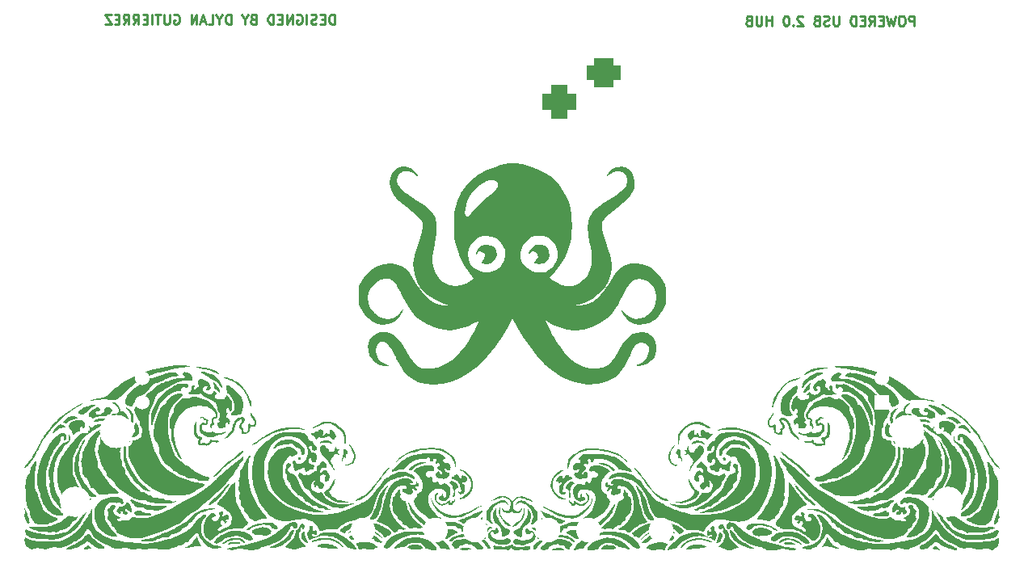
<source format=gbr>
%TF.GenerationSoftware,KiCad,Pcbnew,8.0.1-rc1*%
%TF.CreationDate,2024-04-25T22:15:10-05:00*%
%TF.ProjectId,USB-HUB,5553422d-4855-4422-9e6b-696361645f70,rev?*%
%TF.SameCoordinates,PXa983cd0PYa38e500*%
%TF.FileFunction,Legend,Bot*%
%TF.FilePolarity,Positive*%
%FSLAX46Y46*%
G04 Gerber Fmt 4.6, Leading zero omitted, Abs format (unit mm)*
G04 Created by KiCad (PCBNEW 8.0.1-rc1) date 2024-04-25 22:15:10*
%MOMM*%
%LPD*%
G01*
G04 APERTURE LIST*
G04 Aperture macros list*
%AMRoundRect*
0 Rectangle with rounded corners*
0 $1 Rounding radius*
0 $2 $3 $4 $5 $6 $7 $8 $9 X,Y pos of 4 corners*
0 Add a 4 corners polygon primitive as box body*
4,1,4,$2,$3,$4,$5,$6,$7,$8,$9,$2,$3,0*
0 Add four circle primitives for the rounded corners*
1,1,$1+$1,$2,$3*
1,1,$1+$1,$4,$5*
1,1,$1+$1,$6,$7*
1,1,$1+$1,$8,$9*
0 Add four rect primitives between the rounded corners*
20,1,$1+$1,$2,$3,$4,$5,0*
20,1,$1+$1,$4,$5,$6,$7,0*
20,1,$1+$1,$6,$7,$8,$9,0*
20,1,$1+$1,$8,$9,$2,$3,0*%
G04 Aperture macros list end*
%ADD10C,0.222250*%
%ADD11C,0.000000*%
%ADD12R,1.524000X1.524000*%
%ADD13C,1.524000*%
%ADD14C,3.500000*%
%ADD15C,3.200000*%
%ADD16C,2.600000*%
%ADD17R,3.500000X3.500000*%
%ADD18RoundRect,0.750000X-1.000000X0.750000X-1.000000X-0.750000X1.000000X-0.750000X1.000000X0.750000X0*%
%ADD19RoundRect,0.875000X-0.875000X0.875000X-0.875000X-0.875000X0.875000X-0.875000X0.875000X0.875000X0*%
%ADD20O,1.200000X1.900000*%
%ADD21C,1.450000*%
G04 APERTURE END LIST*
D10*
X93007678Y55050697D02*
X93007678Y56066697D01*
X93007678Y56066697D02*
X92620630Y56066697D01*
X92620630Y56066697D02*
X92523868Y56018316D01*
X92523868Y56018316D02*
X92475487Y55969935D01*
X92475487Y55969935D02*
X92427106Y55873173D01*
X92427106Y55873173D02*
X92427106Y55728030D01*
X92427106Y55728030D02*
X92475487Y55631268D01*
X92475487Y55631268D02*
X92523868Y55582887D01*
X92523868Y55582887D02*
X92620630Y55534506D01*
X92620630Y55534506D02*
X93007678Y55534506D01*
X91798154Y56066697D02*
X91604630Y56066697D01*
X91604630Y56066697D02*
X91507868Y56018316D01*
X91507868Y56018316D02*
X91411106Y55921554D01*
X91411106Y55921554D02*
X91362725Y55728030D01*
X91362725Y55728030D02*
X91362725Y55389363D01*
X91362725Y55389363D02*
X91411106Y55195839D01*
X91411106Y55195839D02*
X91507868Y55099077D01*
X91507868Y55099077D02*
X91604630Y55050697D01*
X91604630Y55050697D02*
X91798154Y55050697D01*
X91798154Y55050697D02*
X91894916Y55099077D01*
X91894916Y55099077D02*
X91991678Y55195839D01*
X91991678Y55195839D02*
X92040059Y55389363D01*
X92040059Y55389363D02*
X92040059Y55728030D01*
X92040059Y55728030D02*
X91991678Y55921554D01*
X91991678Y55921554D02*
X91894916Y56018316D01*
X91894916Y56018316D02*
X91798154Y56066697D01*
X91024059Y56066697D02*
X90782154Y55050697D01*
X90782154Y55050697D02*
X90588630Y55776411D01*
X90588630Y55776411D02*
X90395106Y55050697D01*
X90395106Y55050697D02*
X90153202Y56066697D01*
X89766154Y55582887D02*
X89427487Y55582887D01*
X89282344Y55050697D02*
X89766154Y55050697D01*
X89766154Y55050697D02*
X89766154Y56066697D01*
X89766154Y56066697D02*
X89282344Y56066697D01*
X88266344Y55050697D02*
X88605011Y55534506D01*
X88846916Y55050697D02*
X88846916Y56066697D01*
X88846916Y56066697D02*
X88459868Y56066697D01*
X88459868Y56066697D02*
X88363106Y56018316D01*
X88363106Y56018316D02*
X88314725Y55969935D01*
X88314725Y55969935D02*
X88266344Y55873173D01*
X88266344Y55873173D02*
X88266344Y55728030D01*
X88266344Y55728030D02*
X88314725Y55631268D01*
X88314725Y55631268D02*
X88363106Y55582887D01*
X88363106Y55582887D02*
X88459868Y55534506D01*
X88459868Y55534506D02*
X88846916Y55534506D01*
X87830916Y55582887D02*
X87492249Y55582887D01*
X87347106Y55050697D02*
X87830916Y55050697D01*
X87830916Y55050697D02*
X87830916Y56066697D01*
X87830916Y56066697D02*
X87347106Y56066697D01*
X86911678Y55050697D02*
X86911678Y56066697D01*
X86911678Y56066697D02*
X86669773Y56066697D01*
X86669773Y56066697D02*
X86524630Y56018316D01*
X86524630Y56018316D02*
X86427868Y55921554D01*
X86427868Y55921554D02*
X86379487Y55824792D01*
X86379487Y55824792D02*
X86331106Y55631268D01*
X86331106Y55631268D02*
X86331106Y55486125D01*
X86331106Y55486125D02*
X86379487Y55292601D01*
X86379487Y55292601D02*
X86427868Y55195839D01*
X86427868Y55195839D02*
X86524630Y55099077D01*
X86524630Y55099077D02*
X86669773Y55050697D01*
X86669773Y55050697D02*
X86911678Y55050697D01*
X85121583Y56066697D02*
X85121583Y55244220D01*
X85121583Y55244220D02*
X85073202Y55147458D01*
X85073202Y55147458D02*
X85024821Y55099077D01*
X85024821Y55099077D02*
X84928059Y55050697D01*
X84928059Y55050697D02*
X84734535Y55050697D01*
X84734535Y55050697D02*
X84637773Y55099077D01*
X84637773Y55099077D02*
X84589392Y55147458D01*
X84589392Y55147458D02*
X84541011Y55244220D01*
X84541011Y55244220D02*
X84541011Y56066697D01*
X84105583Y55099077D02*
X83960440Y55050697D01*
X83960440Y55050697D02*
X83718535Y55050697D01*
X83718535Y55050697D02*
X83621773Y55099077D01*
X83621773Y55099077D02*
X83573392Y55147458D01*
X83573392Y55147458D02*
X83525011Y55244220D01*
X83525011Y55244220D02*
X83525011Y55340982D01*
X83525011Y55340982D02*
X83573392Y55437744D01*
X83573392Y55437744D02*
X83621773Y55486125D01*
X83621773Y55486125D02*
X83718535Y55534506D01*
X83718535Y55534506D02*
X83912059Y55582887D01*
X83912059Y55582887D02*
X84008821Y55631268D01*
X84008821Y55631268D02*
X84057202Y55679649D01*
X84057202Y55679649D02*
X84105583Y55776411D01*
X84105583Y55776411D02*
X84105583Y55873173D01*
X84105583Y55873173D02*
X84057202Y55969935D01*
X84057202Y55969935D02*
X84008821Y56018316D01*
X84008821Y56018316D02*
X83912059Y56066697D01*
X83912059Y56066697D02*
X83670154Y56066697D01*
X83670154Y56066697D02*
X83525011Y56018316D01*
X82750916Y55582887D02*
X82605773Y55534506D01*
X82605773Y55534506D02*
X82557392Y55486125D01*
X82557392Y55486125D02*
X82509011Y55389363D01*
X82509011Y55389363D02*
X82509011Y55244220D01*
X82509011Y55244220D02*
X82557392Y55147458D01*
X82557392Y55147458D02*
X82605773Y55099077D01*
X82605773Y55099077D02*
X82702535Y55050697D01*
X82702535Y55050697D02*
X83089583Y55050697D01*
X83089583Y55050697D02*
X83089583Y56066697D01*
X83089583Y56066697D02*
X82750916Y56066697D01*
X82750916Y56066697D02*
X82654154Y56018316D01*
X82654154Y56018316D02*
X82605773Y55969935D01*
X82605773Y55969935D02*
X82557392Y55873173D01*
X82557392Y55873173D02*
X82557392Y55776411D01*
X82557392Y55776411D02*
X82605773Y55679649D01*
X82605773Y55679649D02*
X82654154Y55631268D01*
X82654154Y55631268D02*
X82750916Y55582887D01*
X82750916Y55582887D02*
X83089583Y55582887D01*
X81347869Y55969935D02*
X81299488Y56018316D01*
X81299488Y56018316D02*
X81202726Y56066697D01*
X81202726Y56066697D02*
X80960821Y56066697D01*
X80960821Y56066697D02*
X80864059Y56018316D01*
X80864059Y56018316D02*
X80815678Y55969935D01*
X80815678Y55969935D02*
X80767297Y55873173D01*
X80767297Y55873173D02*
X80767297Y55776411D01*
X80767297Y55776411D02*
X80815678Y55631268D01*
X80815678Y55631268D02*
X81396250Y55050697D01*
X81396250Y55050697D02*
X80767297Y55050697D01*
X80331869Y55147458D02*
X80283488Y55099077D01*
X80283488Y55099077D02*
X80331869Y55050697D01*
X80331869Y55050697D02*
X80380250Y55099077D01*
X80380250Y55099077D02*
X80331869Y55147458D01*
X80331869Y55147458D02*
X80331869Y55050697D01*
X79654535Y56066697D02*
X79557773Y56066697D01*
X79557773Y56066697D02*
X79461011Y56018316D01*
X79461011Y56018316D02*
X79412630Y55969935D01*
X79412630Y55969935D02*
X79364249Y55873173D01*
X79364249Y55873173D02*
X79315868Y55679649D01*
X79315868Y55679649D02*
X79315868Y55437744D01*
X79315868Y55437744D02*
X79364249Y55244220D01*
X79364249Y55244220D02*
X79412630Y55147458D01*
X79412630Y55147458D02*
X79461011Y55099077D01*
X79461011Y55099077D02*
X79557773Y55050697D01*
X79557773Y55050697D02*
X79654535Y55050697D01*
X79654535Y55050697D02*
X79751297Y55099077D01*
X79751297Y55099077D02*
X79799678Y55147458D01*
X79799678Y55147458D02*
X79848059Y55244220D01*
X79848059Y55244220D02*
X79896440Y55437744D01*
X79896440Y55437744D02*
X79896440Y55679649D01*
X79896440Y55679649D02*
X79848059Y55873173D01*
X79848059Y55873173D02*
X79799678Y55969935D01*
X79799678Y55969935D02*
X79751297Y56018316D01*
X79751297Y56018316D02*
X79654535Y56066697D01*
X78106345Y55050697D02*
X78106345Y56066697D01*
X78106345Y55582887D02*
X77525773Y55582887D01*
X77525773Y55050697D02*
X77525773Y56066697D01*
X77041964Y56066697D02*
X77041964Y55244220D01*
X77041964Y55244220D02*
X76993583Y55147458D01*
X76993583Y55147458D02*
X76945202Y55099077D01*
X76945202Y55099077D02*
X76848440Y55050697D01*
X76848440Y55050697D02*
X76654916Y55050697D01*
X76654916Y55050697D02*
X76558154Y55099077D01*
X76558154Y55099077D02*
X76509773Y55147458D01*
X76509773Y55147458D02*
X76461392Y55244220D01*
X76461392Y55244220D02*
X76461392Y56066697D01*
X75638916Y55582887D02*
X75493773Y55534506D01*
X75493773Y55534506D02*
X75445392Y55486125D01*
X75445392Y55486125D02*
X75397011Y55389363D01*
X75397011Y55389363D02*
X75397011Y55244220D01*
X75397011Y55244220D02*
X75445392Y55147458D01*
X75445392Y55147458D02*
X75493773Y55099077D01*
X75493773Y55099077D02*
X75590535Y55050697D01*
X75590535Y55050697D02*
X75977583Y55050697D01*
X75977583Y55050697D02*
X75977583Y56066697D01*
X75977583Y56066697D02*
X75638916Y56066697D01*
X75638916Y56066697D02*
X75542154Y56018316D01*
X75542154Y56018316D02*
X75493773Y55969935D01*
X75493773Y55969935D02*
X75445392Y55873173D01*
X75445392Y55873173D02*
X75445392Y55776411D01*
X75445392Y55776411D02*
X75493773Y55679649D01*
X75493773Y55679649D02*
X75542154Y55631268D01*
X75542154Y55631268D02*
X75638916Y55582887D01*
X75638916Y55582887D02*
X75977583Y55582887D01*
X32276278Y55203097D02*
X32276278Y56219097D01*
X32276278Y56219097D02*
X32034373Y56219097D01*
X32034373Y56219097D02*
X31889230Y56170716D01*
X31889230Y56170716D02*
X31792468Y56073954D01*
X31792468Y56073954D02*
X31744087Y55977192D01*
X31744087Y55977192D02*
X31695706Y55783668D01*
X31695706Y55783668D02*
X31695706Y55638525D01*
X31695706Y55638525D02*
X31744087Y55445001D01*
X31744087Y55445001D02*
X31792468Y55348239D01*
X31792468Y55348239D02*
X31889230Y55251477D01*
X31889230Y55251477D02*
X32034373Y55203097D01*
X32034373Y55203097D02*
X32276278Y55203097D01*
X31260278Y55735287D02*
X30921611Y55735287D01*
X30776468Y55203097D02*
X31260278Y55203097D01*
X31260278Y55203097D02*
X31260278Y56219097D01*
X31260278Y56219097D02*
X30776468Y56219097D01*
X30389421Y55251477D02*
X30244278Y55203097D01*
X30244278Y55203097D02*
X30002373Y55203097D01*
X30002373Y55203097D02*
X29905611Y55251477D01*
X29905611Y55251477D02*
X29857230Y55299858D01*
X29857230Y55299858D02*
X29808849Y55396620D01*
X29808849Y55396620D02*
X29808849Y55493382D01*
X29808849Y55493382D02*
X29857230Y55590144D01*
X29857230Y55590144D02*
X29905611Y55638525D01*
X29905611Y55638525D02*
X30002373Y55686906D01*
X30002373Y55686906D02*
X30195897Y55735287D01*
X30195897Y55735287D02*
X30292659Y55783668D01*
X30292659Y55783668D02*
X30341040Y55832049D01*
X30341040Y55832049D02*
X30389421Y55928811D01*
X30389421Y55928811D02*
X30389421Y56025573D01*
X30389421Y56025573D02*
X30341040Y56122335D01*
X30341040Y56122335D02*
X30292659Y56170716D01*
X30292659Y56170716D02*
X30195897Y56219097D01*
X30195897Y56219097D02*
X29953992Y56219097D01*
X29953992Y56219097D02*
X29808849Y56170716D01*
X29373421Y55203097D02*
X29373421Y56219097D01*
X28357420Y56170716D02*
X28454182Y56219097D01*
X28454182Y56219097D02*
X28599325Y56219097D01*
X28599325Y56219097D02*
X28744468Y56170716D01*
X28744468Y56170716D02*
X28841230Y56073954D01*
X28841230Y56073954D02*
X28889611Y55977192D01*
X28889611Y55977192D02*
X28937992Y55783668D01*
X28937992Y55783668D02*
X28937992Y55638525D01*
X28937992Y55638525D02*
X28889611Y55445001D01*
X28889611Y55445001D02*
X28841230Y55348239D01*
X28841230Y55348239D02*
X28744468Y55251477D01*
X28744468Y55251477D02*
X28599325Y55203097D01*
X28599325Y55203097D02*
X28502563Y55203097D01*
X28502563Y55203097D02*
X28357420Y55251477D01*
X28357420Y55251477D02*
X28309039Y55299858D01*
X28309039Y55299858D02*
X28309039Y55638525D01*
X28309039Y55638525D02*
X28502563Y55638525D01*
X27873611Y55203097D02*
X27873611Y56219097D01*
X27873611Y56219097D02*
X27293039Y55203097D01*
X27293039Y55203097D02*
X27293039Y56219097D01*
X26809230Y55735287D02*
X26470563Y55735287D01*
X26325420Y55203097D02*
X26809230Y55203097D01*
X26809230Y55203097D02*
X26809230Y56219097D01*
X26809230Y56219097D02*
X26325420Y56219097D01*
X25889992Y55203097D02*
X25889992Y56219097D01*
X25889992Y56219097D02*
X25648087Y56219097D01*
X25648087Y56219097D02*
X25502944Y56170716D01*
X25502944Y56170716D02*
X25406182Y56073954D01*
X25406182Y56073954D02*
X25357801Y55977192D01*
X25357801Y55977192D02*
X25309420Y55783668D01*
X25309420Y55783668D02*
X25309420Y55638525D01*
X25309420Y55638525D02*
X25357801Y55445001D01*
X25357801Y55445001D02*
X25406182Y55348239D01*
X25406182Y55348239D02*
X25502944Y55251477D01*
X25502944Y55251477D02*
X25648087Y55203097D01*
X25648087Y55203097D02*
X25889992Y55203097D01*
X23761230Y55735287D02*
X23616087Y55686906D01*
X23616087Y55686906D02*
X23567706Y55638525D01*
X23567706Y55638525D02*
X23519325Y55541763D01*
X23519325Y55541763D02*
X23519325Y55396620D01*
X23519325Y55396620D02*
X23567706Y55299858D01*
X23567706Y55299858D02*
X23616087Y55251477D01*
X23616087Y55251477D02*
X23712849Y55203097D01*
X23712849Y55203097D02*
X24099897Y55203097D01*
X24099897Y55203097D02*
X24099897Y56219097D01*
X24099897Y56219097D02*
X23761230Y56219097D01*
X23761230Y56219097D02*
X23664468Y56170716D01*
X23664468Y56170716D02*
X23616087Y56122335D01*
X23616087Y56122335D02*
X23567706Y56025573D01*
X23567706Y56025573D02*
X23567706Y55928811D01*
X23567706Y55928811D02*
X23616087Y55832049D01*
X23616087Y55832049D02*
X23664468Y55783668D01*
X23664468Y55783668D02*
X23761230Y55735287D01*
X23761230Y55735287D02*
X24099897Y55735287D01*
X22890373Y55686906D02*
X22890373Y55203097D01*
X23229040Y56219097D02*
X22890373Y55686906D01*
X22890373Y55686906D02*
X22551706Y56219097D01*
X21438945Y55203097D02*
X21438945Y56219097D01*
X21438945Y56219097D02*
X21197040Y56219097D01*
X21197040Y56219097D02*
X21051897Y56170716D01*
X21051897Y56170716D02*
X20955135Y56073954D01*
X20955135Y56073954D02*
X20906754Y55977192D01*
X20906754Y55977192D02*
X20858373Y55783668D01*
X20858373Y55783668D02*
X20858373Y55638525D01*
X20858373Y55638525D02*
X20906754Y55445001D01*
X20906754Y55445001D02*
X20955135Y55348239D01*
X20955135Y55348239D02*
X21051897Y55251477D01*
X21051897Y55251477D02*
X21197040Y55203097D01*
X21197040Y55203097D02*
X21438945Y55203097D01*
X20229421Y55686906D02*
X20229421Y55203097D01*
X20568088Y56219097D02*
X20229421Y55686906D01*
X20229421Y55686906D02*
X19890754Y56219097D01*
X19068278Y55203097D02*
X19552088Y55203097D01*
X19552088Y55203097D02*
X19552088Y56219097D01*
X18777993Y55493382D02*
X18294183Y55493382D01*
X18874755Y55203097D02*
X18536088Y56219097D01*
X18536088Y56219097D02*
X18197421Y55203097D01*
X17858755Y55203097D02*
X17858755Y56219097D01*
X17858755Y56219097D02*
X17278183Y55203097D01*
X17278183Y55203097D02*
X17278183Y56219097D01*
X15488088Y56170716D02*
X15584850Y56219097D01*
X15584850Y56219097D02*
X15729993Y56219097D01*
X15729993Y56219097D02*
X15875136Y56170716D01*
X15875136Y56170716D02*
X15971898Y56073954D01*
X15971898Y56073954D02*
X16020279Y55977192D01*
X16020279Y55977192D02*
X16068660Y55783668D01*
X16068660Y55783668D02*
X16068660Y55638525D01*
X16068660Y55638525D02*
X16020279Y55445001D01*
X16020279Y55445001D02*
X15971898Y55348239D01*
X15971898Y55348239D02*
X15875136Y55251477D01*
X15875136Y55251477D02*
X15729993Y55203097D01*
X15729993Y55203097D02*
X15633231Y55203097D01*
X15633231Y55203097D02*
X15488088Y55251477D01*
X15488088Y55251477D02*
X15439707Y55299858D01*
X15439707Y55299858D02*
X15439707Y55638525D01*
X15439707Y55638525D02*
X15633231Y55638525D01*
X15004279Y56219097D02*
X15004279Y55396620D01*
X15004279Y55396620D02*
X14955898Y55299858D01*
X14955898Y55299858D02*
X14907517Y55251477D01*
X14907517Y55251477D02*
X14810755Y55203097D01*
X14810755Y55203097D02*
X14617231Y55203097D01*
X14617231Y55203097D02*
X14520469Y55251477D01*
X14520469Y55251477D02*
X14472088Y55299858D01*
X14472088Y55299858D02*
X14423707Y55396620D01*
X14423707Y55396620D02*
X14423707Y56219097D01*
X14085041Y56219097D02*
X13504469Y56219097D01*
X13794755Y55203097D02*
X13794755Y56219097D01*
X13165803Y55203097D02*
X13165803Y56219097D01*
X12681993Y55735287D02*
X12343326Y55735287D01*
X12198183Y55203097D02*
X12681993Y55203097D01*
X12681993Y55203097D02*
X12681993Y56219097D01*
X12681993Y56219097D02*
X12198183Y56219097D01*
X11182183Y55203097D02*
X11520850Y55686906D01*
X11762755Y55203097D02*
X11762755Y56219097D01*
X11762755Y56219097D02*
X11375707Y56219097D01*
X11375707Y56219097D02*
X11278945Y56170716D01*
X11278945Y56170716D02*
X11230564Y56122335D01*
X11230564Y56122335D02*
X11182183Y56025573D01*
X11182183Y56025573D02*
X11182183Y55880430D01*
X11182183Y55880430D02*
X11230564Y55783668D01*
X11230564Y55783668D02*
X11278945Y55735287D01*
X11278945Y55735287D02*
X11375707Y55686906D01*
X11375707Y55686906D02*
X11762755Y55686906D01*
X10166183Y55203097D02*
X10504850Y55686906D01*
X10746755Y55203097D02*
X10746755Y56219097D01*
X10746755Y56219097D02*
X10359707Y56219097D01*
X10359707Y56219097D02*
X10262945Y56170716D01*
X10262945Y56170716D02*
X10214564Y56122335D01*
X10214564Y56122335D02*
X10166183Y56025573D01*
X10166183Y56025573D02*
X10166183Y55880430D01*
X10166183Y55880430D02*
X10214564Y55783668D01*
X10214564Y55783668D02*
X10262945Y55735287D01*
X10262945Y55735287D02*
X10359707Y55686906D01*
X10359707Y55686906D02*
X10746755Y55686906D01*
X9730755Y55735287D02*
X9392088Y55735287D01*
X9246945Y55203097D02*
X9730755Y55203097D01*
X9730755Y55203097D02*
X9730755Y56219097D01*
X9730755Y56219097D02*
X9246945Y56219097D01*
X8908279Y56219097D02*
X8230945Y56219097D01*
X8230945Y56219097D02*
X8908279Y55203097D01*
X8908279Y55203097D02*
X8230945Y55203097D01*
D11*
%TO.C,G\u002A\u002A\u002A*%
G36*
X28236138Y3019978D02*
G01*
X28336937Y2929118D01*
X28392239Y2785749D01*
X28403930Y2650433D01*
X28380400Y2501773D01*
X28312170Y2402224D01*
X28202777Y2356121D01*
X28161503Y2353359D01*
X28058745Y2383516D01*
X27983091Y2475294D01*
X27938318Y2605274D01*
X27905984Y2674544D01*
X27864180Y2700828D01*
X27809200Y2670174D01*
X27745196Y2589003D01*
X27682641Y2473500D01*
X27633208Y2343828D01*
X27593627Y2264386D01*
X27515396Y2146116D01*
X27407889Y2000424D01*
X27280477Y1838715D01*
X27142532Y1672395D01*
X27003425Y1512870D01*
X26872529Y1371546D01*
X26759215Y1259829D01*
X26701996Y1210511D01*
X26577035Y1124347D01*
X26405210Y1022991D01*
X26204690Y915747D01*
X25993647Y811920D01*
X25790249Y720813D01*
X25612666Y651730D01*
X25606803Y649709D01*
X25484552Y612480D01*
X25318640Y568229D01*
X25133608Y523276D01*
X25000675Y493671D01*
X24785250Y442921D01*
X24619424Y391092D01*
X24483543Y331329D01*
X24401726Y284833D01*
X24152198Y167151D01*
X23982819Y124526D01*
X23804608Y106852D01*
X23593506Y104083D01*
X23370904Y114731D01*
X23158195Y137309D01*
X22976768Y170330D01*
X22872330Y201746D01*
X22665669Y255220D01*
X22429730Y261885D01*
X22155960Y221541D01*
X21993367Y181245D01*
X21790873Y130336D01*
X21630869Y104747D01*
X21491527Y103474D01*
X21351021Y125516D01*
X21263437Y147741D01*
X21159355Y175516D01*
X21083534Y193689D01*
X21061592Y197516D01*
X21047821Y220231D01*
X21051963Y228953D01*
X21102708Y260299D01*
X21217373Y298250D01*
X21390824Y341568D01*
X21617930Y389014D01*
X21893561Y439348D01*
X21993123Y456187D01*
X22193245Y493548D01*
X22442923Y546630D01*
X22729927Y612285D01*
X23042029Y687360D01*
X23367000Y768706D01*
X23692612Y853172D01*
X24006636Y937607D01*
X24296842Y1018861D01*
X24551003Y1093783D01*
X24756889Y1159223D01*
X24853443Y1193100D01*
X25455544Y1448116D01*
X26004131Y1746781D01*
X26498793Y2088855D01*
X26744542Y2292600D01*
X27002038Y2514966D01*
X27220441Y2691176D01*
X27407581Y2826337D01*
X27571291Y2925554D01*
X27719400Y2993932D01*
X27859740Y3036576D01*
X27897734Y3044419D01*
X28089764Y3058391D01*
X28236138Y3019978D01*
G37*
G36*
X41168152Y1409006D02*
G01*
X41472304Y1345661D01*
X41771693Y1253834D01*
X42057025Y1137786D01*
X42319009Y1001778D01*
X42548352Y850072D01*
X42735762Y686928D01*
X42871945Y516608D01*
X42946078Y349472D01*
X42969815Y218432D01*
X42958297Y143642D01*
X42954524Y138243D01*
X42897025Y112228D01*
X42790080Y99897D01*
X42652216Y100481D01*
X42501960Y113213D01*
X42357839Y137324D01*
X42250578Y167427D01*
X42126700Y204989D01*
X42009339Y228494D01*
X41964622Y232276D01*
X41884841Y244335D01*
X41829403Y289905D01*
X41785246Y364098D01*
X41651494Y552473D01*
X41464874Y711199D01*
X41312411Y796654D01*
X41218497Y834693D01*
X41123533Y858647D01*
X41007328Y871516D01*
X40849690Y876296D01*
X40773834Y876615D01*
X40518318Y867160D01*
X40309988Y834743D01*
X40128618Y773285D01*
X39953981Y676707D01*
X39839098Y595685D01*
X39724836Y514021D01*
X39638377Y467742D01*
X39554695Y447084D01*
X39448765Y442280D01*
X39445986Y442278D01*
X39232015Y415655D01*
X39045283Y356270D01*
X38866747Y291771D01*
X38715755Y252905D01*
X38603085Y241567D01*
X38539516Y259653D01*
X38534027Y266328D01*
X38533056Y330517D01*
X38584834Y421119D01*
X38681024Y531406D01*
X38813292Y654651D01*
X38973304Y784127D01*
X39152723Y913106D01*
X39343216Y1034862D01*
X39536447Y1142666D01*
X39724081Y1229792D01*
X39731427Y1232782D01*
X39959380Y1316233D01*
X40176759Y1374403D01*
X40414081Y1414477D01*
X40582726Y1433206D01*
X40868528Y1439608D01*
X41168152Y1409006D01*
G37*
G36*
X46157230Y362159D02*
G01*
X46357811Y328878D01*
X46507076Y279113D01*
X46663437Y207827D01*
X46559197Y162903D01*
X46470877Y140805D01*
X46332384Y123866D01*
X46162883Y112625D01*
X45981540Y107621D01*
X45807522Y109391D01*
X45659994Y118476D01*
X45560223Y134817D01*
X45477215Y165668D01*
X45432449Y197237D01*
X45429922Y204455D01*
X45459000Y236281D01*
X45533350Y281209D01*
X45591637Y309239D01*
X45749348Y353155D01*
X45946144Y370523D01*
X46157230Y362159D01*
G37*
G36*
X50931290Y678887D02*
G01*
X50997385Y642846D01*
X51018106Y574448D01*
X50991452Y495634D01*
X50951944Y452520D01*
X50884670Y396329D01*
X50788446Y314257D01*
X50705342Y242483D01*
X50611316Y166112D01*
X50533916Y112771D01*
X50493126Y94837D01*
X50440457Y101618D01*
X50340027Y119509D01*
X50211988Y144880D01*
X50190250Y149398D01*
X50046857Y173466D01*
X49917710Y184809D01*
X49828635Y181222D01*
X49825407Y180547D01*
X49643795Y143314D01*
X49502460Y124108D01*
X49375402Y120063D01*
X49304455Y123117D01*
X49181007Y142317D01*
X49085965Y177960D01*
X49065118Y192611D01*
X48998913Y274507D01*
X48947411Y377935D01*
X48921931Y475662D01*
X48926050Y527203D01*
X48954910Y562944D01*
X49012776Y577510D01*
X49109783Y570568D01*
X49256063Y541782D01*
X49377984Y512306D01*
X49699781Y457497D01*
X50025467Y450448D01*
X50337782Y489795D01*
X50619465Y574174D01*
X50715215Y617932D01*
X50818143Y659873D01*
X50908206Y679311D01*
X50931290Y678887D01*
G37*
G36*
X6522930Y1791300D02*
G01*
X6581253Y1771453D01*
X6642354Y1727189D01*
X6718933Y1648937D01*
X6823694Y1527123D01*
X6843875Y1503005D01*
X7064616Y1266413D01*
X7317917Y1049868D01*
X7616782Y843188D01*
X7897467Y678078D01*
X8038005Y596647D01*
X8125222Y533441D01*
X8168713Y477171D01*
X8178071Y416549D01*
X8168037Y359732D01*
X8112808Y270240D01*
X8006279Y221031D01*
X7855136Y214083D01*
X7738689Y232593D01*
X7571151Y276296D01*
X7425508Y331179D01*
X7285216Y406438D01*
X7133734Y511271D01*
X6954519Y654874D01*
X6906843Y695026D01*
X6731511Y843055D01*
X6599162Y949001D01*
X6499283Y1015135D01*
X6421360Y1043729D01*
X6354877Y1037053D01*
X6289321Y997380D01*
X6214177Y926981D01*
X6148526Y858848D01*
X6031398Y760461D01*
X5864977Y651988D01*
X5666776Y542494D01*
X5454304Y441046D01*
X5245073Y356708D01*
X5075569Y303333D01*
X4926164Y262308D01*
X4779676Y218514D01*
X4676100Y184288D01*
X4509292Y139251D01*
X4376950Y139717D01*
X4324313Y154338D01*
X4243288Y193005D01*
X4209116Y234962D01*
X4225274Y283864D01*
X4295236Y343366D01*
X4422479Y417124D01*
X4610480Y508794D01*
X4700555Y549980D01*
X5019548Y699520D01*
X5283906Y837310D01*
X5505565Y971542D01*
X5696462Y1110409D01*
X5868532Y1262103D01*
X6033712Y1434818D01*
X6099006Y1509834D01*
X6211723Y1639319D01*
X6293112Y1723395D01*
X6354711Y1771353D01*
X6408054Y1792484D01*
X6454682Y1796303D01*
X6522930Y1791300D01*
G37*
G36*
X6906442Y4142825D02*
G01*
X6884577Y3817384D01*
X6879384Y3519925D01*
X6890514Y3261263D01*
X6917621Y3052212D01*
X6944954Y2944057D01*
X7081539Y2604034D01*
X7253493Y2309783D01*
X7468021Y2053591D01*
X7732329Y1827746D01*
X8053622Y1624534D01*
X8290621Y1503675D01*
X8501671Y1410186D01*
X8716428Y1329259D01*
X8947552Y1257396D01*
X9207707Y1191097D01*
X9509552Y1126866D01*
X9865750Y1061203D01*
X9935941Y1049077D01*
X10514200Y955270D01*
X11033880Y882555D01*
X11502467Y830468D01*
X11927451Y798551D01*
X12316319Y786340D01*
X12676558Y793375D01*
X13015657Y819195D01*
X13230578Y846166D01*
X13442590Y882133D01*
X13697695Y933662D01*
X13981234Y997045D01*
X14278550Y1068571D01*
X14574986Y1144530D01*
X14855883Y1221212D01*
X15106583Y1294907D01*
X15312430Y1361904D01*
X15408581Y1397452D01*
X15920102Y1614663D01*
X16364001Y1834512D01*
X16742132Y2058065D01*
X17056347Y2286388D01*
X17242075Y2452390D01*
X17348776Y2565074D01*
X17478077Y2713023D01*
X17611947Y2875121D01*
X17708895Y2999057D01*
X17926178Y3268751D01*
X18130535Y3489413D01*
X18317258Y3656457D01*
X18481640Y3765297D01*
X18509205Y3778677D01*
X18634767Y3823840D01*
X18749386Y3844741D01*
X18836843Y3840561D01*
X18880915Y3810478D01*
X18883273Y3797580D01*
X18864847Y3748625D01*
X18815317Y3657805D01*
X18743302Y3540278D01*
X18694279Y3465324D01*
X18541419Y3214572D01*
X18437274Y2984430D01*
X18375080Y2753661D01*
X18348071Y2501026D01*
X18345602Y2370732D01*
X18374573Y2016851D01*
X18460868Y1700945D01*
X18606487Y1418934D01*
X18813430Y1166736D01*
X19025932Y982602D01*
X19262283Y823025D01*
X19498601Y707707D01*
X19764524Y623034D01*
X19856187Y601196D01*
X20074004Y550896D01*
X20232113Y510027D01*
X20339182Y475592D01*
X20403877Y444593D01*
X20434863Y414031D01*
X20440211Y399151D01*
X20427516Y356184D01*
X20361393Y328233D01*
X20318750Y319803D01*
X20203978Y296734D01*
X20066391Y263970D01*
X20007200Y248329D01*
X19823763Y208593D01*
X19680359Y205837D01*
X19557370Y241386D01*
X19481913Y283802D01*
X19375124Y343041D01*
X19270711Y384954D01*
X19248116Y390867D01*
X19088624Y434674D01*
X18983820Y489941D01*
X18918945Y565577D01*
X18902548Y599449D01*
X18845324Y685818D01*
X18752397Y778540D01*
X18696759Y821333D01*
X18581636Y916876D01*
X18514735Y1018963D01*
X18496137Y1070444D01*
X18423969Y1210354D01*
X18291243Y1346814D01*
X18174612Y1461548D01*
X18105600Y1577359D01*
X18084780Y1638595D01*
X18043848Y1747070D01*
X17993039Y1833890D01*
X17975065Y1853862D01*
X17926291Y1890464D01*
X17878766Y1893541D01*
X17803375Y1863456D01*
X17788049Y1856194D01*
X17690895Y1792042D01*
X17570007Y1686771D01*
X17440956Y1556570D01*
X17319314Y1417630D01*
X17220652Y1286142D01*
X17185794Y1230011D01*
X17106732Y1098952D01*
X17040401Y1019106D01*
X16971079Y978284D01*
X16883044Y964297D01*
X16842020Y963482D01*
X16753308Y958076D01*
X16682468Y934288D01*
X16607597Y880765D01*
X16514507Y793721D01*
X16416063Y702029D01*
X16339411Y649135D01*
X16259461Y622541D01*
X16151125Y609747D01*
X16144151Y609218D01*
X15936752Y567958D01*
X15802371Y502390D01*
X15694379Y442103D01*
X15591879Y398071D01*
X15559142Y388486D01*
X15478227Y367391D01*
X15355985Y331959D01*
X15217161Y289392D01*
X15200100Y283999D01*
X14881071Y200369D01*
X14561677Y149099D01*
X14260935Y132221D01*
X13997861Y151766D01*
X13983957Y154095D01*
X13898932Y172756D01*
X13782764Y202814D01*
X13725736Y218857D01*
X13541030Y256540D01*
X13335566Y265376D01*
X13093380Y245315D01*
X12906803Y216423D01*
X12588075Y174898D01*
X12311580Y169168D01*
X12085115Y199288D01*
X12044011Y210362D01*
X11945884Y232781D01*
X11843755Y237553D01*
X11712359Y224758D01*
X11627048Y211676D01*
X11371946Y177456D01*
X11164693Y168704D01*
X10988162Y186233D01*
X10825230Y230856D01*
X10769867Y252352D01*
X10584173Y321930D01*
X10433662Y356874D01*
X10294439Y359142D01*
X10142606Y330691D01*
X10068521Y309809D01*
X9928970Y269981D01*
X9797729Y236006D01*
X9709991Y216610D01*
X9536470Y211738D01*
X9319205Y252742D01*
X9056254Y340198D01*
X8745676Y474682D01*
X8598667Y546277D01*
X8206099Y749964D01*
X7873949Y938355D01*
X7596014Y1115929D01*
X7366094Y1287166D01*
X7177983Y1456545D01*
X7025482Y1628544D01*
X6944546Y1740794D01*
X6806521Y1943737D01*
X6696035Y2092589D01*
X6606892Y2194016D01*
X6532895Y2254683D01*
X6467847Y2281255D01*
X6439646Y2283865D01*
X6382730Y2276767D01*
X6337968Y2246220D01*
X6292375Y2178345D01*
X6236492Y2066697D01*
X6056186Y1764636D01*
X5815241Y1485181D01*
X5520649Y1234945D01*
X5179401Y1020545D01*
X5073812Y966553D01*
X4681318Y777174D01*
X4349185Y620744D01*
X4076749Y496970D01*
X3863343Y405557D01*
X3708302Y346211D01*
X3610962Y318637D01*
X3607698Y318103D01*
X3438693Y317595D01*
X3272254Y351671D01*
X3160041Y381862D01*
X3063933Y398733D01*
X2968054Y401237D01*
X2856529Y388325D01*
X2713480Y358950D01*
X2523031Y312063D01*
X2471224Y298787D01*
X2048390Y190042D01*
X1631427Y247274D01*
X1426157Y274865D01*
X1274114Y292324D01*
X1159721Y299296D01*
X1067403Y295429D01*
X981584Y280368D01*
X886688Y253760D01*
X808098Y228589D01*
X575467Y152882D01*
X351546Y263117D01*
X155777Y372552D01*
X21956Y480481D01*
X-56845Y594632D01*
X-87555Y722731D01*
X-88546Y753865D01*
X-101579Y876624D01*
X-134810Y977007D01*
X-144832Y993632D01*
X-183455Y1089641D01*
X-184179Y1224102D01*
X-183507Y1230240D01*
X-164014Y1350273D01*
X-132028Y1414526D01*
X-76930Y1425968D01*
X11897Y1387570D01*
X124296Y1316320D01*
X249613Y1239180D01*
X371560Y1175676D01*
X463895Y1139463D01*
X464454Y1139318D01*
X627582Y1106250D01*
X848008Y1075172D01*
X1113544Y1047028D01*
X1412005Y1022759D01*
X1731200Y1003308D01*
X2058944Y989616D01*
X2383049Y982627D01*
X2500100Y981928D01*
X2793426Y982808D01*
X3029968Y987547D01*
X3222407Y997980D01*
X3383424Y1015942D01*
X3525698Y1043269D01*
X3661910Y1081795D01*
X3804741Y1133357D01*
X3946764Y1191302D01*
X4307800Y1371960D01*
X4674318Y1608550D01*
X5033426Y1889983D01*
X5372235Y2205169D01*
X5677854Y2543018D01*
X5937393Y2892442D01*
X5954436Y2918490D01*
X6067477Y3089386D01*
X6194291Y3275605D01*
X6314207Y3446970D01*
X6361064Y3512095D01*
X6468364Y3667473D01*
X6588394Y3853906D01*
X6701749Y4040831D01*
X6747200Y4120166D01*
X6934673Y4455548D01*
X6906442Y4142825D01*
G37*
G36*
X28994628Y2840449D02*
G01*
X29103807Y2802270D01*
X29176445Y2719824D01*
X29207967Y2610550D01*
X29193799Y2491887D01*
X29129365Y2381274D01*
X29118171Y2369503D01*
X29041996Y2317244D01*
X28972693Y2306830D01*
X28929934Y2338641D01*
X28924602Y2365763D01*
X28900332Y2443351D01*
X28842456Y2476549D01*
X28805220Y2470818D01*
X28768281Y2444793D01*
X28755044Y2392209D01*
X28761200Y2293480D01*
X28762925Y2278554D01*
X28770270Y2167880D01*
X28754270Y2094719D01*
X28707431Y2028924D01*
X28698420Y2019053D01*
X28611284Y1876448D01*
X28576777Y1702579D01*
X28592096Y1508095D01*
X28654440Y1303648D01*
X28761006Y1099886D01*
X28908992Y907459D01*
X29019367Y799349D01*
X29152042Y669916D01*
X29221785Y569704D01*
X29228617Y498502D01*
X29172562Y456098D01*
X29055781Y442278D01*
X28994353Y428201D01*
X28887892Y390339D01*
X28753882Y335252D01*
X28667720Y296748D01*
X28449445Y205578D01*
X28265885Y154268D01*
X28096226Y140891D01*
X27919658Y163518D01*
X27743738Y211144D01*
X27589181Y259196D01*
X27433594Y306577D01*
X27310439Y343098D01*
X27309555Y343353D01*
X27199360Y385165D01*
X27134917Y430645D01*
X27125256Y449163D01*
X27146882Y501167D01*
X27220086Y579640D01*
X27317459Y660964D01*
X27488873Y805397D01*
X27664145Y974634D01*
X27827070Y1151360D01*
X27961444Y1318263D01*
X28033291Y1425809D01*
X28095244Y1557935D01*
X28146457Y1712514D01*
X28163575Y1788011D01*
X28199073Y1969708D01*
X28233891Y2095434D01*
X28274292Y2178365D01*
X28326545Y2231676D01*
X28390947Y2266087D01*
X28458170Y2303029D01*
X28513852Y2359977D01*
X28570058Y2452655D01*
X28630351Y2578044D01*
X28694121Y2712173D01*
X28746486Y2793955D01*
X28803439Y2834910D01*
X28880969Y2846556D01*
X28994628Y2840449D01*
G37*
G36*
X29950999Y2648006D02*
G01*
X30031382Y2586213D01*
X30060797Y2478261D01*
X30054889Y2405671D01*
X30032186Y2256056D01*
X30026738Y2161235D01*
X30039682Y2108403D01*
X30072156Y2084755D01*
X30083632Y2081868D01*
X30152627Y2096011D01*
X30215286Y2141720D01*
X30282548Y2201516D01*
X30334844Y2204514D01*
X30395532Y2151888D01*
X30396493Y2150828D01*
X30437029Y2065667D01*
X30452797Y1948316D01*
X30442617Y1831844D01*
X30410565Y1755437D01*
X30323834Y1685617D01*
X30232708Y1681276D01*
X30149333Y1742944D01*
X30148454Y1744055D01*
X30071663Y1814210D01*
X30003853Y1827016D01*
X29956751Y1781072D01*
X29951722Y1767556D01*
X29947835Y1667015D01*
X30008610Y1589068D01*
X30078083Y1551570D01*
X30241768Y1511145D01*
X30387770Y1528643D01*
X30459946Y1565867D01*
X30533513Y1618696D01*
X30636223Y1692552D01*
X30708290Y1744415D01*
X30819516Y1818384D01*
X30926666Y1872513D01*
X31044485Y1910374D01*
X31187712Y1935539D01*
X31371091Y1951580D01*
X31606216Y1961964D01*
X31817236Y1967072D01*
X31979141Y1965353D01*
X32112110Y1955289D01*
X32236317Y1935364D01*
X32370158Y1904511D01*
X32642618Y1819483D01*
X32916067Y1699797D01*
X33202333Y1539236D01*
X33513242Y1331579D01*
X33650887Y1231158D01*
X33932435Y1013747D01*
X34156490Y823277D01*
X34327584Y655350D01*
X34450252Y505569D01*
X34520487Y387889D01*
X34571645Y272227D01*
X34584299Y201403D01*
X34551205Y168283D01*
X34465118Y165734D01*
X34318792Y186622D01*
X34316476Y187014D01*
X34148181Y220998D01*
X33968584Y265659D01*
X33840745Y303649D01*
X33714337Y350544D01*
X33632548Y398371D01*
X33572350Y463979D01*
X33529730Y531207D01*
X33412952Y684836D01*
X33240008Y849806D01*
X33021500Y1018191D01*
X32768031Y1182061D01*
X32490204Y1333489D01*
X32396087Y1378864D01*
X32121619Y1481643D01*
X31808050Y1557393D01*
X31480074Y1602544D01*
X31162383Y1613526D01*
X30915885Y1592867D01*
X30640175Y1536606D01*
X30347884Y1453999D01*
X30069363Y1354541D01*
X29869114Y1265356D01*
X29754099Y1208706D01*
X29684447Y1181015D01*
X29643567Y1179760D01*
X29614866Y1202420D01*
X29598246Y1224183D01*
X29562657Y1291919D01*
X29518315Y1402637D01*
X29475056Y1531626D01*
X29437151Y1668119D01*
X29422220Y1764507D01*
X29428161Y1845495D01*
X29443283Y1905155D01*
X29475153Y1989870D01*
X29505523Y2037107D01*
X29513230Y2040637D01*
X29563238Y2072344D01*
X29613276Y2156107D01*
X29655927Y2274891D01*
X29683773Y2411656D01*
X29686896Y2439500D01*
X29699657Y2555169D01*
X29716750Y2618755D01*
X29748764Y2647383D01*
X29806288Y2658183D01*
X29823117Y2659838D01*
X29950999Y2648006D01*
G37*
G36*
X35589326Y957982D02*
G01*
X35841961Y929897D01*
X35940947Y909940D01*
X36186250Y834572D01*
X36424999Y729624D01*
X36632612Y606848D01*
X36726164Y534640D01*
X36864805Y414108D01*
X36608140Y290622D01*
X36405311Y202673D01*
X36232395Y154091D01*
X36064531Y141471D01*
X35876858Y161411D01*
X35787868Y178321D01*
X35560514Y218033D01*
X35382042Y230978D01*
X35237238Y217232D01*
X35122100Y181676D01*
X35028211Y147577D01*
X34956202Y130143D01*
X34947302Y129556D01*
X34908595Y159108D01*
X34855325Y236874D01*
X34798679Y346521D01*
X34798587Y346724D01*
X34735184Y475380D01*
X34669083Y592507D01*
X34621822Y662863D01*
X34581355Y720167D01*
X34572055Y762422D01*
X34602259Y797660D01*
X34680298Y833911D01*
X34814508Y879206D01*
X34861831Y894146D01*
X35073451Y939728D01*
X35324552Y961133D01*
X35589326Y957982D01*
G37*
G36*
X40911155Y2055679D02*
G01*
X41206082Y2039745D01*
X41470458Y2014622D01*
X41687729Y1980433D01*
X41703281Y1977159D01*
X42208822Y1846120D01*
X42679685Y1679873D01*
X43108570Y1481954D01*
X43488175Y1255897D01*
X43811201Y1005240D01*
X43916855Y905022D01*
X44031101Y779620D01*
X44143720Y638111D01*
X44245100Y494721D01*
X44325634Y363682D01*
X44375711Y259221D01*
X44387514Y208107D01*
X44374872Y157105D01*
X44331141Y134775D01*
X44247611Y141307D01*
X44115574Y176889D01*
X43997127Y216552D01*
X43831390Y265891D01*
X43693215Y284140D01*
X43579691Y279446D01*
X43396280Y260517D01*
X43275139Y478188D01*
X43076242Y770274D01*
X42821717Y1040621D01*
X42524369Y1279576D01*
X42197005Y1477486D01*
X41852432Y1624699D01*
X41689612Y1673264D01*
X41506846Y1705317D01*
X41276030Y1723762D01*
X41017224Y1728797D01*
X40750487Y1720619D01*
X40495879Y1699426D01*
X40273458Y1665416D01*
X40243216Y1659023D01*
X39783815Y1534482D01*
X39367504Y1370594D01*
X38980035Y1159784D01*
X38607162Y894473D01*
X38292037Y621369D01*
X38099076Y452962D01*
X37937539Y340123D01*
X37800659Y280357D01*
X37681670Y271173D01*
X37573805Y310079D01*
X37529683Y340559D01*
X37466271Y408401D01*
X37438205Y473965D01*
X37438130Y476636D01*
X37460140Y548657D01*
X37519651Y657979D01*
X37606877Y790973D01*
X37712036Y934012D01*
X37825346Y1073466D01*
X37937021Y1195707D01*
X37992990Y1249570D01*
X38309048Y1491997D01*
X38680210Y1698923D01*
X39100153Y1867344D01*
X39557692Y1993189D01*
X39757044Y2025054D01*
X40008622Y2047112D01*
X40295869Y2059487D01*
X40602232Y2062301D01*
X40911155Y2055679D01*
G37*
G36*
X46492847Y1237515D02*
G01*
X46853268Y1141665D01*
X47185891Y998057D01*
X47479995Y809251D01*
X47643395Y665539D01*
X47774790Y518491D01*
X47844232Y399719D01*
X47851683Y305936D01*
X47797101Y233853D01*
X47680446Y180181D01*
X47637287Y168163D01*
X47502071Y139902D01*
X47401936Y139180D01*
X47306891Y169144D01*
X47224868Y211432D01*
X47114671Y297134D01*
X47044124Y398845D01*
X46986813Y487079D01*
X46928383Y511772D01*
X46858764Y533279D01*
X46772064Y586601D01*
X46751472Y602989D01*
X46667661Y661648D01*
X46584921Y681947D01*
X46488376Y676771D01*
X46335000Y679538D01*
X46212026Y724541D01*
X46105617Y774306D01*
X46026938Y782703D01*
X45946388Y747642D01*
X45879696Y701068D01*
X45790038Y644973D01*
X45705885Y626161D01*
X45601217Y633975D01*
X45477698Y638883D01*
X45403023Y606674D01*
X45362882Y529234D01*
X45355144Y494399D01*
X45315706Y429003D01*
X45231982Y353728D01*
X45125061Y282265D01*
X45016031Y228303D01*
X44925980Y205532D01*
X44910954Y206051D01*
X44852988Y222621D01*
X44821311Y268017D01*
X44802405Y362179D01*
X44801740Y367118D01*
X44758790Y511051D01*
X44672739Y619579D01*
X44599679Y706136D01*
X44587598Y784623D01*
X44635783Y874259D01*
X44662084Y906431D01*
X44762280Y987426D01*
X44919049Y1069234D01*
X45119769Y1146248D01*
X45351816Y1212859D01*
X45351987Y1212901D01*
X45731487Y1275693D01*
X46115347Y1283044D01*
X46492847Y1237515D01*
G37*
G36*
X6541218Y561322D02*
G01*
X6635719Y510303D01*
X6717598Y441426D01*
X6772992Y367907D01*
X6788034Y302964D01*
X6771291Y273046D01*
X6725980Y256870D01*
X6631388Y235521D01*
X6507204Y212333D01*
X6373120Y190643D01*
X6248825Y173785D01*
X6154008Y165096D01*
X6131153Y164605D01*
X6055338Y182547D01*
X6036988Y192087D01*
X6036575Y227127D01*
X6093085Y296756D01*
X6205007Y400036D01*
X6307401Y485039D01*
X6391415Y548668D01*
X6442193Y579842D01*
X6447962Y581266D01*
X6541218Y561322D01*
G37*
G36*
X41096610Y666301D02*
G01*
X41223953Y625918D01*
X41335348Y555773D01*
X41409232Y490190D01*
X41502688Y380373D01*
X41535158Y293221D01*
X41505897Y231731D01*
X41477459Y215296D01*
X41422105Y205202D01*
X41311523Y195166D01*
X41159970Y186152D01*
X40981706Y179119D01*
X40912822Y177235D01*
X40704974Y173492D01*
X40551125Y174663D01*
X40435872Y182028D01*
X40343815Y196862D01*
X40259554Y220445D01*
X40218496Y234829D01*
X40074181Y293105D01*
X39990995Y343020D01*
X39962307Y391644D01*
X39981488Y446046D01*
X39999106Y468723D01*
X40101118Y543804D01*
X40261946Y605310D01*
X40471749Y650424D01*
X40720688Y676328D01*
X40725065Y676579D01*
X40936064Y681621D01*
X41096610Y666301D01*
G37*
G36*
X31557938Y750100D02*
G01*
X31852536Y706957D01*
X32129933Y629904D01*
X32245543Y583926D01*
X32339545Y532246D01*
X32445592Y459118D01*
X32547459Y377838D01*
X32628919Y301699D01*
X32673747Y243998D01*
X32677801Y229753D01*
X32647548Y210614D01*
X32573815Y205064D01*
X32564874Y205477D01*
X32463346Y211175D01*
X32331318Y218484D01*
X32260838Y222352D01*
X31792848Y253468D01*
X31392439Y292043D01*
X31058076Y338296D01*
X30788224Y392443D01*
X30581348Y454702D01*
X30560437Y462826D01*
X30415646Y520760D01*
X30519005Y583617D01*
X30726672Y676090D01*
X30979432Y734663D01*
X31261712Y759334D01*
X31557938Y750100D01*
G37*
G36*
X46245538Y1748560D02*
G01*
X46686994Y1684259D01*
X47129805Y1556630D01*
X47582058Y1363873D01*
X47618978Y1345540D01*
X47952399Y1159717D01*
X48220155Y969948D01*
X48420726Y777387D01*
X48497449Y677308D01*
X48589432Y530092D01*
X48638434Y420864D01*
X48648621Y336556D01*
X48627341Y269856D01*
X48568664Y212347D01*
X48477349Y208069D01*
X48393407Y234395D01*
X48336354Y282012D01*
X48267532Y374863D01*
X48212526Y471379D01*
X48066906Y686985D01*
X47863434Y882034D01*
X47611352Y1054075D01*
X47319904Y1200656D01*
X46998331Y1319325D01*
X46655875Y1407630D01*
X46301780Y1463120D01*
X45945286Y1483342D01*
X45595637Y1465846D01*
X45262074Y1408178D01*
X44995585Y1324766D01*
X44891469Y1273547D01*
X44765444Y1196987D01*
X44672719Y1132141D01*
X44539590Y1048323D01*
X44432384Y1010434D01*
X44358583Y1014661D01*
X44325667Y1057193D01*
X44341118Y1134219D01*
X44412417Y1241927D01*
X44426039Y1257825D01*
X44581902Y1392472D01*
X44794551Y1512228D01*
X45052092Y1612813D01*
X45342630Y1689947D01*
X45654272Y1739347D01*
X45797348Y1751337D01*
X46245538Y1748560D01*
G37*
G36*
X17876723Y1475191D02*
G01*
X17919910Y1390710D01*
X17974954Y1269732D01*
X18016403Y1172001D01*
X18089032Y1008488D01*
X18169308Y847486D01*
X18244247Y714377D01*
X18273656Y669066D01*
X18332342Y576585D01*
X18364141Y509243D01*
X18363480Y483507D01*
X18311921Y485134D01*
X18224018Y502790D01*
X18199093Y509373D01*
X18024765Y540739D01*
X17836866Y537961D01*
X17619734Y499648D01*
X17402116Y438616D01*
X17253163Y397136D01*
X17090530Y360524D01*
X16928034Y330765D01*
X16779491Y309844D01*
X16658720Y299747D01*
X16579537Y302460D01*
X16555230Y316908D01*
X16584597Y340293D01*
X16663969Y385639D01*
X16780249Y445794D01*
X16883412Y496141D01*
X17048303Y579978D01*
X17180964Y663125D01*
X17294352Y758128D01*
X17401426Y877528D01*
X17515144Y1033870D01*
X17643648Y1232033D01*
X17723058Y1353048D01*
X17790866Y1446766D01*
X17837790Y1500857D01*
X17852240Y1509112D01*
X17876723Y1475191D01*
G37*
G36*
X28035887Y2086286D02*
G01*
X27965455Y1813103D01*
X27856497Y1567208D01*
X27700207Y1333090D01*
X27487776Y1095238D01*
X27454315Y1061994D01*
X27141473Y803417D01*
X26781557Y594864D01*
X26376962Y437550D01*
X26066497Y358163D01*
X25909476Y330801D01*
X25755235Y312581D01*
X25618549Y304195D01*
X25514192Y306334D01*
X25456939Y319689D01*
X25450477Y329351D01*
X25482121Y365037D01*
X25573355Y422386D01*
X25718728Y498581D01*
X25912792Y590804D01*
X26150097Y696238D01*
X26210148Y722030D01*
X26483239Y846907D01*
X26713427Y973664D01*
X26913654Y1113271D01*
X27096858Y1276697D01*
X27275981Y1474913D01*
X27463962Y1718888D01*
X27581173Y1884275D01*
X27678660Y2022616D01*
X27749087Y2113487D01*
X27803733Y2167376D01*
X27853879Y2194775D01*
X27910807Y2206173D01*
X27929199Y2207901D01*
X28060441Y2218804D01*
X28035887Y2086286D01*
G37*
G36*
X31374792Y1370664D02*
G01*
X31590671Y1360961D01*
X31758702Y1345702D01*
X31900489Y1321755D01*
X32037634Y1285991D01*
X32104477Y1264917D01*
X32477207Y1110009D01*
X32807066Y902524D01*
X33048419Y692263D01*
X33165045Y567897D01*
X33240360Y470257D01*
X33272633Y404241D01*
X33260135Y374748D01*
X33201137Y386676D01*
X33146885Y413418D01*
X33081553Y460566D01*
X32995028Y536257D01*
X32952499Y577409D01*
X32792299Y711575D01*
X32583565Y846155D01*
X32346122Y969053D01*
X32224594Y1021628D01*
X31833768Y1142624D01*
X31423435Y1200138D01*
X31002057Y1194302D01*
X30578098Y1125251D01*
X30160022Y993117D01*
X30149570Y988946D01*
X30030046Y947451D01*
X29957823Y939799D01*
X29928480Y953898D01*
X29901746Y990012D01*
X29903032Y1023651D01*
X29939022Y1058310D01*
X30016402Y1097483D01*
X30141856Y1144666D01*
X30322068Y1203351D01*
X30523492Y1264948D01*
X30692033Y1314583D01*
X30821742Y1347732D01*
X30934610Y1367128D01*
X31052631Y1375501D01*
X31197798Y1375583D01*
X31374792Y1370664D01*
G37*
G36*
X49383561Y2386276D02*
G01*
X49449548Y2309227D01*
X49481515Y2197185D01*
X49470385Y2061539D01*
X49464507Y2040094D01*
X49394852Y1901443D01*
X49286845Y1820357D01*
X49160917Y1797408D01*
X49077801Y1810566D01*
X49016520Y1861779D01*
X48978712Y1919022D01*
X48916276Y2003046D01*
X48847934Y2037072D01*
X48802768Y2040637D01*
X48702885Y2017167D01*
X48653430Y1946422D01*
X48654141Y1827900D01*
X48665851Y1776307D01*
X48738832Y1575200D01*
X48841261Y1421481D01*
X48981008Y1309932D01*
X49165944Y1235336D01*
X49403939Y1192475D01*
X49564805Y1180319D01*
X49733822Y1174861D01*
X49860703Y1179953D01*
X49972440Y1199025D01*
X50096025Y1235507D01*
X50152874Y1255059D01*
X50324802Y1311038D01*
X50448161Y1337729D01*
X50537393Y1335159D01*
X50606936Y1303354D01*
X50658952Y1255959D01*
X50741811Y1130382D01*
X50756987Y1010257D01*
X50706289Y900772D01*
X50591528Y807112D01*
X50485135Y757811D01*
X50313254Y711119D01*
X50102649Y679564D01*
X49881717Y665356D01*
X49678853Y670708D01*
X49567192Y686334D01*
X49261879Y769631D01*
X48978100Y883275D01*
X48772837Y996292D01*
X48638378Y1094432D01*
X48545720Y1194674D01*
X48475419Y1313693D01*
X48424845Y1429219D01*
X48391426Y1532465D01*
X48383410Y1583031D01*
X48416027Y1776505D01*
X48506722Y1955885D01*
X48598243Y2059615D01*
X48685595Y2131632D01*
X48754011Y2162860D01*
X48831485Y2163762D01*
X48864370Y2159100D01*
X48984445Y2162159D01*
X49072113Y2207436D01*
X49112128Y2286141D01*
X49113095Y2302498D01*
X49140672Y2355142D01*
X49185826Y2389838D01*
X49292629Y2416943D01*
X49383561Y2386276D01*
G37*
G36*
X22022552Y959747D02*
G01*
X22180545Y950357D01*
X22296628Y931914D01*
X22315248Y926307D01*
X22404860Y880768D01*
X22440023Y831529D01*
X22416176Y789058D01*
X22381621Y773905D01*
X22316710Y763125D01*
X22200309Y751685D01*
X22050386Y741125D01*
X21923629Y734576D01*
X21742107Y726609D01*
X21562647Y718623D01*
X21410918Y711764D01*
X21341618Y708562D01*
X21234371Y707073D01*
X21161852Y712848D01*
X21141823Y721708D01*
X21171014Y770537D01*
X21245600Y830305D01*
X21346097Y887043D01*
X21408812Y913140D01*
X21515780Y936782D01*
X21668304Y952642D01*
X21844517Y960403D01*
X22022552Y959747D01*
G37*
G36*
X22190416Y1357279D02*
G01*
X22440485Y1305974D01*
X22652761Y1221263D01*
X22814508Y1105785D01*
X22817750Y1102571D01*
X22905251Y999044D01*
X22930322Y925910D01*
X22927520Y914068D01*
X22899701Y879846D01*
X22848295Y878195D01*
X22764359Y912044D01*
X22638947Y984320D01*
X22560304Y1034222D01*
X22321934Y1147708D01*
X22055954Y1200487D01*
X21767556Y1193121D01*
X21461929Y1126170D01*
X21144265Y1000192D01*
X20877466Y852632D01*
X20711945Y761634D01*
X20591177Y722958D01*
X20515484Y736688D01*
X20499185Y754709D01*
X20505071Y805825D01*
X20566186Y873751D01*
X20671966Y952923D01*
X20811848Y1037777D01*
X20975267Y1122751D01*
X21151660Y1202279D01*
X21330461Y1270799D01*
X21501106Y1322746D01*
X21627832Y1349119D01*
X21915287Y1372540D01*
X22190416Y1357279D01*
G37*
G36*
X22312196Y2074488D02*
G01*
X22734443Y2001705D01*
X22806147Y1984689D01*
X23126942Y1880769D01*
X23393359Y1739655D01*
X23579476Y1590252D01*
X23697581Y1452247D01*
X23749592Y1331369D01*
X23735942Y1229832D01*
X23657059Y1149852D01*
X23513376Y1093642D01*
X23481461Y1086385D01*
X23308196Y1085486D01*
X23120390Y1150809D01*
X22920933Y1281304D01*
X22901253Y1297242D01*
X22676482Y1446411D01*
X22426291Y1541073D01*
X22139568Y1584846D01*
X22005573Y1588927D01*
X21622538Y1555903D01*
X21235203Y1459685D01*
X20855905Y1304549D01*
X20496981Y1094775D01*
X20417029Y1038089D01*
X20250697Y919734D01*
X20124115Y841830D01*
X20024043Y799862D01*
X19937245Y789317D01*
X19850483Y805680D01*
X19794610Y825862D01*
X19725448Y869629D01*
X19696631Y907158D01*
X19700088Y982227D01*
X19746056Y1087459D01*
X19824944Y1207028D01*
X19927162Y1325109D01*
X19980527Y1375585D01*
X20096089Y1461996D01*
X20259959Y1564321D01*
X20455449Y1673884D01*
X20665867Y1782010D01*
X20874525Y1880024D01*
X21064732Y1959252D01*
X21182261Y2000216D01*
X21524768Y2073852D01*
X21905192Y2098573D01*
X22312196Y2074488D01*
G37*
G36*
X35570734Y1912748D02*
G01*
X35827130Y1866656D01*
X35969025Y1830182D01*
X36223991Y1747077D01*
X36445083Y1645840D01*
X36654997Y1513858D01*
X36876427Y1338518D01*
X36917055Y1303309D01*
X37067462Y1171119D01*
X37171458Y1076473D01*
X37234868Y1011086D01*
X37263518Y966671D01*
X37263234Y934940D01*
X37239843Y907606D01*
X37210966Y885250D01*
X37145495Y850786D01*
X37109012Y857659D01*
X37066080Y881915D01*
X36976357Y910178D01*
X36889741Y930019D01*
X36752490Y961899D01*
X36657874Y1002660D01*
X36579927Y1068682D01*
X36492684Y1176344D01*
X36486787Y1184217D01*
X36386744Y1318086D01*
X36168142Y1294675D01*
X36045848Y1285380D01*
X35949080Y1291870D01*
X35849410Y1319275D01*
X35718407Y1372723D01*
X35706410Y1377975D01*
X35581860Y1429559D01*
X35477019Y1467439D01*
X35412125Y1484393D01*
X35407307Y1484686D01*
X35348957Y1469700D01*
X35251180Y1430531D01*
X35142290Y1379162D01*
X35016251Y1320641D01*
X34924476Y1293989D01*
X34842748Y1293532D01*
X34804499Y1300009D01*
X34649729Y1319746D01*
X34529472Y1301598D01*
X34417087Y1240690D01*
X34396305Y1225319D01*
X34283407Y1157239D01*
X34184908Y1145773D01*
X34084585Y1192895D01*
X33991632Y1274581D01*
X33906604Y1370305D01*
X33868618Y1446352D01*
X33865419Y1509123D01*
X33891197Y1579301D01*
X33956365Y1640275D01*
X34068904Y1696307D01*
X34236797Y1751660D01*
X34399148Y1794148D01*
X34745547Y1869969D01*
X35045744Y1914767D01*
X35315539Y1928906D01*
X35570734Y1912748D01*
G37*
G36*
X29155706Y1983674D02*
G01*
X29180935Y1934517D01*
X29198214Y1841029D01*
X29213814Y1693167D01*
X29234947Y1592220D01*
X29279239Y1452210D01*
X29338938Y1296316D01*
X29372217Y1219495D01*
X29432786Y1083654D01*
X29480733Y972286D01*
X29509885Y899953D01*
X29515831Y880712D01*
X29486995Y862787D01*
X29415423Y867208D01*
X29323523Y892120D01*
X29308388Y897900D01*
X29126088Y1005658D01*
X28972188Y1164176D01*
X28859396Y1356515D01*
X28800424Y1565734D01*
X28799076Y1576680D01*
X28805135Y1736788D01*
X28856962Y1869491D01*
X28946589Y1961652D01*
X29055352Y1999316D01*
X29116015Y2001081D01*
X29155706Y1983674D01*
G37*
G36*
X19715777Y4467919D02*
G01*
X19798023Y4458974D01*
X19892955Y4432200D01*
X19921532Y4404308D01*
X19886526Y4381326D01*
X19790709Y4369278D01*
X19756498Y4368680D01*
X19568193Y4356760D01*
X19340020Y4324111D01*
X19096797Y4275406D01*
X18863342Y4215315D01*
X18746674Y4178620D01*
X18375541Y4034142D01*
X18067689Y3874113D01*
X17817918Y3694785D01*
X17621026Y3492414D01*
X17471810Y3263253D01*
X17469524Y3258850D01*
X17403725Y3144943D01*
X17341275Y3076785D01*
X17262228Y3034654D01*
X17232084Y3024072D01*
X17142116Y2983907D01*
X17069416Y2920027D01*
X16994481Y2814106D01*
X16975622Y2783113D01*
X16913366Y2685790D01*
X16853214Y2616030D01*
X16776815Y2558935D01*
X16665819Y2499609D01*
X16571765Y2455259D01*
X16426125Y2384380D01*
X16328749Y2325329D01*
X16262867Y2265433D01*
X16211712Y2192020D01*
X16202783Y2176408D01*
X16075540Y2019415D01*
X15893712Y1902480D01*
X15660716Y1827381D01*
X15482633Y1801772D01*
X15343616Y1788027D01*
X15248840Y1768663D01*
X15173255Y1732791D01*
X15091808Y1669524D01*
X15010936Y1596750D01*
X14909654Y1507182D01*
X14828910Y1450587D01*
X14747879Y1420243D01*
X14645737Y1409430D01*
X14501661Y1411426D01*
X14443679Y1413657D01*
X14313552Y1414549D01*
X14225034Y1399940D01*
X14150810Y1363195D01*
X14107215Y1331934D01*
X13958235Y1255256D01*
X13855975Y1241430D01*
X13744191Y1223927D01*
X13600540Y1176864D01*
X13497500Y1131781D01*
X13397623Y1085433D01*
X13311965Y1053934D01*
X13222397Y1034022D01*
X13110790Y1022436D01*
X12959016Y1015914D01*
X12837309Y1012994D01*
X12664626Y1010447D01*
X12512530Y1010225D01*
X12397126Y1012219D01*
X12334517Y1016314D01*
X12333479Y1016494D01*
X12261890Y1027283D01*
X12149391Y1041952D01*
X12055503Y1053216D01*
X11847022Y1077273D01*
X11965155Y1126842D01*
X12042028Y1149249D01*
X12171780Y1176655D01*
X12338258Y1206051D01*
X12525310Y1234425D01*
X12588177Y1242969D01*
X12839323Y1278332D01*
X13041339Y1314039D01*
X13214353Y1356210D01*
X13378487Y1410964D01*
X13553868Y1484422D01*
X13760621Y1582704D01*
X13848168Y1626120D01*
X14054725Y1722723D01*
X14293906Y1824547D01*
X14531584Y1917486D01*
X14681777Y1970699D01*
X15033894Y2104248D01*
X15343448Y2258276D01*
X15443011Y2317027D01*
X15606577Y2414851D01*
X15776832Y2512426D01*
X15928554Y2595474D01*
X15999279Y2631934D01*
X16358898Y2833439D01*
X16710406Y3073309D01*
X17026314Y3332392D01*
X17090542Y3392202D01*
X17433364Y3695419D01*
X17778431Y3953373D01*
X18117759Y4161013D01*
X18443369Y4313287D01*
X18657418Y4383847D01*
X18791399Y4410815D01*
X18968131Y4434298D01*
X19168276Y4453025D01*
X19372492Y4465719D01*
X19561439Y4471109D01*
X19715777Y4467919D01*
G37*
G36*
X21871794Y6695418D02*
G01*
X21879821Y6269974D01*
X21902872Y5878795D01*
X21940024Y5528847D01*
X21990354Y5227096D01*
X22052939Y4980510D01*
X22122369Y4804747D01*
X22207585Y4644498D01*
X22317625Y4448786D01*
X22444076Y4231525D01*
X22578523Y4006626D01*
X22712554Y3788002D01*
X22837754Y3589564D01*
X22945709Y3425224D01*
X23023059Y3315447D01*
X23137457Y3154887D01*
X23204977Y3032930D01*
X23226047Y2937271D01*
X23201094Y2855606D01*
X23130547Y2775629D01*
X23044217Y2706559D01*
X22936455Y2622454D01*
X22842472Y2542056D01*
X22792302Y2492993D01*
X22739134Y2441648D01*
X22676615Y2403426D01*
X22593750Y2376171D01*
X22479546Y2357726D01*
X22323009Y2345932D01*
X22113145Y2338631D01*
X21993123Y2336141D01*
X21743485Y2329405D01*
X21539411Y2316418D01*
X21364160Y2292921D01*
X21200988Y2254656D01*
X21033153Y2197364D01*
X20843912Y2116787D01*
X20616521Y2008666D01*
X20521276Y1961772D01*
X20311861Y1855821D01*
X20150495Y1767407D01*
X20021497Y1686365D01*
X19909183Y1602527D01*
X19797872Y1505726D01*
X19752476Y1463334D01*
X19629949Y1352031D01*
X19513126Y1254050D01*
X19418803Y1183107D01*
X19380142Y1159299D01*
X19302357Y1120124D01*
X19258656Y1107904D01*
X19220056Y1120402D01*
X19178622Y1143750D01*
X18954293Y1308262D01*
X18778509Y1518316D01*
X18653120Y1767992D01*
X18579972Y2051367D01*
X18560913Y2362518D01*
X18597791Y2695526D01*
X18639083Y2873154D01*
X18724475Y3121163D01*
X18836217Y3348107D01*
X18967878Y3548324D01*
X19113029Y3716151D01*
X19265238Y3845924D01*
X19418077Y3931982D01*
X19565114Y3968660D01*
X19699921Y3950297D01*
X19795380Y3891504D01*
X19854094Y3803715D01*
X19856598Y3713768D01*
X19809490Y3641137D01*
X19719364Y3605293D01*
X19698079Y3604248D01*
X19584384Y3576502D01*
X19508787Y3505542D01*
X19477717Y3409781D01*
X19497602Y3307633D01*
X19565524Y3224554D01*
X19688203Y3164159D01*
X19834633Y3161465D01*
X19992893Y3207799D01*
X20123829Y3295179D01*
X20215791Y3428340D01*
X20263377Y3592217D01*
X20261183Y3771745D01*
X20233958Y3880039D01*
X20212498Y3966069D01*
X20227594Y4021617D01*
X20249190Y4046889D01*
X20310288Y4077106D01*
X20407629Y4098314D01*
X20513549Y4107613D01*
X20600383Y4102102D01*
X20635505Y4087388D01*
X20634388Y4046684D01*
X20609032Y3964895D01*
X20583548Y3902435D01*
X20545316Y3799123D01*
X20527893Y3716629D01*
X20529916Y3688583D01*
X20577926Y3645276D01*
X20659494Y3647812D01*
X20758046Y3693912D01*
X20800691Y3725862D01*
X20896347Y3784581D01*
X20993077Y3812345D01*
X21002980Y3812730D01*
X21108011Y3782258D01*
X21187360Y3702794D01*
X21234084Y3592266D01*
X21241239Y3468601D01*
X21201883Y3349727D01*
X21189661Y3330703D01*
X21130666Y3273809D01*
X21048952Y3261000D01*
X21015926Y3263874D01*
X20927103Y3256520D01*
X20894968Y3216982D01*
X20924497Y3159502D01*
X20967774Y3126052D01*
X21012357Y3093631D01*
X21013623Y3062007D01*
X20970370Y3006284D01*
X20961508Y2996079D01*
X20902025Y2936558D01*
X20859692Y2909467D01*
X20857855Y2909310D01*
X20826941Y2937791D01*
X20783632Y3009065D01*
X20768513Y3039611D01*
X20718105Y3126686D01*
X20658555Y3167254D01*
X20580433Y3180499D01*
X20481693Y3176940D01*
X20418453Y3137791D01*
X20398066Y3111960D01*
X20354384Y3034774D01*
X20351691Y2968557D01*
X20393995Y2892169D01*
X20453341Y2820397D01*
X20524151Y2717891D01*
X20530983Y2641331D01*
X20472767Y2587130D01*
X20374575Y2556614D01*
X20265720Y2509806D01*
X20164756Y2426373D01*
X20091248Y2326591D01*
X20064669Y2235451D01*
X20090647Y2144414D01*
X20155064Y2093460D01*
X20237640Y2085499D01*
X20318096Y2123442D01*
X20368705Y2191810D01*
X20416201Y2252197D01*
X20502488Y2287396D01*
X20560919Y2298286D01*
X20688168Y2333543D01*
X20808536Y2391634D01*
X20830441Y2406468D01*
X20936227Y2468441D01*
X21045803Y2509820D01*
X21060727Y2513095D01*
X21202878Y2573680D01*
X21326463Y2692877D01*
X21426410Y2861127D01*
X21497650Y3068873D01*
X21535110Y3306556D01*
X21539570Y3415678D01*
X21537810Y3563892D01*
X21526797Y3665906D01*
X21501459Y3744884D01*
X21456724Y3823994D01*
X21446889Y3839025D01*
X21375295Y3926832D01*
X21267093Y4036066D01*
X21141928Y4147343D01*
X21099420Y4181866D01*
X20961603Y4292710D01*
X20821296Y4408618D01*
X20703933Y4508509D01*
X20680463Y4529125D01*
X20468748Y4674503D01*
X20289506Y4751235D01*
X20163194Y4797846D01*
X20089144Y4839652D01*
X20051791Y4886978D01*
X20042160Y4915345D01*
X20040647Y5010049D01*
X20084324Y5117576D01*
X20177425Y5244350D01*
X20324184Y5396794D01*
X20415121Y5481142D01*
X20527399Y5588472D01*
X20636439Y5706825D01*
X20751069Y5847249D01*
X20880116Y6020793D01*
X21032409Y6238506D01*
X21102297Y6341149D01*
X21237879Y6537236D01*
X21372884Y6724978D01*
X21498348Y6892459D01*
X21605306Y7027759D01*
X21684795Y7118962D01*
X21695473Y7129754D01*
X21871509Y7302183D01*
X21871794Y6695418D01*
G37*
G36*
X6339634Y4101795D02*
G01*
X6320432Y4026110D01*
X6265191Y3899978D01*
X6177463Y3730067D01*
X6060800Y3523044D01*
X5918753Y3285578D01*
X5822207Y3130290D01*
X5717651Y2977610D01*
X5579978Y2795465D01*
X5424973Y2603766D01*
X5268421Y2422421D01*
X5211655Y2360201D01*
X4953354Y2117170D01*
X4645806Y1885148D01*
X4306019Y1673717D01*
X3951000Y1492456D01*
X3597756Y1350948D01*
X3263294Y1258772D01*
X3252788Y1256684D01*
X3057534Y1230528D01*
X2804007Y1215814D01*
X2502475Y1212511D01*
X2163205Y1220587D01*
X1796466Y1240012D01*
X1509812Y1261988D01*
X1153160Y1296601D01*
X858684Y1334735D01*
X619070Y1379329D01*
X427002Y1433320D01*
X275166Y1499646D01*
X156247Y1581245D01*
X62930Y1681056D01*
X-12100Y1802015D01*
X-52952Y1889644D01*
X-107948Y2046574D01*
X-118098Y2156329D01*
X-81471Y2219827D01*
X3864Y2237989D01*
X139840Y2211735D01*
X328388Y2141984D01*
X405751Y2108100D01*
X833990Y1944807D01*
X1298902Y1821369D01*
X1785566Y1739084D01*
X2279057Y1699247D01*
X2764453Y1703153D01*
X3226830Y1752099D01*
X3594628Y1831188D01*
X3852578Y1905959D01*
X4064404Y1978779D01*
X4244747Y2058447D01*
X4408249Y2153766D01*
X4569553Y2273537D01*
X4743301Y2426561D01*
X4944135Y2621639D01*
X4995637Y2673319D01*
X5213218Y2897889D01*
X5389689Y3093265D01*
X5537616Y3274390D01*
X5669567Y3456206D01*
X5729376Y3545744D01*
X5853535Y3732319D01*
X5952830Y3870761D01*
X6037487Y3972920D01*
X6117732Y4050647D01*
X6203790Y4115793D01*
X6244080Y4142223D01*
X6339634Y4202938D01*
X6339634Y4101795D01*
G37*
G36*
X35392548Y2370206D02*
G01*
X35691883Y2333546D01*
X35907922Y2283969D01*
X36218795Y2172515D01*
X36527687Y2020167D01*
X36810863Y1839987D01*
X37011506Y1676670D01*
X37110901Y1578719D01*
X37205703Y1475850D01*
X37286612Y1379582D01*
X37344325Y1301429D01*
X37369542Y1252908D01*
X37361914Y1242837D01*
X37333069Y1265276D01*
X37267549Y1322845D01*
X37179413Y1403184D01*
X37177528Y1404928D01*
X37015971Y1539675D01*
X36814750Y1685864D01*
X36597275Y1828067D01*
X36386953Y1950854D01*
X36231997Y2028120D01*
X35835219Y2166898D01*
X35427409Y2237969D01*
X35012738Y2241439D01*
X34595379Y2177410D01*
X34179505Y2045988D01*
X34010572Y1972732D01*
X33858133Y1905949D01*
X33764036Y1876120D01*
X33727659Y1883420D01*
X33748380Y1928023D01*
X33825578Y2010103D01*
X33837382Y2021325D01*
X34004382Y2139133D01*
X34225199Y2235225D01*
X34487129Y2307990D01*
X34777467Y2355816D01*
X35083508Y2377092D01*
X35392548Y2370206D01*
G37*
G36*
X44616298Y2262342D02*
G01*
X44731975Y2248729D01*
X44828276Y2220284D01*
X44926423Y2174099D01*
X45040581Y2109933D01*
X45141429Y2046203D01*
X45182638Y2016161D01*
X45264786Y1949641D01*
X44996251Y1836919D01*
X44747111Y1722780D01*
X44542253Y1605152D01*
X44357368Y1469396D01*
X44287068Y1409813D01*
X44169811Y1321152D01*
X44070315Y1281096D01*
X44018365Y1276204D01*
X43947616Y1282865D01*
X43897450Y1313220D01*
X43849519Y1382832D01*
X43814681Y1448970D01*
X43749089Y1560213D01*
X43684010Y1622506D01*
X43614301Y1650818D01*
X43519768Y1695514D01*
X43486875Y1761422D01*
X43512737Y1843945D01*
X43594470Y1938485D01*
X43729189Y2040445D01*
X43914012Y2145229D01*
X43929228Y2152785D01*
X44054612Y2210647D01*
X44158033Y2244770D01*
X44267576Y2261188D01*
X44411328Y2265935D01*
X44456277Y2266004D01*
X44616298Y2262342D01*
G37*
G36*
X48760544Y2503482D02*
G01*
X48818436Y2449507D01*
X48818908Y2406299D01*
X48762044Y2387992D01*
X48759835Y2387976D01*
X48643557Y2358973D01*
X48515362Y2280816D01*
X48394856Y2166282D01*
X48367132Y2132029D01*
X48259149Y1938335D01*
X48193600Y1702895D01*
X48174929Y1479163D01*
X48171088Y1371186D01*
X48153593Y1305503D01*
X48113483Y1281311D01*
X48041797Y1297805D01*
X47929574Y1354181D01*
X47777950Y1443525D01*
X47652134Y1523301D01*
X47547728Y1596334D01*
X47480506Y1651286D01*
X47466390Y1667410D01*
X47457424Y1730099D01*
X47505824Y1803659D01*
X47614459Y1890841D01*
X47786198Y1994398D01*
X47834497Y2020592D01*
X47985221Y2110601D01*
X48139051Y2217797D01*
X48263291Y2319353D01*
X48265811Y2321693D01*
X48410947Y2434998D01*
X48551813Y2504983D01*
X48675849Y2527035D01*
X48760544Y2503482D01*
G37*
G36*
X22776237Y9865942D02*
G01*
X22774926Y9794826D01*
X22749461Y9697160D01*
X22704692Y9590012D01*
X22645472Y9490452D01*
X22627164Y9466508D01*
X22537507Y9347791D01*
X22431314Y9190413D01*
X22304153Y8987439D01*
X22151589Y8731935D01*
X22089257Y8625178D01*
X21926762Y8368211D01*
X21719926Y8076983D01*
X21477673Y7761862D01*
X21208934Y7433214D01*
X20922634Y7101407D01*
X20627701Y6776809D01*
X20333062Y6469786D01*
X20047646Y6190707D01*
X19800296Y5967039D01*
X19640110Y5826536D01*
X19452495Y5658325D01*
X19260089Y5482887D01*
X19085533Y5320708D01*
X19075009Y5310798D01*
X18674129Y4948120D01*
X18271998Y4613501D01*
X17878202Y4314180D01*
X17502328Y4057399D01*
X17153962Y3850396D01*
X17111180Y3827512D01*
X16975414Y3737564D01*
X16804664Y3593349D01*
X16602817Y3398208D01*
X16558077Y3352348D01*
X16196081Y2977985D01*
X15447130Y2611701D01*
X14907777Y2358162D01*
X14371930Y2126044D01*
X13847570Y1918099D01*
X13342680Y1737077D01*
X12865241Y1585730D01*
X12423234Y1466807D01*
X12024643Y1383059D01*
X11777528Y1347042D01*
X11592361Y1327641D01*
X11449660Y1318338D01*
X11323129Y1319169D01*
X11186474Y1330168D01*
X11039145Y1348000D01*
X10636071Y1428865D01*
X10236657Y1562224D01*
X10012889Y1663062D01*
X9801023Y1775366D01*
X9645856Y1873502D01*
X9538191Y1965373D01*
X9468831Y2058884D01*
X9428582Y2161941D01*
X9427473Y2166272D01*
X9381339Y2287049D01*
X9301317Y2377408D01*
X9250799Y2415035D01*
X9111418Y2513735D01*
X9019232Y2589957D01*
X8962358Y2657817D01*
X8928911Y2731433D01*
X8907367Y2822994D01*
X8877687Y2933707D01*
X8826281Y3027625D01*
X8738170Y3129768D01*
X8701898Y3166191D01*
X8601771Y3273214D01*
X8546901Y3363973D01*
X8532524Y3460212D01*
X8553878Y3583676D01*
X8586283Y3693976D01*
X8617675Y3802257D01*
X8625463Y3878387D01*
X8607900Y3954846D01*
X8566831Y4055771D01*
X8513766Y4204010D01*
X8505241Y4309556D01*
X8543157Y4384589D01*
X8626798Y4440068D01*
X8739878Y4510376D01*
X8795302Y4594030D01*
X8806134Y4670234D01*
X8836498Y4770352D01*
X8922779Y4833126D01*
X9060242Y4855135D01*
X9062018Y4855137D01*
X9204847Y4835199D01*
X9305043Y4782411D01*
X9356591Y4707316D01*
X9353480Y4620456D01*
X9289696Y4532374D01*
X9259681Y4508597D01*
X9167474Y4402865D01*
X9128167Y4262494D01*
X9145324Y4101790D01*
X9152467Y4078387D01*
X9218234Y3959067D01*
X9328645Y3835108D01*
X9462965Y3725429D01*
X9600459Y3648947D01*
X9637613Y3635782D01*
X9769051Y3583485D01*
X9831447Y3525899D01*
X9825075Y3462735D01*
X9814327Y3447887D01*
X9746244Y3405498D01*
X9692712Y3395767D01*
X9610542Y3373580D01*
X9570557Y3342994D01*
X9546360Y3292273D01*
X9574455Y3237963D01*
X9585948Y3224821D01*
X9694800Y3153719D01*
X9837180Y3133998D01*
X9998419Y3166974D01*
X10040828Y3183991D01*
X10189487Y3232011D01*
X10340670Y3236082D01*
X10367663Y3233238D01*
X10546928Y3222999D01*
X10687540Y3246801D01*
X10812963Y3313082D01*
X10946664Y3430282D01*
X10963849Y3447628D01*
X11149640Y3637050D01*
X11259243Y3572383D01*
X11417475Y3506747D01*
X11627765Y3460612D01*
X11875196Y3434935D01*
X12144854Y3430673D01*
X12421821Y3448782D01*
X12654244Y3482931D01*
X13015588Y3567944D01*
X13422394Y3693433D01*
X13866108Y3856149D01*
X14338177Y4052845D01*
X14830046Y4280274D01*
X15078485Y4403360D01*
X15276865Y4506199D01*
X15520013Y4636108D01*
X15798943Y4787985D01*
X16104667Y4956729D01*
X16428197Y5137238D01*
X16760546Y5324411D01*
X17092727Y5513146D01*
X17415752Y5698342D01*
X17720634Y5874897D01*
X17998384Y6037709D01*
X18240016Y6181677D01*
X18436543Y6301699D01*
X18553178Y6375697D01*
X18699422Y6471894D01*
X18825653Y6557909D01*
X18940219Y6640869D01*
X19051462Y6727899D01*
X19167729Y6826125D01*
X19297364Y6942672D01*
X19448713Y7084667D01*
X19630120Y7259234D01*
X19849931Y7473499D01*
X19925681Y7547633D01*
X20141852Y7756439D01*
X20372800Y7974526D01*
X20605109Y8189568D01*
X20825364Y8389242D01*
X21020148Y8561220D01*
X21141823Y8664926D01*
X21324591Y8815342D01*
X21522724Y8975165D01*
X21728603Y9138568D01*
X21934606Y9299723D01*
X22133113Y9452804D01*
X22316505Y9591986D01*
X22477161Y9711440D01*
X22607460Y9805341D01*
X22699783Y9867863D01*
X22746510Y9893178D01*
X22748539Y9893441D01*
X22776237Y9865942D01*
G37*
G36*
X35631337Y3035883D02*
G01*
X36124709Y2988721D01*
X36582261Y2895275D01*
X37013424Y2753842D01*
X37257444Y2648057D01*
X37398851Y2575586D01*
X37559288Y2484481D01*
X37726954Y2382510D01*
X37890049Y2277443D01*
X38036772Y2177048D01*
X38155322Y2089094D01*
X38233901Y2021351D01*
X38259575Y1988296D01*
X38254341Y1921251D01*
X38210171Y1822192D01*
X38136112Y1709374D01*
X38097630Y1661530D01*
X38014311Y1597448D01*
X37903263Y1582387D01*
X37787112Y1565276D01*
X37700883Y1501097D01*
X37643212Y1442986D01*
X37608444Y1415522D01*
X37606876Y1415192D01*
X37577847Y1438287D01*
X37511973Y1500218D01*
X37420808Y1589956D01*
X37367632Y1643553D01*
X37061605Y1915779D01*
X36717224Y2154723D01*
X36351654Y2350338D01*
X35982061Y2492577D01*
X35858249Y2527064D01*
X35719141Y2559346D01*
X35596575Y2580268D01*
X35470586Y2591343D01*
X35321206Y2594087D01*
X35128470Y2590014D01*
X35059070Y2587685D01*
X34821276Y2576157D01*
X34635124Y2559059D01*
X34482840Y2534095D01*
X34346650Y2498966D01*
X34328280Y2493241D01*
X34024931Y2377093D01*
X33750662Y2233244D01*
X33522798Y2071222D01*
X33462570Y2017150D01*
X33293283Y1854933D01*
X33138282Y1937161D01*
X32995104Y2027598D01*
X32911254Y2117379D01*
X32888054Y2208588D01*
X32926827Y2303308D01*
X33028893Y2403621D01*
X33195575Y2511610D01*
X33428195Y2629359D01*
X33635421Y2720581D01*
X33903687Y2828712D01*
X34134270Y2908525D01*
X34348842Y2964747D01*
X34569076Y3002106D01*
X34816642Y3025328D01*
X35092712Y3038460D01*
X35631337Y3035883D01*
G37*
G36*
X9633940Y5657633D02*
G01*
X9818439Y5600673D01*
X9966305Y5509879D01*
X9968417Y5508145D01*
X10085151Y5387036D01*
X10161251Y5256474D01*
X10192112Y5130496D01*
X10173130Y5023135D01*
X10141940Y4979233D01*
X10088103Y4936557D01*
X10037485Y4933909D01*
X9973053Y4975988D01*
X9898877Y5046245D01*
X9822562Y5116788D01*
X9763973Y5160674D01*
X9746341Y5167860D01*
X9701648Y5147304D01*
X9631097Y5096627D01*
X9616199Y5084373D01*
X9544651Y5031279D01*
X9487313Y5020610D01*
X9408348Y5046577D01*
X9401063Y5049626D01*
X9255056Y5086409D01*
X9075373Y5096439D01*
X8892655Y5079284D01*
X8801747Y5058040D01*
X8611196Y4966367D01*
X8453814Y4820162D01*
X8331922Y4627168D01*
X8247844Y4395127D01*
X8203902Y4131780D01*
X8202418Y3844870D01*
X8245714Y3542138D01*
X8292664Y3361020D01*
X8379167Y3123696D01*
X8495838Y2890982D01*
X8649269Y2652942D01*
X8846051Y2399638D01*
X9092776Y2121134D01*
X9168551Y2040600D01*
X9335335Y1858028D01*
X9452707Y1713306D01*
X9519348Y1608298D01*
X9533939Y1544865D01*
X9527691Y1533937D01*
X9470510Y1512830D01*
X9364587Y1502153D01*
X9229972Y1502494D01*
X9086718Y1514441D01*
X9048178Y1519885D01*
X8898538Y1551227D01*
X8735763Y1596978D01*
X8662628Y1622047D01*
X8514556Y1689396D01*
X8339155Y1787380D01*
X8154297Y1904088D01*
X7977854Y2027606D01*
X7827697Y2146021D01*
X7721700Y2247419D01*
X7717925Y2251775D01*
X7536871Y2509121D01*
X7386374Y2816479D01*
X7271249Y3159313D01*
X7196316Y3523083D01*
X7166391Y3893251D01*
X7166120Y3916970D01*
X7187143Y4270819D01*
X7257327Y4577489D01*
X7379327Y4841444D01*
X7555800Y5067146D01*
X7789402Y5259057D01*
X8053498Y5407916D01*
X8348419Y5531353D01*
X8638295Y5614077D01*
X8951599Y5663280D01*
X9119388Y5677148D01*
X9403895Y5682533D01*
X9633940Y5657633D01*
G37*
G36*
X49197372Y4367178D02*
G01*
X49196649Y4151229D01*
X49242527Y3902455D01*
X49329119Y3633577D01*
X49450540Y3357318D01*
X49600904Y3086400D01*
X49774325Y2833546D01*
X49964918Y2611477D01*
X50045969Y2532910D01*
X50152455Y2451075D01*
X50285979Y2368454D01*
X50363985Y2328320D01*
X50527120Y2241808D01*
X50643215Y2157518D01*
X50704164Y2081915D01*
X50711454Y2051177D01*
X50689284Y2002167D01*
X50631774Y1922785D01*
X50568253Y1848982D01*
X50410822Y1699053D01*
X50255507Y1589348D01*
X50112713Y1525466D01*
X49992845Y1513001D01*
X49959264Y1521433D01*
X49900343Y1551179D01*
X49860477Y1597266D01*
X49834543Y1673592D01*
X49817417Y1794055D01*
X49806296Y1936396D01*
X49783867Y2141920D01*
X49742251Y2312255D01*
X49687563Y2450933D01*
X49627897Y2572863D01*
X49571881Y2651663D01*
X49498961Y2709346D01*
X49394106Y2765224D01*
X49232571Y2865039D01*
X49110782Y2993929D01*
X49087971Y3026331D01*
X49000506Y3173787D01*
X48944867Y3318866D01*
X48915196Y3484029D01*
X48905637Y3691738D01*
X48905571Y3725862D01*
X48918776Y3943152D01*
X48963319Y4121838D01*
X49048099Y4289085D01*
X49127020Y4401925D01*
X49217976Y4522037D01*
X49197372Y4367178D01*
G37*
G36*
X24965611Y2477159D02*
G01*
X25182973Y2434801D01*
X25373213Y2370084D01*
X25521683Y2287817D01*
X25604507Y2207105D01*
X25660571Y2079620D01*
X25655815Y1956214D01*
X25598887Y1842726D01*
X25498439Y1744998D01*
X25363122Y1668871D01*
X25201584Y1620184D01*
X25022478Y1604779D01*
X24834452Y1628495D01*
X24772877Y1645598D01*
X24573608Y1684155D01*
X24359312Y1683880D01*
X24164547Y1679131D01*
X24014744Y1700253D01*
X23888420Y1752754D01*
X23773903Y1833971D01*
X23674826Y1942357D01*
X23644739Y2046774D01*
X23683766Y2146557D01*
X23710524Y2177053D01*
X23783589Y2224437D01*
X23908061Y2279648D01*
X24067080Y2337501D01*
X24243786Y2392810D01*
X24421322Y2440393D01*
X24582827Y2475064D01*
X24711444Y2491638D01*
X24735777Y2492347D01*
X24965611Y2477159D01*
G37*
G36*
X47922942Y3081684D02*
G01*
X47991117Y3020044D01*
X48086794Y2944993D01*
X48088061Y2944057D01*
X48208543Y2843810D01*
X48266712Y2762913D01*
X48264317Y2693775D01*
X48203105Y2628807D01*
X48166242Y2604513D01*
X48089726Y2550225D01*
X47981377Y2463397D01*
X47859860Y2359232D01*
X47808600Y2313253D01*
X47602908Y2136239D01*
X47429698Y2012160D01*
X47280682Y1937673D01*
X47147576Y1909433D01*
X47022094Y1924096D01*
X46931776Y1959361D01*
X46843705Y2015772D01*
X46759334Y2090395D01*
X46693734Y2166847D01*
X46661974Y2228746D01*
X46664152Y2250275D01*
X46700784Y2277443D01*
X46786223Y2328517D01*
X46907321Y2395927D01*
X47036301Y2464501D01*
X47254770Y2587550D01*
X47434281Y2712405D01*
X47602928Y2859143D01*
X47643425Y2898386D01*
X47748043Y2998599D01*
X47831662Y3073338D01*
X47884138Y3113869D01*
X47896953Y3116650D01*
X47922942Y3081684D01*
G37*
G36*
X5983481Y4589280D02*
G01*
X5987872Y4538259D01*
X5977941Y4467408D01*
X5942703Y4315018D01*
X5884852Y4203271D01*
X5790893Y4116950D01*
X5647331Y4040841D01*
X5571642Y4009310D01*
X5482148Y3954404D01*
X5428529Y3867639D01*
X5404436Y3735291D01*
X5401468Y3641454D01*
X5373193Y3517254D01*
X5299908Y3385757D01*
X5198920Y3270425D01*
X5087535Y3194716D01*
X5065814Y3186484D01*
X4962037Y3148248D01*
X4889100Y3102887D01*
X4829664Y3033588D01*
X4766388Y2923537D01*
X4738551Y2869164D01*
X4607817Y2678799D01*
X4424467Y2506779D01*
X4204946Y2363684D01*
X3965694Y2260098D01*
X3723158Y2206605D01*
X3706634Y2205023D01*
X3573541Y2187977D01*
X3479765Y2157057D01*
X3395152Y2100090D01*
X3350378Y2061222D01*
X3265055Y1985630D01*
X3206445Y1949200D01*
X3148212Y1946204D01*
X3064022Y1970912D01*
X3014582Y1988174D01*
X2910024Y2017973D01*
X2826131Y2017524D01*
X2723551Y1987668D01*
X2557045Y1946903D01*
X2388911Y1948044D01*
X2204751Y1987257D01*
X2051009Y2012083D01*
X1835554Y2018149D01*
X1694000Y2013458D01*
X1339610Y1995619D01*
X999062Y2156644D01*
X835019Y2231499D01*
X671256Y2301643D01*
X531661Y2357044D01*
X469709Y2378947D01*
X336579Y2428864D01*
X271835Y2470032D01*
X275562Y2502470D01*
X347845Y2526195D01*
X488770Y2541226D01*
X698423Y2547583D01*
X976888Y2545282D01*
X1207161Y2538728D01*
X1549689Y2531444D01*
X1839346Y2536694D01*
X2091888Y2556068D01*
X2323070Y2591156D01*
X2548649Y2643549D01*
X2707759Y2690146D01*
X2939742Y2768474D01*
X3154465Y2854397D01*
X3362510Y2954084D01*
X3574459Y3073699D01*
X3800893Y3219409D01*
X4052393Y3397381D01*
X4339543Y3613780D01*
X4480322Y3723082D01*
X4822925Y3984614D01*
X5118988Y4196982D01*
X5370056Y4361196D01*
X5577672Y4478266D01*
X5743381Y4549201D01*
X5744655Y4549622D01*
X5873982Y4590694D01*
X5949554Y4605336D01*
X5983481Y4589280D01*
G37*
G36*
X39970630Y7597551D02*
G01*
X40175829Y7546798D01*
X40340697Y7458075D01*
X40439351Y7369969D01*
X40508368Y7266072D01*
X40522113Y7175551D01*
X40489242Y7110673D01*
X40418409Y7083703D01*
X40318271Y7106905D01*
X40272059Y7132910D01*
X40210121Y7170023D01*
X40186709Y7165014D01*
X40183137Y7120205D01*
X40208961Y7051429D01*
X40271820Y6979437D01*
X40278691Y6973833D01*
X40391452Y6920952D01*
X40520135Y6914029D01*
X40647096Y6946462D01*
X40754693Y7011649D01*
X40825284Y7102988D01*
X40843328Y7185119D01*
X40863182Y7239691D01*
X40913312Y7246690D01*
X40979575Y7211986D01*
X41047824Y7141448D01*
X41083194Y7085589D01*
X41108643Y6983383D01*
X41094181Y6874538D01*
X41045947Y6788495D01*
X41016513Y6765924D01*
X40916853Y6750989D01*
X40862977Y6765353D01*
X40798341Y6782815D01*
X40775570Y6761046D01*
X40773834Y6736355D01*
X40798351Y6673954D01*
X40859089Y6598474D01*
X40877186Y6581378D01*
X40948642Y6495894D01*
X40952408Y6422987D01*
X40887867Y6357056D01*
X40850070Y6335136D01*
X40787508Y6308848D01*
X40748866Y6324119D01*
X40708808Y6391742D01*
X40706515Y6396288D01*
X40639487Y6491671D01*
X40557209Y6557984D01*
X40477199Y6584880D01*
X40420159Y6565429D01*
X40395381Y6520310D01*
X40406622Y6453135D01*
X40423287Y6409577D01*
X40476644Y6257975D01*
X40488780Y6147769D01*
X40458198Y6063332D01*
X40383399Y5989039D01*
X40382953Y5988698D01*
X40262392Y5920832D01*
X40131578Y5901096D01*
X39974216Y5928724D01*
X39868734Y5964481D01*
X39661431Y6062064D01*
X39520212Y6171682D01*
X39445936Y6292285D01*
X39439463Y6422818D01*
X39453964Y6472218D01*
X39485241Y6533076D01*
X39531642Y6552035D01*
X39613016Y6542055D01*
X39735225Y6539929D01*
X39810072Y6587252D01*
X39835666Y6682820D01*
X39835667Y6683605D01*
X39805015Y6790910D01*
X39725988Y6866956D01*
X39617982Y6895871D01*
X39580348Y6892556D01*
X39484703Y6876547D01*
X39354399Y6855929D01*
X39260909Y6841675D01*
X39079895Y6804370D01*
X38935616Y6745763D01*
X38802721Y6652480D01*
X38678056Y6534169D01*
X38474891Y6277729D01*
X38312656Y5971506D01*
X38194657Y5624147D01*
X38124204Y5244297D01*
X38107770Y5043421D01*
X38104162Y4701934D01*
X38132693Y4404533D01*
X38198709Y4132017D01*
X38307560Y3865187D01*
X38464593Y3584840D01*
X38551449Y3450584D01*
X38755114Y3175048D01*
X38979438Y2922410D01*
X39211622Y2705388D01*
X39438865Y2536703D01*
X39519093Y2489107D01*
X39734981Y2370732D01*
X39641237Y2289833D01*
X39540713Y2230652D01*
X39474412Y2228916D01*
X39397993Y2244655D01*
X39284836Y2262459D01*
X39218511Y2271213D01*
X39035690Y2293527D01*
X38890846Y2132335D01*
X38786562Y2028778D01*
X38696403Y1976016D01*
X38607994Y1975387D01*
X38508957Y2028234D01*
X38386915Y2135896D01*
X38330397Y2193046D01*
X38086248Y2411171D01*
X37792672Y2617993D01*
X37469734Y2801825D01*
X37137500Y2950984D01*
X36881905Y3036551D01*
X36681383Y3092301D01*
X36853211Y3345551D01*
X36982866Y3557106D01*
X37098573Y3792171D01*
X37204502Y4061618D01*
X37304824Y4376318D01*
X37403710Y4747142D01*
X37425790Y4837764D01*
X37501373Y5149740D01*
X37564899Y5404084D01*
X37619467Y5610983D01*
X37668174Y5780627D01*
X37714119Y5923203D01*
X37760401Y6048901D01*
X37810116Y6167909D01*
X37866363Y6290415D01*
X37869554Y6297135D01*
X38007757Y6556833D01*
X38162981Y6795512D01*
X38327321Y7004044D01*
X38492872Y7173299D01*
X38651729Y7294151D01*
X38785550Y7354840D01*
X38887343Y7388668D01*
X39022316Y7441846D01*
X39161364Y7502902D01*
X39162228Y7503304D01*
X39288898Y7558730D01*
X39393768Y7592026D01*
X39503821Y7608605D01*
X39646037Y7613883D01*
X39714053Y7614052D01*
X39970630Y7597551D01*
G37*
G36*
X44594597Y3053961D02*
G01*
X44904777Y3002908D01*
X45065079Y2962444D01*
X45321399Y2876366D01*
X45574523Y2770584D01*
X45806655Y2653781D01*
X46000000Y2534639D01*
X46098430Y2458313D01*
X46192822Y2363555D01*
X46275393Y2260221D01*
X46336232Y2163563D01*
X46365434Y2088836D01*
X46359954Y2055666D01*
X46317164Y2043430D01*
X46222494Y2030229D01*
X46093480Y2018312D01*
X46040789Y2014695D01*
X45876353Y2007626D01*
X45764592Y2016052D01*
X45689128Y2047693D01*
X45633577Y2110267D01*
X45581560Y2211494D01*
X45570459Y2236335D01*
X45525097Y2328523D01*
X45481004Y2373039D01*
X45414580Y2387107D01*
X45362482Y2388106D01*
X45259277Y2399648D01*
X45169332Y2443120D01*
X45084153Y2512318D01*
X44946665Y2636530D01*
X44521749Y2649456D01*
X44178483Y2644792D01*
X43890173Y2607053D01*
X43649831Y2534667D01*
X43450470Y2426063D01*
X43416128Y2400804D01*
X43312900Y2329703D01*
X43216770Y2277146D01*
X43172900Y2260948D01*
X43089659Y2223695D01*
X42997151Y2158141D01*
X42980264Y2143115D01*
X42854846Y2058143D01*
X42721845Y2020542D01*
X42600635Y2034169D01*
X42554614Y2058386D01*
X42488899Y2138800D01*
X42482041Y2237889D01*
X42527715Y2350233D01*
X42619596Y2470409D01*
X42751360Y2592997D01*
X42916680Y2712576D01*
X43109232Y2823725D01*
X43322691Y2921022D01*
X43550732Y2999046D01*
X43693798Y3034755D01*
X43964734Y3071169D01*
X44273125Y3077143D01*
X44594597Y3053961D01*
G37*
G36*
X28170493Y12473079D02*
G01*
X28467193Y12459076D01*
X28711826Y12433152D01*
X28912888Y12393237D01*
X29078875Y12337259D01*
X29218282Y12263148D01*
X29339605Y12168833D01*
X29422648Y12084913D01*
X29510252Y11970183D01*
X29547514Y11869624D01*
X29550578Y11828436D01*
X29570012Y11703846D01*
X29634362Y11618265D01*
X29752701Y11562571D01*
X29834341Y11543198D01*
X29945641Y11517298D01*
X30012060Y11482678D01*
X30057745Y11422552D01*
X30084214Y11369464D01*
X30141432Y11268213D01*
X30224977Y11144634D01*
X30301382Y11044784D01*
X30403938Y10899713D01*
X30449394Y10779346D01*
X30440195Y10672555D01*
X30399908Y10596111D01*
X30323417Y10536965D01*
X30221037Y10517875D01*
X30113873Y10534324D01*
X30023029Y10581795D01*
X29969612Y10655770D01*
X29963533Y10689511D01*
X29957541Y10771135D01*
X29951452Y10814234D01*
X29941540Y10877402D01*
X29938087Y10910533D01*
X29902091Y10978109D01*
X29825242Y11018891D01*
X29734278Y11022237D01*
X29693961Y11007695D01*
X29634488Y10940551D01*
X29622191Y10836778D01*
X29654212Y10707975D01*
X29727693Y10565742D01*
X29837837Y10423781D01*
X29943027Y10356768D01*
X30080631Y10323324D01*
X30213509Y10291350D01*
X30307118Y10240316D01*
X30316858Y10230922D01*
X30372357Y10129991D01*
X30405297Y9984849D01*
X30415573Y9817053D01*
X30403078Y9648157D01*
X30367708Y9499718D01*
X30320890Y9407477D01*
X30240643Y9338494D01*
X30122184Y9310085D01*
X30117424Y9309710D01*
X30007077Y9313658D01*
X29939841Y9353784D01*
X29904273Y9441925D01*
X29891750Y9543115D01*
X29867054Y9668560D01*
X29818560Y9736345D01*
X29751265Y9742419D01*
X29692280Y9704789D01*
X29615208Y9594023D01*
X29592072Y9463731D01*
X29616235Y9328454D01*
X29681063Y9202732D01*
X29779919Y9101106D01*
X29906167Y9038116D01*
X30002613Y9024768D01*
X30103732Y9010426D01*
X30154621Y8962238D01*
X30158627Y8872455D01*
X30123382Y8745318D01*
X30074878Y8630083D01*
X30019859Y8567631D01*
X29938705Y8542498D01*
X29861417Y8538843D01*
X29736087Y8514055D01*
X29595695Y8447906D01*
X29581836Y8439326D01*
X29483531Y8379529D01*
X29403725Y8335424D01*
X29375238Y8322407D01*
X29290301Y8321854D01*
X29226490Y8385223D01*
X29186708Y8509375D01*
X29183468Y8529715D01*
X29147617Y8680450D01*
X29093607Y8764433D01*
X29021852Y8781465D01*
X28932762Y8731345D01*
X28878489Y8677299D01*
X28791824Y8602059D01*
X28694080Y8574546D01*
X28652947Y8573058D01*
X28530381Y8552728D01*
X28438677Y8486191D01*
X28341966Y8420590D01*
X28231941Y8399316D01*
X28139843Y8425916D01*
X28070748Y8511537D01*
X28030660Y8651342D01*
X28021714Y8780371D01*
X28010928Y8913771D01*
X27983763Y9041641D01*
X27969593Y9082248D01*
X27926567Y9227572D01*
X27921348Y9350372D01*
X27946604Y9443107D01*
X27995001Y9498234D01*
X28059206Y9508211D01*
X28131887Y9465495D01*
X28205709Y9362544D01*
X28218145Y9337885D01*
X28315850Y9199825D01*
X28443485Y9119583D01*
X28593434Y9096499D01*
X28758081Y9129913D01*
X28929809Y9219166D01*
X29101002Y9363598D01*
X29152169Y9418785D01*
X29338587Y9674599D01*
X29456448Y9939205D01*
X29505551Y10211968D01*
X29487201Y10484273D01*
X29390066Y10836565D01*
X29236297Y11148615D01*
X29025692Y11420734D01*
X28758050Y11653237D01*
X28713699Y11684220D01*
X28411726Y11856749D01*
X28094727Y11970488D01*
X27746548Y12030814D01*
X27649530Y12038376D01*
X27373341Y12039629D01*
X27113402Y12005072D01*
X26849769Y11930209D01*
X26562496Y11810540D01*
X26494323Y11777841D01*
X26226560Y11626725D01*
X25995771Y11449832D01*
X25793742Y11237685D01*
X25612260Y10980808D01*
X25443110Y10669723D01*
X25342098Y10448419D01*
X25176802Y10023523D01*
X25055575Y9610911D01*
X24974639Y9191377D01*
X24930213Y8745718D01*
X24918341Y8295083D01*
X24919903Y8062607D01*
X24924470Y7883164D01*
X24933625Y7740308D01*
X24948949Y7617592D01*
X24972025Y7498571D01*
X25004435Y7366798D01*
X25009489Y7347598D01*
X25164737Y6896307D01*
X25385866Y6465783D01*
X25672142Y6057013D01*
X26022827Y5670982D01*
X26437185Y5308677D01*
X26651923Y5148150D01*
X27230496Y4769246D01*
X27811508Y4456936D01*
X28402287Y4208887D01*
X29010162Y4022770D01*
X29642459Y3896251D01*
X30306509Y3826999D01*
X30853588Y3811239D01*
X31181519Y3815091D01*
X31474791Y3827300D01*
X31746905Y3850195D01*
X32011362Y3886105D01*
X32281665Y3937360D01*
X32571314Y4006290D01*
X32893811Y4095223D01*
X33262658Y4206490D01*
X33407487Y4251861D01*
X33714867Y4353739D01*
X33968462Y4449228D01*
X34182891Y4544205D01*
X34345654Y4629135D01*
X34503348Y4715344D01*
X34700416Y4819590D01*
X34913621Y4929755D01*
X35119726Y5033721D01*
X35154514Y5050958D01*
X35423979Y5189690D01*
X35641739Y5316708D01*
X35821852Y5442751D01*
X35978381Y5578558D01*
X36125386Y5734866D01*
X36250035Y5887600D01*
X36356367Y6022288D01*
X36492639Y6192161D01*
X36644201Y6379100D01*
X36796405Y6564988D01*
X36859390Y6641278D01*
X36992163Y6805378D01*
X37115180Y6964325D01*
X37218672Y7104980D01*
X37292868Y7214203D01*
X37320056Y7260737D01*
X37387377Y7368798D01*
X37463768Y7457772D01*
X37499184Y7486592D01*
X37570585Y7534606D01*
X37679123Y7609853D01*
X37805548Y7698942D01*
X37855071Y7734207D01*
X38237983Y7974159D01*
X38619915Y8146941D01*
X38999028Y8252304D01*
X39373482Y8289997D01*
X39741440Y8259772D01*
X40101061Y8161378D01*
X40315081Y8068012D01*
X40501913Y7963016D01*
X40626645Y7864127D01*
X40695607Y7765326D01*
X40714505Y7688089D01*
X40705631Y7593272D01*
X40658915Y7551314D01*
X40571688Y7561850D01*
X40441279Y7624517D01*
X40405417Y7645946D01*
X40135324Y7773655D01*
X39850879Y7833418D01*
X39610026Y7832351D01*
X39504878Y7814311D01*
X39349001Y7777168D01*
X39157037Y7725401D01*
X38943627Y7663490D01*
X38723413Y7595914D01*
X38511035Y7527153D01*
X38321135Y7461688D01*
X38168354Y7403997D01*
X38075518Y7362849D01*
X37936207Y7277267D01*
X37791410Y7157856D01*
X37634033Y6997484D01*
X37456984Y6789020D01*
X37286012Y6569064D01*
X37104273Y6321734D01*
X36960879Y6108588D01*
X36847203Y5912595D01*
X36754618Y5716723D01*
X36674498Y5503941D01*
X36598214Y5257218D01*
X36569278Y5154075D01*
X36512729Y4954076D01*
X36454492Y4757662D01*
X36400460Y4584104D01*
X36356525Y4452676D01*
X36346191Y4424337D01*
X36189632Y4092253D01*
X35991194Y3815394D01*
X35751835Y3594469D01*
X35472515Y3430186D01*
X35154192Y3323254D01*
X34797825Y3274383D01*
X34790552Y3274014D01*
X34355239Y3219692D01*
X33919428Y3102661D01*
X33496344Y2928339D01*
X33099209Y2702141D01*
X32752135Y2439026D01*
X32543254Y2256855D01*
X32028517Y2274105D01*
X31827018Y2280265D01*
X31677432Y2281861D01*
X31562230Y2277016D01*
X31463884Y2263857D01*
X31364864Y2240509D01*
X31247642Y2205097D01*
X31180090Y2183369D01*
X31014051Y2130223D01*
X30901396Y2097021D01*
X30829516Y2081931D01*
X30785801Y2083122D01*
X30757640Y2098759D01*
X30738833Y2119239D01*
X30708192Y2173658D01*
X30665129Y2271048D01*
X30626164Y2371154D01*
X30519575Y2574589D01*
X30356485Y2773823D01*
X30149623Y2958613D01*
X29911717Y3118713D01*
X29655497Y3243881D01*
X29462267Y3307815D01*
X29226962Y3348976D01*
X28958556Y3356710D01*
X28647728Y3330755D01*
X28308603Y3275417D01*
X27872609Y3198940D01*
X27491406Y3150623D01*
X27155654Y3131852D01*
X26856015Y3144014D01*
X26583148Y3188498D01*
X26327715Y3266689D01*
X26080376Y3379976D01*
X25831793Y3529745D01*
X25630439Y3673225D01*
X25270185Y3986725D01*
X24939760Y4360497D01*
X24640844Y4791275D01*
X24375115Y5275793D01*
X24144254Y5810785D01*
X23949941Y6392986D01*
X23793855Y7019129D01*
X23725653Y7376713D01*
X23692469Y7632643D01*
X23672053Y7925193D01*
X23664264Y8235679D01*
X23668960Y8545411D01*
X23686000Y8835705D01*
X23715242Y9087872D01*
X23739566Y9217434D01*
X23804230Y9485241D01*
X23873632Y9744513D01*
X23943988Y9982967D01*
X24011510Y10188319D01*
X24072413Y10348285D01*
X24116277Y10439619D01*
X24230129Y10603909D01*
X24396706Y10793679D01*
X24618302Y11011251D01*
X24897210Y11258947D01*
X25065932Y11400654D01*
X25334550Y11620574D01*
X25560887Y11799900D01*
X25754503Y11944320D01*
X25924957Y12059525D01*
X26081806Y12151204D01*
X26234611Y12225045D01*
X26392928Y12286739D01*
X26566318Y12341974D01*
X26718704Y12384375D01*
X26839211Y12415417D01*
X26944799Y12438656D01*
X27048723Y12455216D01*
X27164234Y12466222D01*
X27304586Y12472797D01*
X27483032Y12476068D01*
X27712826Y12477156D01*
X27813232Y12477231D01*
X28170493Y12473079D01*
G37*
G36*
X25483109Y2960297D02*
G01*
X25756680Y2922661D01*
X25986665Y2849546D01*
X26166551Y2743009D01*
X26287861Y2608308D01*
X26331185Y2528872D01*
X26336815Y2470793D01*
X26307192Y2398694D01*
X26302886Y2390320D01*
X26230594Y2297220D01*
X26134436Y2260291D01*
X26006942Y2278481D01*
X25880096Y2330666D01*
X25776304Y2390175D01*
X25709686Y2445586D01*
X25693670Y2476175D01*
X25670586Y2536469D01*
X25614566Y2609277D01*
X25610041Y2613881D01*
X25537493Y2670062D01*
X25457647Y2683489D01*
X25396740Y2676467D01*
X25285445Y2673467D01*
X25173085Y2708973D01*
X25115898Y2738005D01*
X25019315Y2786232D01*
X24952220Y2801273D01*
X24885367Y2787091D01*
X24851429Y2773828D01*
X24752803Y2743203D01*
X24620304Y2714423D01*
X24529648Y2700134D01*
X24383982Y2674880D01*
X24239003Y2639688D01*
X24169124Y2617518D01*
X24049157Y2582630D01*
X23934549Y2563246D01*
X23905908Y2561840D01*
X23810837Y2541882D01*
X23693267Y2477906D01*
X23592637Y2404907D01*
X23479803Y2324030D01*
X23375529Y2260764D01*
X23301762Y2228376D01*
X23299901Y2227943D01*
X23207900Y2206580D01*
X23151382Y2192355D01*
X23088820Y2199273D01*
X23068204Y2217726D01*
X23065247Y2251315D01*
X23098268Y2295063D01*
X23173965Y2354275D01*
X23299036Y2434259D01*
X23463054Y2530512D01*
X23715509Y2661242D01*
X23973954Y2764385D01*
X24251906Y2843341D01*
X24562881Y2901510D01*
X24920396Y2942291D01*
X25172466Y2960399D01*
X25483109Y2960297D01*
G37*
G36*
X39110167Y6473789D02*
G01*
X39133264Y6387465D01*
X39144956Y6311701D01*
X39165332Y6186046D01*
X39193244Y6075195D01*
X39209147Y6032662D01*
X39232839Y5956006D01*
X39217836Y5880801D01*
X39194200Y5830663D01*
X39161659Y5758932D01*
X39156814Y5701343D01*
X39181454Y5628630D01*
X39210279Y5567333D01*
X39302436Y5440975D01*
X39433321Y5340290D01*
X39579018Y5281161D01*
X39654868Y5272100D01*
X39722725Y5244966D01*
X39744897Y5193920D01*
X39812573Y4865420D01*
X39882873Y4590997D01*
X39961450Y4355300D01*
X40053958Y4142977D01*
X40166050Y3938678D01*
X40263474Y3785813D01*
X40416356Y3581498D01*
X40613109Y3355606D01*
X40838836Y3123649D01*
X41078638Y2901140D01*
X41257541Y2750768D01*
X41370807Y2657259D01*
X41461701Y2576791D01*
X41517402Y2520987D01*
X41528337Y2505198D01*
X41508368Y2471904D01*
X41444220Y2448364D01*
X41340257Y2421732D01*
X41237342Y2385636D01*
X41165341Y2363035D01*
X41091695Y2361530D01*
X40991730Y2382596D01*
X40914567Y2404951D01*
X40793392Y2439121D01*
X40708093Y2451660D01*
X40628668Y2443053D01*
X40525112Y2413789D01*
X40517499Y2411394D01*
X40408952Y2377156D01*
X40343735Y2361096D01*
X40298265Y2362625D01*
X40248958Y2381154D01*
X40200510Y2403481D01*
X40116085Y2456562D01*
X40016095Y2539516D01*
X39963207Y2591438D01*
X39872440Y2677570D01*
X39792293Y2722233D01*
X39693122Y2740602D01*
X39668161Y2742471D01*
X39583919Y2750264D01*
X39526951Y2769364D01*
X39480856Y2813408D01*
X39429233Y2896030D01*
X39383904Y2978803D01*
X39308658Y3106573D01*
X39247547Y3180950D01*
X39190321Y3213615D01*
X39175120Y3216675D01*
X39098094Y3235450D01*
X39041683Y3275847D01*
X38994634Y3351923D01*
X38945690Y3477737D01*
X38930726Y3521953D01*
X38878636Y3658401D01*
X38819236Y3755635D01*
X38732357Y3842735D01*
X38676853Y3888004D01*
X38550663Y3994752D01*
X38472372Y4088008D01*
X38430730Y4190763D01*
X38414490Y4326008D01*
X38412275Y4428784D01*
X38401409Y4605823D01*
X38373589Y4760911D01*
X38353522Y4823756D01*
X38320891Y4915946D01*
X38314297Y4987083D01*
X38333940Y5070788D01*
X38355361Y5132590D01*
X38390340Y5270714D01*
X38406518Y5418013D01*
X38406208Y5462118D01*
X38405388Y5561280D01*
X38424478Y5628137D01*
X38476493Y5689778D01*
X38543357Y5747567D01*
X38633639Y5831884D01*
X38677601Y5903641D01*
X38689019Y5983862D01*
X38700573Y6067809D01*
X38747044Y6128029D01*
X38813672Y6172710D01*
X38937869Y6285155D01*
X38993073Y6385630D01*
X39034189Y6467769D01*
X39073329Y6510673D01*
X39085588Y6512503D01*
X39110167Y6473789D01*
G37*
G36*
X40093948Y5068555D02*
G01*
X40146374Y4990996D01*
X40214437Y4877810D01*
X40267424Y4783408D01*
X40455588Y4476030D01*
X40684414Y4171108D01*
X40959580Y3862421D01*
X41286763Y3543746D01*
X41671643Y3208859D01*
X41800757Y3103046D01*
X41989780Y2948739D01*
X42129563Y2830680D01*
X42225926Y2742717D01*
X42284692Y2678701D01*
X42311680Y2632479D01*
X42312713Y2597901D01*
X42299791Y2575710D01*
X42243650Y2538670D01*
X42156321Y2534770D01*
X42026498Y2564648D01*
X41930453Y2596574D01*
X41791495Y2656206D01*
X41650889Y2732023D01*
X41600357Y2764547D01*
X41501275Y2843541D01*
X41368642Y2963542D01*
X41213543Y3113053D01*
X41047063Y3280580D01*
X40880286Y3454627D01*
X40724297Y3623698D01*
X40590181Y3776297D01*
X40489023Y3900929D01*
X40446189Y3961504D01*
X40368838Y4097213D01*
X40291771Y4256788D01*
X40218770Y4428945D01*
X40153615Y4602403D01*
X40100088Y4765877D01*
X40061970Y4908086D01*
X40043042Y5017745D01*
X40047086Y5083573D01*
X40065486Y5097534D01*
X40093948Y5068555D01*
G37*
G36*
X47793532Y3493737D02*
G01*
X47774503Y3404250D01*
X47711780Y3288907D01*
X47610758Y3156347D01*
X47476830Y3015212D01*
X47370695Y2919580D01*
X47163221Y2761651D01*
X46961401Y2641395D01*
X46774201Y2562258D01*
X46610583Y2527686D01*
X46479511Y2541126D01*
X46437873Y2560926D01*
X46406280Y2600294D01*
X46440024Y2638346D01*
X46540558Y2675966D01*
X46680291Y2708398D01*
X46806016Y2736997D01*
X46886593Y2770084D01*
X46945702Y2821748D01*
X47003376Y2900623D01*
X47073302Y2992610D01*
X47135369Y3036920D01*
X47211169Y3048817D01*
X47212998Y3048829D01*
X47313333Y3057975D01*
X47380478Y3094895D01*
X47437433Y3175607D01*
X47461658Y3222032D01*
X47519943Y3318614D01*
X47593413Y3414181D01*
X47668271Y3493803D01*
X47730724Y3542547D01*
X47763471Y3548725D01*
X47793532Y3493737D01*
G37*
G36*
X49625065Y4555146D02*
G01*
X49629235Y4477832D01*
X49631180Y4340735D01*
X49631465Y4309177D01*
X49648967Y4041783D01*
X49701582Y3814012D01*
X49797321Y3601495D01*
X49931191Y3397395D01*
X50039863Y3264756D01*
X50151729Y3168063D01*
X50296641Y3082257D01*
X50321918Y3069357D01*
X50450097Y2994185D01*
X50577206Y2901849D01*
X50689408Y2804624D01*
X50772867Y2714788D01*
X50813747Y2644617D01*
X50815695Y2631234D01*
X50786063Y2603464D01*
X50706572Y2602054D01*
X50591331Y2626207D01*
X50524358Y2647745D01*
X50398892Y2712067D01*
X50265719Y2820876D01*
X50118877Y2980100D01*
X49952402Y3195665D01*
X49901635Y3266676D01*
X49765564Y3463071D01*
X49666297Y3617391D01*
X49598210Y3742599D01*
X49555680Y3851661D01*
X49533083Y3957540D01*
X49524795Y4073198D01*
X49524251Y4136597D01*
X49532617Y4295188D01*
X49553866Y4433934D01*
X49576942Y4510710D01*
X49601146Y4563352D01*
X49616445Y4580908D01*
X49625065Y4555146D01*
G37*
G36*
X1067569Y9383943D02*
G01*
X1088755Y9318926D01*
X1077757Y9196749D01*
X1035169Y9015090D01*
X1023234Y8972537D01*
X994345Y8849608D01*
X969599Y8693259D01*
X947947Y8494110D01*
X928341Y8242784D01*
X912570Y7982360D01*
X894676Y7655790D01*
X880995Y7389771D01*
X872221Y7175453D01*
X869048Y7003982D01*
X872170Y6866507D01*
X882280Y6754175D01*
X900074Y6658134D01*
X926244Y6569531D01*
X961484Y6479514D01*
X1006488Y6379231D01*
X1044660Y6297135D01*
X1122572Y6119418D01*
X1194974Y5936323D01*
X1252646Y5772154D01*
X1281423Y5673081D01*
X1321829Y5537952D01*
X1383721Y5366199D01*
X1457503Y5183356D01*
X1509899Y5065010D01*
X1580210Y4908600D01*
X1640941Y4765414D01*
X1684923Y4652852D01*
X1703716Y4594535D01*
X1761275Y4421509D01*
X1851321Y4282452D01*
X1987827Y4159127D01*
X2090521Y4089670D01*
X2227696Y3998134D01*
X2363044Y3898781D01*
X2467855Y3812713D01*
X2470066Y3810704D01*
X2614881Y3692099D01*
X2755799Y3612086D01*
X2923454Y3554847D01*
X3003930Y3534997D01*
X3159508Y3490633D01*
X3257281Y3440830D01*
X3295918Y3383896D01*
X3274092Y3318139D01*
X3190473Y3241869D01*
X3043732Y3153394D01*
X2832540Y3051023D01*
X2555568Y2933064D01*
X2519488Y2918443D01*
X2343256Y2848943D01*
X2209236Y2802181D01*
X2095896Y2773211D01*
X1981707Y2757091D01*
X1845136Y2748875D01*
X1770414Y2746433D01*
X1540486Y2747347D01*
X1362632Y2764122D01*
X1277848Y2783711D01*
X1017133Y2902888D01*
X799714Y3076118D01*
X626221Y3302599D01*
X497280Y3581530D01*
X419789Y3877063D01*
X357387Y4122914D01*
X259080Y4360298D01*
X210899Y4453472D01*
X149593Y4571818D01*
X100450Y4682181D01*
X61457Y4795172D01*
X30601Y4921402D01*
X5870Y5071481D01*
X-14751Y5256022D01*
X-33274Y5485634D01*
X-51712Y5770929D01*
X-57474Y5868041D01*
X-78142Y6339065D01*
X-81842Y6753506D01*
X-68736Y7109327D01*
X-38985Y7404490D01*
X7248Y7636958D01*
X69802Y7804693D01*
X100095Y7854234D01*
X151116Y7925027D01*
X223467Y8025444D01*
X273903Y8095457D01*
X349081Y8217648D01*
X399083Y8349927D01*
X435042Y8521826D01*
X435354Y8523757D01*
X473280Y8702641D01*
X528904Y8847273D01*
X609620Y8983985D01*
X701902Y9119847D01*
X769296Y9211443D01*
X824186Y9273157D01*
X878959Y9319375D01*
X926273Y9351783D01*
X1013606Y9394121D01*
X1067569Y9383943D01*
G37*
G36*
X-90043Y4408934D02*
G01*
X-39271Y4300082D01*
X-2248Y4185667D01*
X36667Y4058539D01*
X92284Y3892571D01*
X155794Y3713564D01*
X194382Y3609690D01*
X284320Y3354190D01*
X338641Y3155128D01*
X357889Y3009595D01*
X342609Y2914685D01*
X328819Y2892421D01*
X284240Y2850716D01*
X241163Y2850524D01*
X184682Y2897407D01*
X122357Y2969478D01*
X51661Y3073227D01*
X-23521Y3212027D01*
X-94225Y3365472D01*
X-151490Y3513156D01*
X-186351Y3634673D01*
X-192787Y3686990D01*
X-185492Y3772239D01*
X-166950Y3890229D01*
X-154451Y3953317D01*
X-133819Y4104334D01*
X-147095Y4237758D01*
X-159246Y4286119D01*
X-180721Y4382160D01*
X-185450Y4447987D01*
X-181048Y4461496D01*
X-139036Y4465412D01*
X-90043Y4408934D01*
G37*
G36*
X50076819Y5318094D02*
G01*
X50234818Y5262066D01*
X50357382Y5172287D01*
X50419951Y5077147D01*
X50453194Y4976636D01*
X50468159Y4889997D01*
X50468225Y4885862D01*
X50463342Y4845640D01*
X50442450Y4854426D01*
X50396190Y4917204D01*
X50388775Y4928179D01*
X50273069Y5041084D01*
X50116503Y5102802D01*
X49925445Y5113127D01*
X49706265Y5071854D01*
X49465330Y4978774D01*
X49425932Y4959436D01*
X49204778Y4814147D01*
X49016544Y4624306D01*
X48864605Y4400817D01*
X48752340Y4154587D01*
X48683125Y3896518D01*
X48660337Y3637516D01*
X48687354Y3388485D01*
X48767552Y3160330D01*
X48834389Y3049324D01*
X48891419Y2942100D01*
X48890127Y2870185D01*
X48834894Y2838927D01*
X48730103Y2853677D01*
X48686703Y2869033D01*
X48628905Y2913600D01*
X48565560Y2992154D01*
X48554840Y3008988D01*
X48455708Y3116338D01*
X48347733Y3178343D01*
X48253763Y3225897D01*
X48206307Y3286542D01*
X48188996Y3349049D01*
X48185917Y3458707D01*
X48210035Y3517814D01*
X48232281Y3576828D01*
X48236307Y3682933D01*
X48221862Y3842772D01*
X48189713Y4056945D01*
X48182435Y4136659D01*
X48203800Y4190118D01*
X48267531Y4242903D01*
X48301576Y4265426D01*
X48404844Y4354885D01*
X48463441Y4452800D01*
X48464265Y4455548D01*
X48501041Y4568458D01*
X48543762Y4653104D01*
X48605206Y4722035D01*
X48698149Y4787802D01*
X48835371Y4862952D01*
X48925281Y4908318D01*
X49079955Y4988801D01*
X49222471Y5069025D01*
X49334359Y5138262D01*
X49386757Y5176271D01*
X49538352Y5269459D01*
X49713770Y5323212D01*
X49898198Y5338949D01*
X50076819Y5318094D01*
G37*
G36*
X47837636Y4221205D02*
G01*
X47793686Y4148150D01*
X47727037Y4050806D01*
X47648203Y3944034D01*
X47567700Y3842696D01*
X47508736Y3775067D01*
X47230333Y3517701D01*
X46901762Y3286087D01*
X46540841Y3091572D01*
X46250452Y2973644D01*
X46074970Y2916281D01*
X45945322Y2885961D01*
X45843650Y2881926D01*
X45752096Y2903417D01*
X45655262Y2948363D01*
X45545166Y3010776D01*
X45444416Y3073747D01*
X45424558Y3087351D01*
X45349313Y3132849D01*
X45295234Y3152518D01*
X45294257Y3152538D01*
X45257879Y3177060D01*
X45256187Y3187285D01*
X45282831Y3220783D01*
X45292451Y3222032D01*
X45354090Y3235796D01*
X45470997Y3274944D01*
X45635105Y3336258D01*
X45838347Y3416522D01*
X46072655Y3512518D01*
X46329963Y3621030D01*
X46602203Y3738840D01*
X46732931Y3796469D01*
X47049729Y3936329D01*
X47307444Y4048630D01*
X47510055Y4135009D01*
X47661543Y4197102D01*
X47765888Y4236546D01*
X47827070Y4254978D01*
X47848372Y4255110D01*
X47837636Y4221205D01*
G37*
G36*
X23478862Y10011561D02*
G01*
X23468112Y9934761D01*
X23434619Y9847347D01*
X23365722Y9643195D01*
X23310691Y9381622D01*
X23270465Y9073492D01*
X23245985Y8729663D01*
X23238191Y8360999D01*
X23248023Y7978359D01*
X23258158Y7808626D01*
X23310173Y7299967D01*
X23394607Y6829140D01*
X23516920Y6376018D01*
X23682570Y5920476D01*
X23897016Y5442391D01*
X23903787Y5428461D01*
X24101206Y5040113D01*
X24291955Y4703167D01*
X24486509Y4401680D01*
X24695339Y4119709D01*
X24928918Y3841310D01*
X24994324Y3768284D01*
X25119547Y3621433D01*
X25189773Y3513353D01*
X25203667Y3438658D01*
X25159892Y3391961D01*
X25057116Y3367877D01*
X24894001Y3361020D01*
X24893359Y3361020D01*
X24647215Y3344322D01*
X24411033Y3297909D01*
X24211815Y3227298D01*
X24192250Y3217751D01*
X24053467Y3164272D01*
X23940174Y3165263D01*
X23832268Y3222748D01*
X23790281Y3258197D01*
X23680834Y3334385D01*
X23551658Y3393915D01*
X23521051Y3403357D01*
X23398959Y3452213D01*
X23343790Y3515851D01*
X23343779Y3515885D01*
X23254758Y3732411D01*
X23141335Y3887696D01*
X23049840Y3957615D01*
X22965340Y4016469D01*
X22906244Y4091721D01*
X22863512Y4200374D01*
X22828106Y4359431D01*
X22823941Y4382597D01*
X22781420Y4501654D01*
X22690131Y4621484D01*
X22648466Y4663303D01*
X22563608Y4749098D01*
X22518308Y4816800D01*
X22500210Y4894512D01*
X22496953Y5007827D01*
X22486159Y5172900D01*
X22447656Y5297814D01*
X22372267Y5409384D01*
X22351416Y5433051D01*
X22296568Y5530590D01*
X22286696Y5659427D01*
X22321513Y5829372D01*
X22338216Y5882610D01*
X22370154Y5987847D01*
X22378409Y6063443D01*
X22361799Y6141804D01*
X22325174Y6240052D01*
X22264518Y6463645D01*
X22262293Y6691055D01*
X22293439Y6858417D01*
X22314179Y6984545D01*
X22310353Y7121683D01*
X22291753Y7247792D01*
X22271228Y7378807D01*
X22268361Y7470201D01*
X22285329Y7550101D01*
X22322267Y7642020D01*
X22371072Y7788448D01*
X22375294Y7920088D01*
X22372332Y7941212D01*
X22374883Y8126319D01*
X22435469Y8346864D01*
X22553487Y8600987D01*
X22627818Y8730168D01*
X22713129Y8881145D01*
X22810222Y9069272D01*
X22905284Y9267092D01*
X22964073Y9398611D01*
X23053782Y9596755D01*
X23131250Y9741518D01*
X23204244Y9846072D01*
X23266308Y9911128D01*
X23376745Y10000205D01*
X23448002Y10033529D01*
X23478862Y10011561D01*
G37*
G36*
X42240626Y9001420D02*
G01*
X42358575Y8990855D01*
X42454151Y8967025D01*
X42550815Y8925931D01*
X42563301Y8919798D01*
X42663027Y8866887D01*
X42716085Y8820981D01*
X42738968Y8760105D01*
X42747385Y8674515D01*
X42742656Y8543549D01*
X42703798Y8449976D01*
X42691125Y8433111D01*
X42643727Y8382991D01*
X42595472Y8367955D01*
X42518711Y8382834D01*
X42481078Y8393826D01*
X42305241Y8414773D01*
X42132597Y8379481D01*
X41986297Y8293299D01*
X41966718Y8274983D01*
X41912875Y8206740D01*
X41891552Y8127978D01*
X41892531Y8025482D01*
X41902985Y7926086D01*
X41929590Y7865710D01*
X41989716Y7819524D01*
X42063431Y7781157D01*
X42167779Y7734888D01*
X42239238Y7721866D01*
X42303581Y7738080D01*
X42313130Y7742291D01*
X42416232Y7769683D01*
X42481236Y7739203D01*
X42509943Y7649651D01*
X42511752Y7609921D01*
X42532620Y7488002D01*
X42585360Y7355255D01*
X42656579Y7239034D01*
X42727085Y7170114D01*
X42778482Y7155621D01*
X42837386Y7185200D01*
X42885347Y7227590D01*
X42988858Y7300285D01*
X43084580Y7319942D01*
X43158219Y7283925D01*
X43162589Y7278735D01*
X43195632Y7218156D01*
X43232252Y7125426D01*
X43237920Y7108370D01*
X43294188Y7002426D01*
X43377301Y6956380D01*
X43489999Y6970088D01*
X43635018Y7043407D01*
X43695590Y7084313D01*
X43780489Y7107435D01*
X43899245Y7093349D01*
X44030085Y7046497D01*
X44113515Y6999087D01*
X44274563Y6852207D01*
X44383726Y6662610D01*
X44441786Y6428298D01*
X44449524Y6147275D01*
X44449148Y6140773D01*
X44408074Y5888641D01*
X44320811Y5666839D01*
X44194035Y5483157D01*
X44034424Y5345384D01*
X43848656Y5261310D01*
X43675202Y5237887D01*
X43595118Y5254764D01*
X43482933Y5297195D01*
X43364345Y5353228D01*
X43265052Y5410908D01*
X43215507Y5451707D01*
X43198531Y5517455D01*
X43219266Y5601521D01*
X43265184Y5679293D01*
X43323755Y5726157D01*
X43357066Y5729795D01*
X43444044Y5743838D01*
X43512212Y5808786D01*
X43546221Y5906137D01*
X43546061Y5957648D01*
X43547839Y6045123D01*
X43576716Y6071280D01*
X43631683Y6039802D01*
X43673243Y5958187D01*
X43692238Y5845659D01*
X43692576Y5828051D01*
X43710529Y5700072D01*
X43759675Y5614857D01*
X43830816Y5584823D01*
X43912635Y5616826D01*
X43970878Y5707458D01*
X44001485Y5848647D01*
X44005168Y5931337D01*
X43984912Y6118090D01*
X43918796Y6260947D01*
X43798366Y6372833D01*
X43670743Y6442633D01*
X43562845Y6487695D01*
X43468489Y6512554D01*
X43361522Y6521186D01*
X43215791Y6517568D01*
X43187337Y6516128D01*
X43021353Y6502700D01*
X42890439Y6476992D01*
X42761098Y6430217D01*
X42635448Y6371326D01*
X42469011Y6277857D01*
X42340482Y6183092D01*
X42282911Y6123323D01*
X42188261Y5956918D01*
X42122016Y5755588D01*
X42094451Y5551495D01*
X42094217Y5532738D01*
X42111709Y5353311D01*
X42159891Y5137216D01*
X42232325Y4906531D01*
X42322574Y4683331D01*
X42370729Y4584573D01*
X42480753Y4398338D01*
X42617605Y4204199D01*
X42768933Y4016703D01*
X42922388Y3850402D01*
X43065622Y3719845D01*
X43161980Y3652367D01*
X43267598Y3589023D01*
X43355628Y3530974D01*
X43388540Y3506116D01*
X43439623Y3425818D01*
X43442780Y3332274D01*
X43398525Y3257856D01*
X43325322Y3228061D01*
X43202902Y3209182D01*
X43050833Y3202224D01*
X42888683Y3208194D01*
X42754409Y3224727D01*
X42512438Y3292831D01*
X42241245Y3418259D01*
X41938816Y3602059D01*
X41694628Y3775589D01*
X41447270Y3968072D01*
X41250179Y4140018D01*
X41092301Y4303588D01*
X40962580Y4470945D01*
X40849965Y4654250D01*
X40787819Y4773291D01*
X40695411Y4970055D01*
X40640262Y5121875D01*
X40622290Y5242414D01*
X40641413Y5345339D01*
X40697550Y5444314D01*
X40783200Y5545110D01*
X40875238Y5650515D01*
X40925682Y5731404D01*
X40945645Y5808553D01*
X40947669Y5852623D01*
X40953350Y5933177D01*
X40980834Y5987040D01*
X41046012Y6035584D01*
X41110255Y6071280D01*
X41295018Y6199979D01*
X41421950Y6361700D01*
X41498172Y6566386D01*
X41511146Y6631279D01*
X41525026Y6872332D01*
X41492772Y7129045D01*
X41420453Y7389045D01*
X41314138Y7639957D01*
X41179894Y7869408D01*
X41023790Y8065022D01*
X40851893Y8214427D01*
X40694185Y8297204D01*
X40612429Y8334030D01*
X40568021Y8368164D01*
X40565353Y8375557D01*
X40593866Y8429314D01*
X40670257Y8504659D01*
X40780805Y8591012D01*
X40911789Y8677792D01*
X41049486Y8754419D01*
X41069183Y8764053D01*
X41409261Y8900392D01*
X41746877Y8978110D01*
X42076844Y9002718D01*
X42240626Y9001420D01*
G37*
G36*
X37922622Y6917598D02*
G01*
X37913623Y6883123D01*
X37877612Y6800097D01*
X37820427Y6681208D01*
X37752599Y6548118D01*
X37660942Y6366752D01*
X37583798Y6198412D01*
X37516882Y6030079D01*
X37455910Y5848731D01*
X37396597Y5641349D01*
X37334658Y5394912D01*
X37265809Y5096398D01*
X37246731Y5010826D01*
X37173491Y4687409D01*
X37109426Y4423246D01*
X37051067Y4209259D01*
X36994947Y4036366D01*
X36937599Y3895490D01*
X36875555Y3777551D01*
X36805348Y3673468D01*
X36723510Y3574163D01*
X36679761Y3526258D01*
X36515599Y3373319D01*
X36365942Y3284128D01*
X36224129Y3256240D01*
X36083504Y3287210D01*
X36058967Y3298283D01*
X35990366Y3344996D01*
X35971273Y3402293D01*
X36003249Y3480495D01*
X36087857Y3589920D01*
X36106310Y3610933D01*
X36209511Y3741136D01*
X36304437Y3893144D01*
X36395378Y4076451D01*
X36486620Y4300549D01*
X36582452Y4574932D01*
X36676106Y4872511D01*
X36809234Y5282734D01*
X36940160Y5627088D01*
X37070474Y5909095D01*
X37201770Y6132275D01*
X37308461Y6270692D01*
X37416232Y6399781D01*
X37532262Y6550509D01*
X37612455Y6662846D01*
X37708958Y6788813D01*
X37799716Y6878303D01*
X37874895Y6923240D01*
X37922622Y6917598D01*
G37*
G36*
X42470873Y5626758D02*
G01*
X42473447Y5597169D01*
X42499111Y5444714D01*
X42559252Y5262255D01*
X42644173Y5073438D01*
X42744174Y4901905D01*
X42778407Y4853685D01*
X42915957Y4692224D01*
X43095103Y4513123D01*
X43297132Y4333267D01*
X43503328Y4169538D01*
X43651001Y4066479D01*
X43988379Y3888557D01*
X44348543Y3775503D01*
X44727191Y3728190D01*
X45120023Y3747487D01*
X45181821Y3756483D01*
X45498330Y3824453D01*
X45854231Y3932261D01*
X46236040Y4074652D01*
X46630271Y4246372D01*
X47023440Y4442166D01*
X47223822Y4552220D01*
X47360511Y4626150D01*
X47485845Y4687371D01*
X47579975Y4726439D01*
X47606038Y4734101D01*
X47705845Y4755511D01*
X47604854Y4669382D01*
X47532876Y4617586D01*
X47410145Y4539583D01*
X47247459Y4441436D01*
X47055613Y4329203D01*
X46845404Y4208946D01*
X46627630Y4086725D01*
X46413086Y3968600D01*
X46212569Y3860632D01*
X46036876Y3768880D01*
X45896804Y3699405D01*
X45804264Y3658685D01*
X45515811Y3568951D01*
X45207744Y3506116D01*
X44897180Y3471530D01*
X44601239Y3466541D01*
X44337038Y3492501D01*
X44178050Y3530479D01*
X43836605Y3673753D01*
X43511665Y3880692D01*
X43267687Y4087109D01*
X43015022Y4343355D01*
X42802381Y4597157D01*
X42633154Y4842472D01*
X42510729Y5073259D01*
X42438496Y5283473D01*
X42419844Y5467072D01*
X42437474Y5567449D01*
X42460093Y5629076D01*
X42470873Y5626758D01*
G37*
G36*
X3977441Y12311943D02*
G01*
X4082993Y12235614D01*
X4174727Y12099377D01*
X4215457Y11938102D01*
X4200067Y11776348D01*
X4186631Y11738180D01*
X4125922Y11640289D01*
X4059810Y11605743D01*
X3999616Y11630433D01*
X3956661Y11710254D01*
X3942097Y11826895D01*
X3935733Y11927942D01*
X3909185Y11984534D01*
X3853757Y12019997D01*
X3761536Y12034038D01*
X3687278Y11983096D01*
X3630232Y11866250D01*
X3592106Y11698497D01*
X3570784Y11587049D01*
X3540954Y11491484D01*
X3494646Y11397837D01*
X3423891Y11292141D01*
X3320719Y11160431D01*
X3207604Y11024720D01*
X3081374Y10855070D01*
X2943265Y10634860D01*
X2801776Y10379972D01*
X2665403Y10106285D01*
X2542645Y9829679D01*
X2472091Y9650213D01*
X2420034Y9498049D01*
X2358245Y9299536D01*
X2293029Y9075942D01*
X2230692Y8848536D01*
X2204283Y8746793D01*
X2147037Y8515362D01*
X2105941Y8329412D01*
X2077766Y8167686D01*
X2059280Y8008928D01*
X2047254Y7831881D01*
X2040284Y7667477D01*
X2038503Y7275433D01*
X2065950Y6920907D01*
X2126272Y6576799D01*
X2223121Y6216011D01*
X2245305Y6145363D01*
X2397512Y5721189D01*
X2567471Y5353074D01*
X2763637Y5028207D01*
X2994465Y4733778D01*
X3268411Y4456977D01*
X3479292Y4275811D01*
X3609947Y4166711D01*
X3722014Y4067668D01*
X3803392Y3989744D01*
X3841656Y3944617D01*
X3861409Y3847110D01*
X3821336Y3765677D01*
X3739986Y3722714D01*
X3628875Y3699996D01*
X3545716Y3691650D01*
X3456853Y3696675D01*
X3349181Y3711073D01*
X3207306Y3737270D01*
X3066356Y3771971D01*
X3009722Y3789468D01*
X2719544Y3923866D01*
X2442724Y4117599D01*
X2186606Y4360769D01*
X1958536Y4643476D01*
X1765860Y4955823D01*
X1615923Y5287911D01*
X1516072Y5629840D01*
X1481954Y5848176D01*
X1458299Y6029796D01*
X1425025Y6168528D01*
X1374813Y6290937D01*
X1343913Y6349255D01*
X1279859Y6480289D01*
X1231892Y6621392D01*
X1198100Y6784635D01*
X1176572Y6982086D01*
X1165395Y7225814D01*
X1162606Y7493598D01*
X1165697Y7778665D01*
X1176501Y8015668D01*
X1197774Y8225859D01*
X1232271Y8430490D01*
X1282748Y8650815D01*
X1340860Y8868407D01*
X1463232Y9268239D01*
X1601599Y9637254D01*
X1766303Y9999816D01*
X1967689Y10380290D01*
X2026966Y10484514D01*
X2137274Y10676431D01*
X2244760Y10864056D01*
X2340789Y11032276D01*
X2416730Y11165976D01*
X2453230Y11230787D01*
X2550077Y11376468D01*
X2685930Y11544025D01*
X2847408Y11720193D01*
X3021127Y11891709D01*
X3193707Y12045311D01*
X3351765Y12167735D01*
X3473013Y12241507D01*
X3673642Y12320700D01*
X3839493Y12344201D01*
X3977441Y12311943D01*
G37*
G36*
X11731886Y4252041D02*
G01*
X11846727Y4233229D01*
X11849382Y4232746D01*
X11997545Y4194708D01*
X12161764Y4136333D01*
X12263985Y4090818D01*
X12396630Y4030776D01*
X12508567Y4000727D01*
X12636444Y3992665D01*
X12707164Y3994020D01*
X12840018Y3994884D01*
X12924889Y3983822D01*
X12982901Y3956227D01*
X13017026Y3926431D01*
X13063618Y3855007D01*
X13045874Y3795811D01*
X12962108Y3746862D01*
X12833330Y3710882D01*
X12727383Y3696515D01*
X12573537Y3686216D01*
X12388339Y3679983D01*
X12188342Y3677812D01*
X11990094Y3679701D01*
X11810146Y3685646D01*
X11665048Y3695646D01*
X11571349Y3709697D01*
X11566220Y3711097D01*
X11433015Y3779596D01*
X11352760Y3888688D01*
X11331190Y3989100D01*
X11334830Y4066746D01*
X11368183Y4098418D01*
X11424319Y4105592D01*
X11527313Y4140411D01*
X11583041Y4190466D01*
X11621082Y4233999D01*
X11663684Y4253411D01*
X11731886Y4252041D01*
G37*
G36*
X10704927Y5058722D02*
G01*
X10777492Y5006507D01*
X10844990Y4940772D01*
X10901268Y4847826D01*
X10950832Y4716394D01*
X10998190Y4535201D01*
X11033966Y4364996D01*
X11054827Y4243875D01*
X11057224Y4170044D01*
X11040248Y4123557D01*
X11021972Y4102063D01*
X10946180Y4065746D01*
X10861067Y4097118D01*
X10768676Y4195306D01*
X10753926Y4216317D01*
X10645649Y4338669D01*
X10530830Y4393878D01*
X10422769Y4389252D01*
X10355815Y4358436D01*
X10339943Y4297913D01*
X10342026Y4273150D01*
X10364849Y4203961D01*
X10426179Y4167115D01*
X10470323Y4156218D01*
X10586176Y4111759D01*
X10641492Y4042631D01*
X10633078Y3956900D01*
X10578759Y3882223D01*
X10481111Y3828823D01*
X10352796Y3816871D01*
X10220305Y3848288D01*
X10205230Y3855138D01*
X10145121Y3905507D01*
X10127049Y3951842D01*
X10115914Y4025047D01*
X10089048Y4119839D01*
X10088246Y4122152D01*
X10048408Y4200801D01*
X9995559Y4224349D01*
X9975318Y4222891D01*
X9928531Y4206682D01*
X9910254Y4162799D01*
X9912294Y4071075D01*
X9912509Y4068320D01*
X9909049Y3954069D01*
X9871984Y3896725D01*
X9795460Y3889480D01*
X9764287Y3895970D01*
X9672408Y3939853D01*
X9579075Y4015723D01*
X9504226Y4103539D01*
X9467797Y4183262D01*
X9466857Y4194946D01*
X9491216Y4266621D01*
X9551678Y4349201D01*
X9571098Y4368680D01*
X9656627Y4482066D01*
X9675339Y4566689D01*
X9675339Y4667323D01*
X9895761Y4653287D01*
X10078769Y4654363D01*
X10213457Y4690543D01*
X10315844Y4770661D01*
X10401946Y4903551D01*
X10421464Y4943213D01*
X10482168Y5055768D01*
X10539681Y5110767D01*
X10608952Y5110865D01*
X10704927Y5058722D01*
G37*
G36*
X50141378Y5734523D02*
G01*
X50322699Y5679751D01*
X50573623Y5545938D01*
X50778442Y5368957D01*
X50930628Y5156142D01*
X51023656Y4914828D01*
X51030512Y4884404D01*
X51043587Y4657129D01*
X50991011Y4433568D01*
X50876162Y4225475D01*
X50821942Y4158545D01*
X50744631Y4076082D01*
X50680666Y4029773D01*
X50603743Y4007689D01*
X50487560Y3997894D01*
X50465298Y3996756D01*
X50312890Y3996661D01*
X50200169Y4017502D01*
X50117270Y4053712D01*
X50020063Y4120932D01*
X49942792Y4198223D01*
X49933950Y4210630D01*
X49893516Y4289316D01*
X49862149Y4379163D01*
X49845579Y4457994D01*
X49849535Y4503634D01*
X49857203Y4507668D01*
X49891999Y4484482D01*
X49957208Y4424756D01*
X50012527Y4368680D01*
X50100227Y4285047D01*
X50173919Y4243441D01*
X50261145Y4230186D01*
X50292436Y4229693D01*
X50470429Y4259321D01*
X50612840Y4348619D01*
X50706721Y4471928D01*
X50787204Y4679904D01*
X50802827Y4891367D01*
X50756872Y5096168D01*
X50652622Y5284156D01*
X50493358Y5445183D01*
X50364856Y5528979D01*
X50154472Y5610205D01*
X49936989Y5626217D01*
X49704352Y5577262D01*
X49634299Y5551508D01*
X49544774Y5517433D01*
X49415674Y5470429D01*
X49260360Y5415123D01*
X49092189Y5356143D01*
X48924521Y5298116D01*
X48770714Y5245670D01*
X48644126Y5203432D01*
X48558118Y5176031D01*
X48526795Y5167860D01*
X48540874Y5183412D01*
X48603540Y5225280D01*
X48702494Y5286280D01*
X48825437Y5359230D01*
X48960068Y5436946D01*
X49094089Y5512245D01*
X49215199Y5577945D01*
X49311100Y5626861D01*
X49320000Y5631106D01*
X49590188Y5724910D01*
X49869122Y5759632D01*
X50141378Y5734523D01*
G37*
G36*
X27487427Y10894089D02*
G01*
X27661003Y10879092D01*
X27798746Y10849865D01*
X27934061Y10798145D01*
X27998050Y10767803D01*
X28197871Y10649623D01*
X28340424Y10521759D01*
X28421234Y10389022D01*
X28438677Y10293872D01*
X28432723Y10216165D01*
X28405407Y10163215D01*
X28342551Y10121778D01*
X28229974Y10078613D01*
X28195940Y10067176D01*
X28089180Y10018706D01*
X28018763Y9961543D01*
X28007782Y9943829D01*
X27984797Y9900614D01*
X27954274Y9890794D01*
X27894471Y9913494D01*
X27845734Y9937289D01*
X27743339Y9977942D01*
X27652641Y9981229D01*
X27574867Y9964244D01*
X27452432Y9908440D01*
X27354375Y9822286D01*
X27298581Y9723734D01*
X27292028Y9680374D01*
X27269804Y9618590D01*
X27213074Y9532399D01*
X27170465Y9481109D01*
X27024269Y9268811D01*
X26921220Y9005338D01*
X26862143Y8694636D01*
X26847867Y8340652D01*
X26868206Y8038469D01*
X26928012Y7676131D01*
X27028604Y7342312D01*
X27177087Y7018873D01*
X27380565Y6687673D01*
X27418828Y6632568D01*
X27539093Y6479035D01*
X27703369Y6294120D01*
X27900513Y6088717D01*
X28119381Y5873723D01*
X28348832Y5660033D01*
X28577722Y5458543D01*
X28794908Y5280147D01*
X28829676Y5253046D01*
X29120425Y5035734D01*
X29388930Y4852931D01*
X29651149Y4696263D01*
X29923041Y4557358D01*
X30220564Y4427843D01*
X30559678Y4299344D01*
X30818841Y4209398D01*
X31270551Y4056853D01*
X30801468Y4059979D01*
X30585690Y4065196D01*
X30354984Y4076993D01*
X30138487Y4093560D01*
X29980289Y4110995D01*
X29603795Y4176373D01*
X29191146Y4272703D01*
X28761599Y4393901D01*
X28334410Y4533884D01*
X27928837Y4686569D01*
X27564135Y4845873D01*
X27407965Y4923575D01*
X27158873Y5064960D01*
X26925583Y5218595D01*
X26720448Y5375081D01*
X26555822Y5525017D01*
X26446688Y5655062D01*
X26355518Y5769555D01*
X26237706Y5890677D01*
X26154784Y5962880D01*
X25953768Y6162118D01*
X25775815Y6419889D01*
X25623391Y6728355D01*
X25498965Y7079677D01*
X25405004Y7466015D01*
X25343976Y7879533D01*
X25318348Y8312389D01*
X25322147Y8607805D01*
X25343109Y8923989D01*
X25379352Y9183739D01*
X25434724Y9399172D01*
X25513076Y9582399D01*
X25618254Y9745536D01*
X25722444Y9867749D01*
X25821989Y9983498D01*
X25911601Y10104367D01*
X25966093Y10193743D01*
X26092760Y10373922D01*
X26275621Y10536251D01*
X26502463Y10675105D01*
X26761068Y10784862D01*
X27039224Y10859900D01*
X27324714Y10894593D01*
X27487427Y10894089D01*
G37*
G36*
X4514262Y12150947D02*
G01*
X4558893Y12078623D01*
X4580690Y12034373D01*
X4634429Y11850117D01*
X4620181Y11671711D01*
X4539423Y11502944D01*
X4393631Y11347602D01*
X4281104Y11265944D01*
X4183130Y11199589D01*
X4105994Y11134604D01*
X4036944Y11056064D01*
X3963229Y10949039D01*
X3872098Y10798603D01*
X3850731Y10762114D01*
X3745291Y10583610D01*
X3630620Y10392891D01*
X3523044Y10216961D01*
X3461940Y10119023D01*
X3282266Y9813473D01*
X3145536Y9528865D01*
X3041289Y9241675D01*
X2989585Y9056772D01*
X2885427Y8529119D01*
X2837239Y7998826D01*
X2843885Y7474069D01*
X2904229Y6963026D01*
X3017134Y6473874D01*
X3181464Y6014790D01*
X3396084Y5593951D01*
X3491493Y5444429D01*
X3564748Y5351016D01*
X3676837Y5225835D01*
X3814421Y5083022D01*
X3964159Y4936715D01*
X4018820Y4885590D01*
X4171169Y4745861D01*
X4284797Y4645845D01*
X4371621Y4577665D01*
X4443559Y4533442D01*
X4512530Y4505296D01*
X4590450Y4485350D01*
X4639227Y4475454D01*
X4794989Y4439282D01*
X4891667Y4401056D01*
X4939586Y4355291D01*
X4949758Y4310532D01*
X4917672Y4258505D01*
X4831933Y4212848D01*
X4708320Y4176983D01*
X4562611Y4154335D01*
X4410586Y4148326D01*
X4268021Y4162380D01*
X4267432Y4162492D01*
X4121613Y4206164D01*
X3944577Y4282899D01*
X3758830Y4381674D01*
X3586875Y4491465D01*
X3567726Y4505229D01*
X3415578Y4658117D01*
X3330030Y4801915D01*
X3267617Y4914119D01*
X3200512Y5005277D01*
X3159361Y5043660D01*
X3082388Y5113825D01*
X2985991Y5230339D01*
X2881309Y5377141D01*
X2779485Y5538167D01*
X2691659Y5697358D01*
X2659772Y5763897D01*
X2564148Y6006502D01*
X2499702Y6249694D01*
X2463539Y6511568D01*
X2452767Y6810219D01*
X2457779Y7026995D01*
X2464854Y7227465D01*
X2466510Y7373022D01*
X2461684Y7478111D01*
X2449312Y7557176D01*
X2428331Y7624662D01*
X2410688Y7666677D01*
X2362720Y7842507D01*
X2349770Y8067543D01*
X2369294Y8332522D01*
X2418753Y8628181D01*
X2495603Y8945256D01*
X2597304Y9274484D01*
X2721313Y9606601D01*
X2865089Y9932343D01*
X3026091Y10242448D01*
X3191468Y10512310D01*
X3339616Y10728945D01*
X3464287Y10896464D01*
X3576744Y11025939D01*
X3688252Y11128441D01*
X3810077Y11215042D01*
X3953481Y11296813D01*
X4028964Y11335438D01*
X4217785Y11435845D01*
X4349734Y11524944D01*
X4433407Y11614735D01*
X4477401Y11717221D01*
X4490311Y11844402D01*
X4484129Y11970888D01*
X4478035Y12097839D01*
X4487695Y12157605D01*
X4514262Y12150947D01*
G37*
G36*
X11041006Y5372942D02*
G01*
X11187672Y5340707D01*
X11362794Y5280008D01*
X11555926Y5193159D01*
X11560808Y5190717D01*
X11928888Y5034422D01*
X12345811Y4910987D01*
X12814931Y4819775D01*
X13339601Y4760148D01*
X13923173Y4731467D01*
X13980031Y4730359D01*
X14194843Y4725821D01*
X14385288Y4720170D01*
X14540700Y4713856D01*
X14650417Y4707330D01*
X14703773Y4701042D01*
X14706958Y4699670D01*
X14707188Y4657958D01*
X14652878Y4599317D01*
X14554993Y4530019D01*
X14424496Y4456339D01*
X14272355Y4384548D01*
X14109533Y4320921D01*
X13968802Y4277374D01*
X13847916Y4252492D01*
X13715252Y4236210D01*
X13591543Y4229725D01*
X13497521Y4234234D01*
X13456235Y4247793D01*
X13416583Y4256702D01*
X13321309Y4268008D01*
X13184183Y4280332D01*
X13018975Y4292296D01*
X12998190Y4293625D01*
X12815781Y4305760D01*
X12688508Y4317442D01*
X12602125Y4332186D01*
X12542390Y4353509D01*
X12495056Y4384927D01*
X12445879Y4429956D01*
X12445862Y4429973D01*
X12319695Y4532048D01*
X12198626Y4578916D01*
X12058280Y4578305D01*
X12005902Y4569459D01*
X11792371Y4548936D01*
X11608921Y4573847D01*
X11464351Y4641102D01*
X11367459Y4747610D01*
X11343475Y4802157D01*
X11283170Y4905818D01*
X11183868Y5001307D01*
X11173857Y5008449D01*
X11045069Y5107293D01*
X10945621Y5202305D01*
X10884999Y5282879D01*
X10872689Y5338412D01*
X10874827Y5342758D01*
X10933242Y5374397D01*
X11041006Y5372942D01*
G37*
G36*
X27632584Y9174214D02*
G01*
X27633836Y9173286D01*
X27710278Y9100657D01*
X27730184Y9029880D01*
X27692462Y8948123D01*
X27606580Y8852826D01*
X27483300Y8713624D01*
X27422820Y8592838D01*
X27424592Y8480311D01*
X27488068Y8365886D01*
X27575324Y8273192D01*
X27713547Y8160353D01*
X27840176Y8097708D01*
X27977085Y8074543D01*
X27981338Y8074356D01*
X28050494Y8063751D01*
X28111001Y8032345D01*
X28169353Y7971414D01*
X28232042Y7872235D01*
X28305562Y7726083D01*
X28396405Y7524235D01*
X28404383Y7505951D01*
X28540062Y7201631D01*
X28658686Y6951884D01*
X28765920Y6745611D01*
X28867428Y6571708D01*
X28931273Y6473353D01*
X29213512Y6111697D01*
X29562230Y5761566D01*
X29975090Y5424811D01*
X30449752Y5103280D01*
X30983881Y4798821D01*
X31166310Y4705635D01*
X31345621Y4617294D01*
X31508033Y4538916D01*
X31641283Y4476290D01*
X31733111Y4435211D01*
X31765695Y4422521D01*
X31826291Y4393711D01*
X31843875Y4370682D01*
X31812746Y4341843D01*
X31733521Y4319784D01*
X31627449Y4306689D01*
X31515777Y4304742D01*
X31419750Y4316126D01*
X31392165Y4324258D01*
X31328466Y4357158D01*
X31245652Y4409982D01*
X31241576Y4412823D01*
X31164206Y4454700D01*
X31076866Y4468425D01*
X30961967Y4460514D01*
X30860172Y4451889D01*
X30785667Y4460693D01*
X30712613Y4495212D01*
X30615177Y4563730D01*
X30596550Y4577687D01*
X30485774Y4655353D01*
X30398223Y4697208D01*
X30305390Y4713842D01*
X30223778Y4716150D01*
X30129742Y4718639D01*
X30059134Y4732455D01*
X29992951Y4767117D01*
X29912186Y4832143D01*
X29815386Y4920718D01*
X29684961Y5034440D01*
X29581276Y5104656D01*
X29487456Y5141965D01*
X29450639Y5149759D01*
X29375669Y5166011D01*
X29317183Y5193135D01*
X29262841Y5242943D01*
X29200306Y5327247D01*
X29117238Y5457859D01*
X29100584Y5484873D01*
X29041399Y5571433D01*
X28978658Y5632248D01*
X28891959Y5682078D01*
X28760899Y5735681D01*
X28746265Y5741181D01*
X28579703Y5809354D01*
X28463537Y5875214D01*
X28380576Y5952617D01*
X28313631Y6055418D01*
X28284174Y6113605D01*
X28173599Y6267834D01*
X28023875Y6392886D01*
X27877163Y6505992D01*
X27782203Y6613287D01*
X27726097Y6734450D01*
X27695950Y6889164D01*
X27695348Y6894218D01*
X27671833Y7043502D01*
X27634318Y7147158D01*
X27568860Y7229048D01*
X27461518Y7313037D01*
X27443276Y7325687D01*
X27282842Y7436068D01*
X27305191Y7704043D01*
X27314612Y7845552D01*
X27312339Y7937988D01*
X27295763Y8001173D01*
X27262277Y8054931D01*
X27258358Y8059967D01*
X27175575Y8185652D01*
X27140917Y8304265D01*
X27149946Y8441278D01*
X27174321Y8542324D01*
X27207776Y8706792D01*
X27215536Y8855469D01*
X27212466Y8890079D01*
X27207134Y8994258D01*
X27232564Y9065573D01*
X27274391Y9114530D01*
X27396086Y9201602D01*
X27517224Y9221781D01*
X27632584Y9174214D01*
G37*
G36*
X31156292Y9379844D02*
G01*
X31270575Y9305821D01*
X31371806Y9194478D01*
X31448320Y9061522D01*
X31488449Y8922657D01*
X31483558Y8804575D01*
X31466053Y8754472D01*
X31433615Y8731112D01*
X31366977Y8728154D01*
X31275873Y8736242D01*
X31100458Y8732194D01*
X30967366Y8676405D01*
X30868631Y8565089D01*
X30851812Y8534877D01*
X30817478Y8438409D01*
X30802718Y8334681D01*
X30809154Y8249379D01*
X30831364Y8211213D01*
X30869103Y8224437D01*
X30934207Y8278159D01*
X30985183Y8330776D01*
X31067242Y8413859D01*
X31137226Y8454918D01*
X31223922Y8468140D01*
X31265301Y8468817D01*
X31364313Y8462554D01*
X31435023Y8434180D01*
X31505745Y8369314D01*
X31541618Y8328483D01*
X31632968Y8188163D01*
X31709678Y8009695D01*
X31760320Y7824349D01*
X31774381Y7691693D01*
X31750377Y7566688D01*
X31687163Y7453521D01*
X31597938Y7362171D01*
X31495903Y7302620D01*
X31394256Y7284848D01*
X31306198Y7318836D01*
X31294874Y7329118D01*
X31264267Y7398507D01*
X31254490Y7504564D01*
X31264849Y7617879D01*
X31294647Y7709042D01*
X31304193Y7723804D01*
X31350922Y7825034D01*
X31343282Y7918700D01*
X31282915Y7985041D01*
X31182132Y8009115D01*
X31055083Y8002479D01*
X30935478Y7969531D01*
X30872293Y7931445D01*
X30812495Y7843414D01*
X30766600Y7714556D01*
X30742055Y7573236D01*
X30745899Y7449941D01*
X30784383Y7338902D01*
X30860851Y7254948D01*
X30989703Y7183362D01*
X31018857Y7170949D01*
X31137620Y7093716D01*
X31193838Y6986231D01*
X31187238Y6849052D01*
X31183134Y6833796D01*
X31112415Y6667214D01*
X31012685Y6562185D01*
X30950810Y6531806D01*
X30837846Y6514492D01*
X30741226Y6553045D01*
X30650667Y6652938D01*
X30613948Y6711109D01*
X30530159Y6822405D01*
X30449043Y6871585D01*
X30376572Y6857172D01*
X30321333Y6783591D01*
X30272492Y6710600D01*
X30225995Y6701078D01*
X30185998Y6749027D01*
X30156657Y6848445D01*
X30142126Y6993334D01*
X30141276Y7043568D01*
X30145314Y7168690D01*
X30162408Y7248727D01*
X30200029Y7307860D01*
X30233217Y7341201D01*
X30284834Y7399630D01*
X30278833Y7423383D01*
X30218299Y7411623D01*
X30122502Y7371296D01*
X29991463Y7273378D01*
X29900834Y7132238D01*
X29851939Y6962113D01*
X29846101Y6777241D01*
X29884644Y6591859D01*
X29968892Y6420206D01*
X30027127Y6345567D01*
X30183783Y6221261D01*
X30381203Y6141262D01*
X30602369Y6111266D01*
X30711995Y6116305D01*
X30824591Y6131077D01*
X30913163Y6147624D01*
X30940455Y6155450D01*
X30980830Y6146088D01*
X31032577Y6084968D01*
X31101196Y5965429D01*
X31107841Y5952635D01*
X31286848Y5680006D01*
X31524326Y5437149D01*
X31813923Y5228775D01*
X32149291Y5059599D01*
X32453913Y4953452D01*
X32697092Y4903105D01*
X32983078Y4874415D01*
X33288648Y4867370D01*
X33590579Y4881957D01*
X33865649Y4918162D01*
X34022734Y4954330D01*
X34156660Y4990074D01*
X34266072Y5014732D01*
X34333139Y5024453D01*
X34343397Y5023584D01*
X34352161Y4999978D01*
X34308265Y4960538D01*
X34224754Y4912063D01*
X34114673Y4861350D01*
X33991067Y4815198D01*
X33884587Y4784504D01*
X33721593Y4736204D01*
X33550793Y4671801D01*
X33430018Y4615707D01*
X33325038Y4563281D01*
X33236217Y4531329D01*
X33139851Y4515014D01*
X33012234Y4509501D01*
X32908815Y4509376D01*
X32571159Y4533496D01*
X32262331Y4595968D01*
X31929773Y4687211D01*
X31635733Y4778676D01*
X31390307Y4866999D01*
X31203737Y4948740D01*
X30906195Y5115115D01*
X30618472Y5307507D01*
X30353172Y5515630D01*
X30122896Y5729197D01*
X29940247Y5937920D01*
X29871176Y6036533D01*
X29751539Y6211602D01*
X29639485Y6340501D01*
X29516433Y6441439D01*
X29366371Y6531256D01*
X29177557Y6652111D01*
X29049114Y6784389D01*
X28971933Y6938084D01*
X28960795Y6976279D01*
X28926781Y7107307D01*
X28891620Y7242712D01*
X28888622Y7254256D01*
X28836381Y7373241D01*
X28741628Y7511982D01*
X28680140Y7584720D01*
X28575079Y7714461D01*
X28520509Y7825917D01*
X28510215Y7940969D01*
X28537979Y8081501D01*
X28538485Y8083313D01*
X28577912Y8173683D01*
X28635545Y8208997D01*
X28719478Y8189620D01*
X28837812Y8115922D01*
X28861963Y8097993D01*
X29003576Y7997696D01*
X29109015Y7941932D01*
X29191692Y7926543D01*
X29265018Y7947371D01*
X29293600Y7964166D01*
X29367153Y7999823D01*
X29443354Y7997910D01*
X29503348Y7980746D01*
X29582182Y7959950D01*
X29640924Y7967594D01*
X29707707Y8011444D01*
X29753341Y8049746D01*
X29849078Y8119588D01*
X29981154Y8200331D01*
X30122125Y8275278D01*
X30131713Y8279923D01*
X30255082Y8345191D01*
X30354965Y8408982D01*
X30413158Y8459407D01*
X30418375Y8467180D01*
X30437789Y8537294D01*
X30450727Y8648853D01*
X30453998Y8741814D01*
X30455788Y8857771D01*
X30467343Y8923749D01*
X30497946Y8959257D01*
X30556879Y8983807D01*
X30571411Y8988634D01*
X30695780Y9050515D01*
X30794189Y9152624D01*
X30865489Y9274284D01*
X30922986Y9358494D01*
X31000042Y9395043D01*
X31040624Y9400843D01*
X31156292Y9379844D01*
G37*
G36*
X7862044Y13318586D02*
G01*
X7981540Y13287087D01*
X8077622Y13237720D01*
X8105002Y13197975D01*
X8063664Y13166902D01*
X7979036Y13147315D01*
X7802143Y13093776D01*
X7587624Y12984214D01*
X7337477Y12819697D01*
X7260428Y12763261D01*
X7136492Y12673482D01*
X7005906Y12585531D01*
X6855845Y12491439D01*
X6673485Y12383235D01*
X6446001Y12252950D01*
X6372462Y12211422D01*
X6194304Y12092170D01*
X6040872Y11944560D01*
X5900663Y11755306D01*
X5762172Y11511123D01*
X5756610Y11500232D01*
X5665979Y11329319D01*
X5567238Y11154623D01*
X5475017Y11001554D01*
X5427978Y10929314D01*
X5306404Y10722730D01*
X5186168Y10466800D01*
X5075039Y10181375D01*
X4980780Y9886304D01*
X4914001Y9615466D01*
X4883526Y9454736D01*
X4863516Y9311341D01*
X4852652Y9165043D01*
X4849611Y8995606D01*
X4853073Y8782793D01*
X4855047Y8712046D01*
X4862966Y8491870D01*
X4873350Y8324065D01*
X4888491Y8191506D01*
X4910682Y8077069D01*
X4942215Y7963630D01*
X4964359Y7895493D01*
X5086632Y7575374D01*
X5240099Y7242655D01*
X5415829Y6912845D01*
X5604891Y6601454D01*
X5798353Y6323993D01*
X5987284Y6095970D01*
X6021145Y6060322D01*
X6160332Y5930259D01*
X6323541Y5797462D01*
X6492509Y5675170D01*
X6648976Y5576628D01*
X6771393Y5516309D01*
X6835580Y5485404D01*
X6842602Y5453114D01*
X6821181Y5422267D01*
X6763399Y5376098D01*
X6666963Y5320240D01*
X6599695Y5287896D01*
X6479971Y5224027D01*
X6340998Y5134235D01*
X6226738Y5048843D01*
X6009771Y4893342D01*
X5804556Y4796544D01*
X5594616Y4755003D01*
X5363475Y4765276D01*
X5119017Y4817235D01*
X4823251Y4912827D01*
X4575205Y5031309D01*
X4353968Y5184644D01*
X4153001Y5369984D01*
X3917034Y5637120D01*
X3723856Y5915397D01*
X3568792Y6215723D01*
X3447169Y6549006D01*
X3354312Y6926153D01*
X3285547Y7358073D01*
X3279296Y7409036D01*
X3246406Y7709551D01*
X3227887Y7958487D01*
X3224999Y8172510D01*
X3239005Y8368286D01*
X3271167Y8562484D01*
X3322747Y8771768D01*
X3395007Y9012807D01*
X3402506Y9036435D01*
X3558885Y9475386D01*
X3728162Y9851412D01*
X3909265Y10162318D01*
X4034612Y10330612D01*
X4136365Y10458567D01*
X4224839Y10579933D01*
X4287325Y10676793D01*
X4306079Y10713293D01*
X4352353Y10789679D01*
X4434391Y10894520D01*
X4537050Y11008960D01*
X4573325Y11046072D01*
X4689905Y11172512D01*
X4823343Y11332620D01*
X4953273Y11501380D01*
X5019251Y11593735D01*
X5184325Y11809919D01*
X5366734Y12009025D01*
X5552492Y12177582D01*
X5727617Y12302120D01*
X5789287Y12335498D01*
X5866296Y12363260D01*
X5949285Y12365958D01*
X6067406Y12344368D01*
X6073060Y12343060D01*
X6204794Y12322060D01*
X6307983Y12323668D01*
X6332195Y12329774D01*
X6395315Y12377399D01*
X6445698Y12453937D01*
X6468363Y12531453D01*
X6460838Y12569619D01*
X6478047Y12592278D01*
X6544243Y12608816D01*
X6556143Y12610137D01*
X6632142Y12624666D01*
X6666821Y12663412D01*
X6680365Y12748983D01*
X6680390Y12749286D01*
X6672515Y12867919D01*
X6638805Y12978440D01*
X6636956Y12982102D01*
X6595187Y13068774D01*
X6587955Y13110884D01*
X6615223Y13124152D01*
X6636599Y13124905D01*
X6688827Y13097162D01*
X6744438Y13029504D01*
X6749527Y13020884D01*
X6815234Y12938945D01*
X6883694Y12924841D01*
X6959654Y12978638D01*
X6997012Y13024290D01*
X7116096Y13135556D01*
X7282554Y13226068D01*
X7475974Y13290376D01*
X7675941Y13323031D01*
X7862044Y13318586D01*
G37*
G36*
X43124188Y6126314D02*
G01*
X43159324Y6105032D01*
X43148931Y6071226D01*
X43111147Y6026939D01*
X43000346Y5864843D01*
X42939285Y5684742D01*
X42931424Y5504430D01*
X42978489Y5345027D01*
X43073746Y5213433D01*
X43209092Y5092275D01*
X43364022Y4995287D01*
X43518034Y4936206D01*
X43605977Y4924631D01*
X43722805Y4948883D01*
X43876239Y5017876D01*
X44055022Y5125960D01*
X44171020Y5208152D01*
X44269157Y5274888D01*
X44347657Y5316391D01*
X44388188Y5323804D01*
X44408885Y5279071D01*
X44420975Y5191155D01*
X44422261Y5148435D01*
X44431501Y5040822D01*
X44457884Y5000285D01*
X44499405Y5027336D01*
X44550873Y5115739D01*
X44609331Y5204998D01*
X44677484Y5236800D01*
X44690043Y5237353D01*
X44772412Y5269229D01*
X44810799Y5324221D01*
X44855802Y5396473D01*
X44890005Y5401224D01*
X44907566Y5339511D01*
X44908718Y5306847D01*
X44901857Y5242164D01*
X44873344Y5184333D01*
X44811285Y5115741D01*
X44729207Y5041033D01*
X44690244Y4993114D01*
X44637942Y4913562D01*
X44628952Y4898571D01*
X44565771Y4817652D01*
X44491069Y4787432D01*
X44457519Y4785643D01*
X44356216Y4810044D01*
X44268722Y4870878D01*
X44218345Y4949593D01*
X44213779Y4979647D01*
X44200851Y5021248D01*
X44187719Y5022831D01*
X44145591Y5001791D01*
X44060460Y4958129D01*
X43953178Y4902556D01*
X43735814Y4807975D01*
X43552391Y4769385D01*
X43397058Y4785805D01*
X43353529Y4801985D01*
X43266228Y4861049D01*
X43208419Y4936297D01*
X43206477Y4941062D01*
X43151500Y5020116D01*
X43090733Y5061251D01*
X42968162Y5141559D01*
X42866155Y5270871D01*
X42794684Y5429511D01*
X42763722Y5597799D01*
X42768905Y5696275D01*
X42811061Y5852597D01*
X42878534Y5984713D01*
X42961779Y6081069D01*
X43051250Y6130114D01*
X43124188Y6126314D01*
G37*
G36*
X21263295Y7044193D02*
G01*
X21195886Y6885684D01*
X21076939Y6684699D01*
X20908092Y6443502D01*
X20690986Y6164353D01*
X20427259Y5849515D01*
X20255777Y5653915D01*
X19997838Y5381293D01*
X19757217Y5164650D01*
X19524248Y4995924D01*
X19345054Y4894117D01*
X19232312Y4841611D01*
X19163573Y4823155D01*
X19123849Y4836067D01*
X19110930Y4852221D01*
X19101207Y4922603D01*
X19146576Y5016343D01*
X19248765Y5135452D01*
X19409497Y5281942D01*
X19630332Y5457698D01*
X19810044Y5598148D01*
X19971138Y5733947D01*
X20125644Y5876791D01*
X20285595Y6038374D01*
X20463022Y6230391D01*
X20669957Y6464535D01*
X20690586Y6488243D01*
X20829445Y6646709D01*
X20959326Y6792583D01*
X21070674Y6915309D01*
X21153930Y7004332D01*
X21193892Y7044193D01*
X21289443Y7131061D01*
X21263295Y7044193D01*
G37*
G36*
X8479993Y12281963D02*
G01*
X8526149Y12246329D01*
X8616587Y12186176D01*
X8709242Y12171227D01*
X8765293Y12176357D01*
X8861998Y12180991D01*
X8924927Y12153829D01*
X8970940Y12104005D01*
X9040024Y11981881D01*
X9068326Y11855190D01*
X9058201Y11739213D01*
X9012000Y11649236D01*
X8932077Y11600542D01*
X8892732Y11596040D01*
X8823113Y11604063D01*
X8815440Y11632385D01*
X8869084Y11687385D01*
X8882616Y11698522D01*
X8958565Y11760022D01*
X8866822Y11851766D01*
X8756883Y11927566D01*
X8650175Y11935430D01*
X8552000Y11875418D01*
X8527934Y11847955D01*
X8487567Y11786039D01*
X8466696Y11716208D01*
X8461263Y11616381D01*
X8465013Y11505789D01*
X8497738Y11291853D01*
X8568416Y11107843D01*
X8669846Y10961858D01*
X8794829Y10861996D01*
X8936163Y10816354D01*
X9068187Y10827428D01*
X9195246Y10883535D01*
X9328910Y10975326D01*
X9446709Y11084310D01*
X9526176Y11191997D01*
X9535644Y11212116D01*
X9573922Y11281948D01*
X9628235Y11311954D01*
X9717624Y11318065D01*
X9866488Y11344513D01*
X9958638Y11391349D01*
X10033990Y11438673D01*
X10077200Y11438987D01*
X10101218Y11384322D01*
X10115417Y11294874D01*
X10117997Y11219378D01*
X10101978Y11137681D01*
X10062050Y11033174D01*
X9992901Y10889251D01*
X9973508Y10851174D01*
X9894437Y10693524D01*
X9845342Y10580619D01*
X9823157Y10496067D01*
X9824815Y10423478D01*
X9847250Y10346461D01*
X9868954Y10292390D01*
X9899268Y10193204D01*
X9909202Y10076415D01*
X9900707Y9917700D01*
X9899783Y9907685D01*
X9889624Y9767785D01*
X9893071Y9673514D01*
X9913104Y9601821D01*
X9947628Y9537800D01*
X10005030Y9391843D01*
X10034797Y9186319D01*
X10034871Y9185198D01*
X10047983Y9049065D01*
X10070976Y8957832D01*
X10112312Y8886923D01*
X10154085Y8838968D01*
X10249948Y8725969D01*
X10307232Y8619904D01*
X10340574Y8489441D01*
X10351372Y8416697D01*
X10373183Y8265003D01*
X10397277Y8159431D01*
X10433142Y8076986D01*
X10490271Y7994670D01*
X10560388Y7910263D01*
X10672443Y7753960D01*
X10772237Y7570683D01*
X10808369Y7486076D01*
X10871067Y7340489D01*
X10930682Y7247410D01*
X10997489Y7191150D01*
X11003826Y7187565D01*
X11154645Y7092853D01*
X11262458Y6990866D01*
X11351745Y6857744D01*
X11362901Y6837582D01*
X11436500Y6723380D01*
X11517766Y6652532D01*
X11605937Y6610885D01*
X11719822Y6551253D01*
X11810057Y6459749D01*
X11860705Y6384634D01*
X11925035Y6287895D01*
X11983896Y6232125D01*
X12063381Y6199599D01*
X12166325Y6177053D01*
X12289390Y6153070D01*
X12393620Y6132409D01*
X12440427Y6122871D01*
X12513925Y6089502D01*
X12598479Y6027872D01*
X12608635Y6018728D01*
X12736321Y5911149D01*
X12836435Y5854132D01*
X12921401Y5841405D01*
X12950232Y5846348D01*
X13013055Y5848112D01*
X13084758Y5815640D01*
X13182614Y5740586D01*
X13200029Y5725648D01*
X13364291Y5583479D01*
X13587166Y5606313D01*
X13714090Y5616269D01*
X13799390Y5610419D01*
X13870150Y5583374D01*
X13946039Y5534900D01*
X14042846Y5476303D01*
X14126229Y5455502D01*
X14234121Y5463475D01*
X14241675Y5464592D01*
X14350807Y5474202D01*
X14430197Y5455863D01*
X14517067Y5400189D01*
X14527012Y5392655D01*
X14605224Y5337924D01*
X14670039Y5314378D01*
X14750945Y5316199D01*
X14840502Y5330818D01*
X14952986Y5347913D01*
X15028336Y5343677D01*
X15097299Y5311663D01*
X15167919Y5262173D01*
X15265725Y5198795D01*
X15345917Y5174793D01*
X15440342Y5180726D01*
X15441893Y5180973D01*
X15544002Y5200370D01*
X15622396Y5220461D01*
X15631399Y5223622D01*
X15677980Y5226028D01*
X15686556Y5211601D01*
X15655503Y5176662D01*
X15572538Y5131035D01*
X15452955Y5081720D01*
X15312048Y5035718D01*
X15286967Y5028702D01*
X15171316Y5008450D01*
X14999649Y4993149D01*
X14785273Y4982932D01*
X14541498Y4977933D01*
X14281633Y4978285D01*
X14018988Y4984122D01*
X13766872Y4995578D01*
X13554269Y5011321D01*
X13349105Y5031109D01*
X13196717Y5049490D01*
X13080586Y5070259D01*
X12984187Y5097206D01*
X12891001Y5134127D01*
X12784505Y5184812D01*
X12772464Y5190795D01*
X12655802Y5247084D01*
X12560588Y5285470D01*
X12467267Y5310247D01*
X12356286Y5325709D01*
X12208091Y5336152D01*
X12082706Y5342274D01*
X11903707Y5351165D01*
X11773485Y5362054D01*
X11671395Y5380107D01*
X11576795Y5410491D01*
X11469039Y5458372D01*
X11327482Y5528915D01*
X11318274Y5533572D01*
X11124023Y5639274D01*
X10890846Y5778043D01*
X10634212Y5939698D01*
X10369592Y6114058D01*
X10112458Y6290942D01*
X9878278Y6460171D01*
X9693022Y6603073D01*
X9550974Y6722848D01*
X9447605Y6826839D01*
X9363746Y6937771D01*
X9280225Y7078369D01*
X9258686Y7117965D01*
X9180321Y7258604D01*
X9117622Y7353039D01*
X9055975Y7417618D01*
X8980768Y7468691D01*
X8912906Y7504816D01*
X8769492Y7583802D01*
X8665696Y7661939D01*
X8584118Y7757817D01*
X8507359Y7890026D01*
X8458233Y7990590D01*
X8399150Y8111740D01*
X8316340Y8276033D01*
X8219029Y8465431D01*
X8116443Y8661892D01*
X8070959Y8747903D01*
X7878120Y9133976D01*
X7731533Y9483000D01*
X7628078Y9806837D01*
X7564638Y10117345D01*
X7538096Y10426387D01*
X7545332Y10745822D01*
X7545414Y10746977D01*
X7558147Y10897219D01*
X7575258Y10999344D01*
X7603521Y11074685D01*
X7649707Y11144579D01*
X7685782Y11189120D01*
X7745971Y11263938D01*
X7779979Y11323685D01*
X7793137Y11390817D01*
X7790779Y11487788D01*
X7781978Y11594240D01*
X7772055Y11733343D01*
X7774365Y11825738D01*
X7792282Y11893641D01*
X7829176Y11959271D01*
X7839778Y11975031D01*
X7961894Y12118900D01*
X8104961Y12233117D01*
X8249008Y12302830D01*
X8295369Y12313871D01*
X8396698Y12317802D01*
X8479993Y12281963D01*
G37*
G36*
X32362060Y7567339D02*
G01*
X32365079Y7520577D01*
X32342882Y7343888D01*
X32282046Y7135863D01*
X32191210Y6916099D01*
X32079009Y6704198D01*
X31954079Y6519759D01*
X31891718Y6446298D01*
X31812437Y6352613D01*
X31757419Y6271507D01*
X31739634Y6225694D01*
X31768552Y6110610D01*
X31847862Y5975041D01*
X31966396Y5830754D01*
X32112990Y5689514D01*
X32276476Y5563085D01*
X32445689Y5463235D01*
X32477444Y5448293D01*
X32701523Y5363547D01*
X32969308Y5287330D01*
X33255069Y5225368D01*
X33533075Y5183386D01*
X33737582Y5167876D01*
X33785923Y5163167D01*
X33770468Y5144902D01*
X33743191Y5128607D01*
X33674593Y5109040D01*
X33554457Y5093639D01*
X33400653Y5083042D01*
X33231046Y5077887D01*
X33063505Y5078814D01*
X32915896Y5086460D01*
X32834162Y5096125D01*
X32421558Y5194256D01*
X32046604Y5346523D01*
X31713734Y5550761D01*
X31467444Y5763359D01*
X31323619Y5926674D01*
X31243309Y6063893D01*
X31226213Y6176425D01*
X31272025Y6265677D01*
X31347733Y6318309D01*
X31564755Y6460559D01*
X31769824Y6665317D01*
X31964711Y6934726D01*
X32151186Y7270925D01*
X32173771Y7317293D01*
X32251940Y7472142D01*
X32308018Y7563989D01*
X32344045Y7594999D01*
X32362060Y7567339D01*
G37*
G36*
X38025700Y8719164D02*
G01*
X37982511Y8633152D01*
X37888180Y8508146D01*
X37741375Y8342205D01*
X37685567Y8282743D01*
X37538011Y8116545D01*
X37385236Y7926631D01*
X37248385Y7740038D01*
X37178949Y7634891D01*
X37056863Y7448763D01*
X36903475Y7230762D01*
X36729147Y6994259D01*
X36544242Y6752624D01*
X36359124Y6519229D01*
X36184155Y6307444D01*
X36029698Y6130641D01*
X35937103Y6032605D01*
X35588071Y5726773D01*
X35211143Y5483258D01*
X35060138Y5407004D01*
X34928682Y5353913D01*
X34791321Y5312039D01*
X34663373Y5284242D01*
X34560155Y5273385D01*
X34496983Y5282330D01*
X34484641Y5299485D01*
X34517405Y5358195D01*
X34611476Y5428940D01*
X34760528Y5507797D01*
X34947932Y5586896D01*
X35223780Y5710839D01*
X35480422Y5865835D01*
X35726582Y6059324D01*
X35970988Y6298753D01*
X36222366Y6591563D01*
X36405780Y6830422D01*
X36523345Y6987319D01*
X36667213Y7176257D01*
X36820317Y7374977D01*
X36965590Y7561221D01*
X36985200Y7586134D01*
X37120782Y7760333D01*
X37259602Y7942450D01*
X37387198Y8113279D01*
X37489106Y8253615D01*
X37507624Y8279892D01*
X37602363Y8404407D01*
X37707610Y8525284D01*
X37812647Y8632295D01*
X37906760Y8715211D01*
X37979233Y8763804D01*
X38019081Y8768122D01*
X38025700Y8719164D01*
G37*
G36*
X45551536Y8527310D02*
G01*
X45775526Y8480505D01*
X45995916Y8372983D01*
X46218909Y8201401D01*
X46301131Y8123193D01*
X46526375Y7853437D01*
X46689139Y7557325D01*
X46787456Y7239432D01*
X46819386Y6917424D01*
X46815451Y6808672D01*
X46799089Y6712203D01*
X46764174Y6607619D01*
X46704578Y6474522D01*
X46657599Y6378847D01*
X46496389Y6102805D01*
X46310827Y5866303D01*
X46109538Y5678358D01*
X45901148Y5547988D01*
X45836895Y5520838D01*
X45670286Y5472321D01*
X45509468Y5449276D01*
X45374158Y5453158D01*
X45290934Y5480582D01*
X45261433Y5506758D01*
X45295317Y5514848D01*
X45308308Y5515136D01*
X45413591Y5538246D01*
X45555581Y5599400D01*
X45719991Y5689431D01*
X45892534Y5799169D01*
X46058925Y5919446D01*
X46204877Y6041091D01*
X46316104Y6154937D01*
X46327955Y6169557D01*
X46444462Y6328787D01*
X46521866Y6469340D01*
X46567608Y6613743D01*
X46589130Y6784519D01*
X46593944Y6974700D01*
X46592205Y7145769D01*
X46584510Y7268431D01*
X46567134Y7363735D01*
X46536358Y7452732D01*
X46492576Y7548024D01*
X46381540Y7728535D01*
X46223969Y7920964D01*
X46036663Y8108633D01*
X45836424Y8274864D01*
X45640054Y8402978D01*
X45621030Y8413181D01*
X45377801Y8540700D01*
X45551536Y8527310D01*
G37*
G36*
X6199623Y11706241D02*
G01*
X6185287Y11642939D01*
X6135971Y11525774D01*
X6051044Y11352656D01*
X5994138Y11242759D01*
X5831847Y10909847D01*
X5706967Y10595176D01*
X5615771Y10282356D01*
X5554534Y9954996D01*
X5519531Y9596705D01*
X5507036Y9191094D01*
X5506921Y9099267D01*
X5519823Y8740742D01*
X5559464Y8417848D01*
X5630671Y8116310D01*
X5738271Y7821854D01*
X5887092Y7520204D01*
X6081959Y7197087D01*
X6219463Y6992073D01*
X6394435Y6751583D01*
X6578269Y6521545D01*
X6761243Y6312748D01*
X6933635Y6135982D01*
X7085721Y6002036D01*
X7159168Y5949258D01*
X7264640Y5877533D01*
X7321333Y5823880D01*
X7341654Y5773424D01*
X7340821Y5731513D01*
X7325393Y5669768D01*
X7284011Y5640871D01*
X7195337Y5630395D01*
X7190934Y5630176D01*
X7068506Y5638317D01*
X6932870Y5666902D01*
X6895585Y5678763D01*
X6690066Y5775143D01*
X6484778Y5921412D01*
X6281632Y6111714D01*
X6046749Y6377852D01*
X5819953Y6679156D01*
X5610152Y7000701D01*
X5426254Y7327559D01*
X5277169Y7644807D01*
X5171806Y7937516D01*
X5154710Y7999734D01*
X5111026Y8222252D01*
X5079709Y8487789D01*
X5061909Y8772293D01*
X5058773Y9051716D01*
X5071451Y9302007D01*
X5086617Y9425062D01*
X5144839Y9698141D01*
X5236550Y9995381D01*
X5365231Y10326719D01*
X5532382Y10697931D01*
X5658892Y10952608D01*
X5785731Y11186492D01*
X5906703Y11389332D01*
X6015612Y11550880D01*
X6106260Y11660888D01*
X6125874Y11679606D01*
X6179609Y11717767D01*
X6199623Y11706241D01*
G37*
G36*
X44624692Y7344154D02*
G01*
X44783611Y7293282D01*
X44939169Y7199620D01*
X45077441Y7076818D01*
X45184500Y6938524D01*
X45246418Y6798387D01*
X45256187Y6725254D01*
X45245716Y6662109D01*
X45204145Y6611753D01*
X45116238Y6557764D01*
X45086600Y6542465D01*
X44983389Y6481251D01*
X44919461Y6413474D01*
X44888473Y6322957D01*
X44884085Y6193526D01*
X44895155Y6054100D01*
X44904434Y5916190D01*
X44896161Y5823644D01*
X44867839Y5753983D01*
X44860486Y5742242D01*
X44793614Y5667675D01*
X44739592Y5658220D01*
X44706577Y5712105D01*
X44700236Y5777047D01*
X44714572Y5895676D01*
X44749377Y6017188D01*
X44752357Y6024519D01*
X44796128Y6182692D01*
X44794972Y6326832D01*
X44751252Y6434077D01*
X44716823Y6513899D01*
X44700453Y6619329D01*
X44700236Y6631609D01*
X44679186Y6805545D01*
X44613697Y6930700D01*
X44524214Y7002196D01*
X44407340Y7068571D01*
X44344777Y7114738D01*
X44330084Y7154232D01*
X44356819Y7200588D01*
X44404888Y7252949D01*
X44482839Y7323463D01*
X44551754Y7348781D01*
X44624692Y7344154D01*
G37*
G36*
X16732487Y18744453D02*
G01*
X16892737Y18697743D01*
X17052344Y18615823D01*
X17199142Y18506801D01*
X17320966Y18378783D01*
X17405649Y18239876D01*
X17441027Y18098187D01*
X17439158Y18046466D01*
X17419989Y17957403D01*
X17381317Y17895012D01*
X17313043Y17855692D01*
X17205068Y17835843D01*
X17047294Y17831866D01*
X16856482Y17838776D01*
X16658250Y17846609D01*
X16506174Y17845909D01*
X16377256Y17834996D01*
X16248497Y17812189D01*
X16138266Y17786284D01*
X15850384Y17694690D01*
X15533792Y17555826D01*
X15183626Y17367306D01*
X14800510Y17130327D01*
X14620820Y17014881D01*
X14433278Y16897321D01*
X14259214Y16790851D01*
X14119958Y16708671D01*
X14111039Y16703587D01*
X13917211Y16584929D01*
X13776494Y16473823D01*
X13676405Y16354866D01*
X13604460Y16212661D01*
X13548175Y16031807D01*
X13540013Y15999178D01*
X13447857Y15712715D01*
X13327429Y15468000D01*
X13146061Y15132362D01*
X13010309Y14796736D01*
X12916336Y14446115D01*
X12860309Y14065488D01*
X12838391Y13639848D01*
X12837765Y13551749D01*
X12863466Y12941641D01*
X12939217Y12317496D01*
X13061450Y11695731D01*
X13226592Y11092760D01*
X13431072Y10525001D01*
X13560057Y10231469D01*
X13829480Y9724988D01*
X14137866Y9262252D01*
X14480899Y8847842D01*
X14854264Y8486338D01*
X15253646Y8182321D01*
X15674729Y7940372D01*
X15753330Y7903386D01*
X15973946Y7806425D01*
X16218955Y7704412D01*
X16474455Y7602621D01*
X16726547Y7506325D01*
X16961328Y7420796D01*
X17164897Y7351307D01*
X17323353Y7303132D01*
X17362395Y7293045D01*
X17529117Y7255898D01*
X17730898Y7215500D01*
X17934007Y7178470D01*
X18014600Y7165031D01*
X18182878Y7137881D01*
X18340802Y7112205D01*
X18466175Y7091620D01*
X18518156Y7082945D01*
X18624641Y7048304D01*
X18666180Y6992335D01*
X18643539Y6916310D01*
X18557489Y6821501D01*
X18408799Y6709179D01*
X18223082Y6594757D01*
X18088570Y6517273D01*
X17916514Y6417666D01*
X17729334Y6308937D01*
X17554253Y6206895D01*
X17387411Y6112761D01*
X17226006Y6027521D01*
X17087348Y5959952D01*
X16988748Y5918829D01*
X16980929Y5916246D01*
X16841235Y5884262D01*
X16646149Y5856621D01*
X16409673Y5833904D01*
X16145807Y5816695D01*
X15868551Y5805578D01*
X15591906Y5801135D01*
X15329873Y5803950D01*
X15096453Y5814606D01*
X14927555Y5830708D01*
X14635075Y5890905D01*
X14308526Y5997001D01*
X13959925Y6142882D01*
X13601288Y6322433D01*
X13244631Y6529541D01*
X12901973Y6758090D01*
X12585329Y7001965D01*
X12524587Y7053414D01*
X12371782Y7193314D01*
X12226982Y7344930D01*
X12081996Y7518597D01*
X11928632Y7724651D01*
X11758697Y7973428D01*
X11595305Y8225885D01*
X11382284Y8564701D01*
X11205904Y8855249D01*
X11062632Y9105965D01*
X10948933Y9325283D01*
X10861271Y9521637D01*
X10796112Y9703464D01*
X10749920Y9879199D01*
X10719163Y10057275D01*
X10700304Y10246130D01*
X10692702Y10379779D01*
X10685802Y10606073D01*
X10689984Y10774303D01*
X10708156Y10895414D01*
X10743225Y10980354D01*
X10798100Y11040068D01*
X10875687Y11085505D01*
X10880795Y11087864D01*
X11011971Y11176068D01*
X11083102Y11296625D01*
X11099963Y11421099D01*
X11108006Y11535619D01*
X11140312Y11594592D01*
X11209144Y11610920D01*
X11275086Y11605346D01*
X11345247Y11601452D01*
X11416266Y11613653D01*
X11503874Y11647601D01*
X11623801Y11708949D01*
X11733154Y11769945D01*
X11867654Y11848057D01*
X11978828Y11916074D01*
X12053067Y11965459D01*
X12076373Y11985215D01*
X12086429Y12031113D01*
X12097961Y12131210D01*
X12109478Y12270272D01*
X12118636Y12416851D01*
X12140027Y12816019D01*
X12034420Y12961775D01*
X11965844Y13072630D01*
X11937604Y13173402D01*
X11935835Y13263892D01*
X11939643Y13422291D01*
X11929187Y13535032D01*
X11897119Y13625606D01*
X11836093Y13717504D01*
X11768161Y13799947D01*
X11670350Y13935811D01*
X11565815Y14115570D01*
X11466048Y14316055D01*
X11382541Y14514098D01*
X11326787Y14686529D01*
X11325190Y14693004D01*
X11330676Y14800054D01*
X11387225Y14948272D01*
X11492946Y15133819D01*
X11645952Y15352857D01*
X11657360Y15367992D01*
X11775984Y15519401D01*
X11869940Y15622950D01*
X11952391Y15689072D01*
X12036499Y15728202D01*
X12135429Y15750773D01*
X12141469Y15751727D01*
X12306477Y15804625D01*
X12421603Y15901270D01*
X12481852Y16036406D01*
X12489840Y16118352D01*
X12492451Y16182162D01*
X12505627Y16236926D01*
X12537384Y16294269D01*
X12595737Y16365816D01*
X12688701Y16463193D01*
X12812561Y16586452D01*
X13044981Y16795483D01*
X13322540Y17012450D01*
X13624645Y17223257D01*
X13930702Y17413810D01*
X14220117Y17570013D01*
X14314053Y17614133D01*
X14442061Y17666415D01*
X14618931Y17731632D01*
X14826734Y17803528D01*
X15047539Y17875846D01*
X15200100Y17923327D01*
X15423433Y17990285D01*
X15596208Y18039015D01*
X15734034Y18072528D01*
X15852521Y18093834D01*
X15967279Y18105944D01*
X16093917Y18111868D01*
X16187616Y18113793D01*
X16359811Y18118015D01*
X16475831Y18125846D01*
X16548980Y18139443D01*
X16592562Y18160962D01*
X16613265Y18182796D01*
X16649910Y18243358D01*
X16647104Y18289407D01*
X16597101Y18338161D01*
X16520483Y18389063D01*
X16418409Y18476814D01*
X16380346Y18566750D01*
X16407670Y18651944D01*
X16458720Y18699815D01*
X16583760Y18747846D01*
X16732487Y18744453D01*
G37*
G36*
X8810220Y12920366D02*
G01*
X8936634Y12837945D01*
X9038944Y12718895D01*
X9050414Y12699588D01*
X9091148Y12613069D01*
X9132534Y12503029D01*
X9169301Y12387435D01*
X9196177Y12284253D01*
X9207892Y12211447D01*
X9200878Y12186738D01*
X9170374Y12210766D01*
X9114065Y12270846D01*
X9092522Y12295923D01*
X8998575Y12382537D01*
X8883473Y12457493D01*
X8860224Y12468895D01*
X8701805Y12514493D01*
X8506388Y12532103D01*
X8300691Y12521476D01*
X8111430Y12482365D01*
X8091857Y12476006D01*
X7916702Y12384649D01*
X7743830Y12235407D01*
X7583898Y12039381D01*
X7447562Y11807675D01*
X7444668Y11801767D01*
X7290982Y11414306D01*
X7204964Y11019613D01*
X7186543Y10615346D01*
X7235648Y10199164D01*
X7352211Y9768723D01*
X7381268Y9687059D01*
X7437645Y9520123D01*
X7469811Y9378745D01*
X7483897Y9228245D01*
X7486283Y9092842D01*
X7486283Y8783440D01*
X7758069Y8426334D01*
X7893236Y8244509D01*
X8044834Y8033904D01*
X8191715Y7824192D01*
X8284948Y7687011D01*
X8491428Y7384895D01*
X8673894Y7135368D01*
X8840458Y6929400D01*
X8999236Y6757959D01*
X9158340Y6612014D01*
X9325884Y6482534D01*
X9432111Y6410120D01*
X9570064Y6310524D01*
X9647805Y6230573D01*
X9669594Y6180200D01*
X9667790Y6105783D01*
X9630018Y6059401D01*
X9546009Y6035832D01*
X9405500Y6029852D01*
X9374751Y6030218D01*
X9248407Y6027586D01*
X9075461Y6017487D01*
X8878211Y6001504D01*
X8678956Y5981222D01*
X8669333Y5980122D01*
X8395377Y5949552D01*
X8180496Y5928153D01*
X8014921Y5915639D01*
X7888879Y5911723D01*
X7792601Y5916121D01*
X7716313Y5928546D01*
X7650247Y5948713D01*
X7646295Y5950201D01*
X7536185Y5997555D01*
X7458834Y6050951D01*
X7395676Y6128661D01*
X7328143Y6248955D01*
X7313512Y6277682D01*
X7230510Y6425534D01*
X7151941Y6520714D01*
X7062406Y6577153D01*
X6947706Y6608565D01*
X6847268Y6633595D01*
X6773045Y6664349D01*
X6762745Y6671449D01*
X6696694Y6756204D01*
X6629127Y6896913D01*
X6565767Y7080414D01*
X6534324Y7196683D01*
X6484605Y7377729D01*
X6431430Y7510334D01*
X6362218Y7614950D01*
X6264387Y7712029D01*
X6170880Y7787420D01*
X6033354Y7904201D01*
X5941247Y8016069D01*
X5886136Y8141690D01*
X5859598Y8299732D01*
X5853178Y8491455D01*
X5846704Y8670780D01*
X5829615Y8860639D01*
X5805406Y9023661D01*
X5801660Y9042154D01*
X5763516Y9252288D01*
X5751330Y9412951D01*
X5765974Y9539479D01*
X5808319Y9647209D01*
X5838901Y9696981D01*
X5890333Y9782050D01*
X5913081Y9857879D01*
X5913207Y9954702D01*
X5905607Y10029764D01*
X5897239Y10172495D01*
X5910327Y10307220D01*
X5949376Y10448478D01*
X6018895Y10610812D01*
X6123391Y10808761D01*
X6175430Y10900195D01*
X6270823Y11069729D01*
X6364483Y11243575D01*
X6444212Y11398711D01*
X6488831Y11491799D01*
X6563161Y11642442D01*
X6650354Y11799991D01*
X6713501Y11902384D01*
X6820080Y12035016D01*
X6972296Y12187294D01*
X7154419Y12346255D01*
X7350718Y12498936D01*
X7545460Y12632375D01*
X7721186Y12732752D01*
X7847739Y12794166D01*
X7934468Y12828447D01*
X8003671Y12839608D01*
X8077649Y12831661D01*
X8163326Y12812308D01*
X8274507Y12788190D01*
X8347146Y12785781D01*
X8409940Y12809226D01*
X8486241Y12858965D01*
X8579708Y12914838D01*
X8659335Y12947594D01*
X8681668Y12951170D01*
X8810220Y12920366D01*
G37*
G36*
X45195085Y7998685D02*
G01*
X45298576Y7949228D01*
X45354646Y7877446D01*
X45360428Y7843037D01*
X45375673Y7754406D01*
X45412737Y7668411D01*
X45458612Y7610639D01*
X45483902Y7600144D01*
X45533816Y7631887D01*
X45563397Y7718101D01*
X45568909Y7792872D01*
X45594413Y7880470D01*
X45662602Y7927073D01*
X45760992Y7933942D01*
X45877101Y7902340D01*
X45998444Y7833529D01*
X46103671Y7738780D01*
X46190304Y7615834D01*
X46227870Y7501396D01*
X46217398Y7406785D01*
X46159917Y7343320D01*
X46065790Y7322169D01*
X46003363Y7304473D01*
X45985872Y7274303D01*
X45961372Y7213016D01*
X45935245Y7184420D01*
X45883289Y7161832D01*
X45819419Y7188356D01*
X45805899Y7197539D01*
X45729659Y7243676D01*
X45686904Y7243630D01*
X45660585Y7200555D01*
X45654088Y7120795D01*
X45706006Y7052461D01*
X45811205Y6992494D01*
X45945166Y6932086D01*
X45939286Y6556418D01*
X45935435Y6387627D01*
X45928180Y6272888D01*
X45914536Y6196761D01*
X45891514Y6143806D01*
X45856128Y6098581D01*
X45849292Y6091216D01*
X45755308Y6018985D01*
X45644453Y5968169D01*
X45640983Y5967180D01*
X45551556Y5943374D01*
X45498844Y5937991D01*
X45452351Y5951781D01*
X45407826Y5972932D01*
X45330294Y6041184D01*
X45273328Y6144479D01*
X45256187Y6230498D01*
X45268163Y6263630D01*
X45315365Y6250354D01*
X45327399Y6244095D01*
X45440415Y6209610D01*
X45532767Y6225997D01*
X45592788Y6281224D01*
X45608810Y6363256D01*
X45569166Y6460061D01*
X45554799Y6478628D01*
X45493451Y6587094D01*
X45461269Y6738700D01*
X45457999Y6773098D01*
X45408366Y6976592D01*
X45300902Y7164869D01*
X45147220Y7325202D01*
X44958939Y7444862D01*
X44792276Y7502513D01*
X44678333Y7538478D01*
X44618536Y7591592D01*
X44597543Y7678186D01*
X44596528Y7710870D01*
X44606584Y7776995D01*
X44651713Y7806490D01*
X44708681Y7815111D01*
X44806719Y7845206D01*
X44866939Y7921553D01*
X44907242Y7983758D01*
X44965639Y8011246D01*
X45059244Y8017107D01*
X45195085Y7998685D01*
G37*
G36*
X10387068Y10971442D02*
G01*
X10425699Y10932185D01*
X10463071Y10877128D01*
X10479361Y10805826D01*
X10478381Y10696005D01*
X10474758Y10645522D01*
X10467080Y10506643D01*
X10462223Y10331675D01*
X10461037Y10153996D01*
X10461336Y10119296D01*
X10477341Y9887938D01*
X10522259Y9653363D01*
X10599752Y9405087D01*
X10713480Y9132624D01*
X10867105Y8825492D01*
X10992716Y8597671D01*
X11204321Y8233942D01*
X11397130Y7924150D01*
X11579247Y7658156D01*
X11758775Y7425819D01*
X11943819Y7217001D01*
X12142483Y7021562D01*
X12362871Y6829363D01*
X12485616Y6729822D01*
X12676664Y6577378D01*
X12819124Y6461833D01*
X12919310Y6377481D01*
X12983538Y6318619D01*
X13018123Y6279543D01*
X13029380Y6254548D01*
X13026254Y6241514D01*
X13001219Y6219225D01*
X12954132Y6215428D01*
X12869163Y6231109D01*
X12765360Y6257779D01*
X12576050Y6330582D01*
X12356332Y6451821D01*
X12116696Y6613745D01*
X11867632Y6808605D01*
X11619628Y7028651D01*
X11383174Y7266133D01*
X11345900Y7306561D01*
X11110308Y7598374D01*
X10883583Y7941795D01*
X10674791Y8318940D01*
X10492995Y8711925D01*
X10347262Y9102863D01*
X10246654Y9473870D01*
X10246105Y9476478D01*
X10216030Y9660644D01*
X10194990Y9874154D01*
X10183057Y10101596D01*
X10180304Y10327557D01*
X10186801Y10536624D01*
X10202621Y10713386D01*
X10227835Y10842430D01*
X10239580Y10875042D01*
X10288749Y10968690D01*
X10333377Y10999431D01*
X10387068Y10971442D01*
G37*
G36*
X16304573Y16464512D02*
G01*
X16307602Y16462964D01*
X16374677Y16398962D01*
X16377202Y16316506D01*
X16316326Y16219789D01*
X16216447Y16130150D01*
X16043110Y15987668D01*
X15860397Y15818690D01*
X15682352Y15637894D01*
X15523017Y15459958D01*
X15396434Y15299561D01*
X15339457Y15213500D01*
X15203280Y14950530D01*
X15074134Y14638177D01*
X14959975Y14296549D01*
X14918616Y14149939D01*
X14863958Y13870647D01*
X14832347Y13539777D01*
X14823287Y13171135D01*
X14836282Y12778527D01*
X14870838Y12375760D01*
X14926457Y11976640D01*
X15002646Y11594973D01*
X15011701Y11556961D01*
X15075986Y11324641D01*
X15161391Y11063875D01*
X15260576Y10793635D01*
X15366199Y10532894D01*
X15470920Y10300625D01*
X15567397Y10115801D01*
X15573044Y10106157D01*
X15728626Y9884493D01*
X15936170Y9651395D01*
X16182286Y9419053D01*
X16453582Y9199659D01*
X16736666Y9005402D01*
X16867952Y8927393D01*
X16972260Y8860711D01*
X17109556Y8761872D01*
X17260932Y8644944D01*
X17389156Y8539631D01*
X17723872Y8287632D01*
X18072079Y8085657D01*
X18422209Y7939634D01*
X18705321Y7865297D01*
X18919889Y7815744D01*
X19066215Y7760062D01*
X19145322Y7697768D01*
X19161249Y7650241D01*
X19133642Y7560147D01*
X19063660Y7463187D01*
X18970563Y7384602D01*
X18949333Y7372513D01*
X18855582Y7345479D01*
X18715187Y7329893D01*
X18550108Y7326131D01*
X18382306Y7334565D01*
X18233743Y7355569D01*
X18213762Y7359994D01*
X18113686Y7392637D01*
X17983401Y7446951D01*
X17867146Y7503090D01*
X17756455Y7557231D01*
X17662087Y7591125D01*
X17560284Y7609919D01*
X17427282Y7618757D01*
X17320515Y7621460D01*
X17194720Y7624193D01*
X17093684Y7629770D01*
X17004815Y7642154D01*
X16915517Y7665311D01*
X16813199Y7703205D01*
X16685266Y7759801D01*
X16519125Y7839061D01*
X16318972Y7936743D01*
X16053112Y8068372D01*
X15842970Y8176743D01*
X15680731Y8266762D01*
X15558582Y8343330D01*
X15468708Y8411352D01*
X15403295Y8475732D01*
X15354529Y8541373D01*
X15353918Y8542339D01*
X15257289Y8654713D01*
X15101974Y8782203D01*
X14979747Y8865842D01*
X14694839Y9079638D01*
X14445100Y9326965D01*
X14243584Y9593730D01*
X14148160Y9763580D01*
X14065531Y9942207D01*
X14007136Y10095208D01*
X13967006Y10245616D01*
X13939170Y10416465D01*
X13917657Y10630785D01*
X13915020Y10662966D01*
X13894868Y10863886D01*
X13866628Y11017778D01*
X13822571Y11147105D01*
X13754969Y11274331D01*
X13656093Y11421921D01*
X13651866Y11427879D01*
X13521279Y11629053D01*
X13432877Y11812112D01*
X13375187Y12003099D01*
X13356050Y12099372D01*
X13333179Y12354336D01*
X13343348Y12643357D01*
X13384984Y12940229D01*
X13414415Y13072784D01*
X13463738Y13253680D01*
X13529558Y13472600D01*
X13607052Y13715503D01*
X13691397Y13968347D01*
X13777770Y14217091D01*
X13861346Y14447692D01*
X13937303Y14646108D01*
X14000818Y14798299D01*
X14024465Y14848788D01*
X14126317Y15040704D01*
X14216660Y15176992D01*
X14304921Y15268291D01*
X14400527Y15325236D01*
X14466586Y15347677D01*
X14571056Y15384677D01*
X14640558Y15438984D01*
X14689691Y15528008D01*
X14731636Y15663780D01*
X14774697Y15785419D01*
X14830605Y15891626D01*
X14859309Y15929324D01*
X14963207Y16020956D01*
X15109622Y16125869D01*
X15276963Y16230522D01*
X15443638Y16321375D01*
X15582473Y16382855D01*
X15741823Y16430855D01*
X15912842Y16465134D01*
X16076395Y16483579D01*
X16213350Y16484076D01*
X16304573Y16464512D01*
G37*
G36*
X42776296Y10233001D02*
G01*
X43011176Y10219914D01*
X43205191Y10196220D01*
X43367743Y10160942D01*
X43508232Y10113104D01*
X43576231Y10082677D01*
X43733141Y9986537D01*
X43833270Y9872543D01*
X43885880Y9740699D01*
X43893994Y9675000D01*
X43860019Y9652252D01*
X43817212Y9650213D01*
X43725712Y9623776D01*
X43678192Y9553621D01*
X43679530Y9453478D01*
X43716181Y9365839D01*
X43758205Y9301746D01*
X43803082Y9267115D01*
X43872810Y9252701D01*
X43989387Y9249262D01*
X43993654Y9249233D01*
X44185320Y9229522D01*
X44322002Y9169988D01*
X44408847Y9065648D01*
X44451003Y8911515D01*
X44457008Y8800500D01*
X44433989Y8659035D01*
X44372986Y8553606D01*
X44286084Y8491798D01*
X44185365Y8481195D01*
X44082911Y8529382D01*
X44059167Y8550777D01*
X43999166Y8629665D01*
X43970877Y8704036D01*
X43970551Y8710466D01*
X43954277Y8770973D01*
X43915073Y8772339D01*
X43867533Y8714330D01*
X43833194Y8583017D01*
X43866611Y8450208D01*
X43928245Y8361708D01*
X44018482Y8283554D01*
X44127787Y8244154D01*
X44188846Y8235027D01*
X44288827Y8218363D01*
X44340011Y8186624D01*
X44350319Y8124242D01*
X44327670Y8015648D01*
X44318166Y7980819D01*
X44246548Y7839593D01*
X44125152Y7714621D01*
X43973668Y7620211D01*
X43811784Y7570671D01*
X43748198Y7566628D01*
X43662559Y7584376D01*
X43588335Y7616017D01*
X43471429Y7648220D01*
X43345106Y7646305D01*
X43224419Y7643213D01*
X43128777Y7673601D01*
X43069519Y7709844D01*
X42962522Y7814838D01*
X42916758Y7945785D01*
X42929564Y8110335D01*
X42929788Y8111334D01*
X42981183Y8238826D01*
X43058691Y8321986D01*
X43148410Y8360387D01*
X43236439Y8353601D01*
X43308877Y8301198D01*
X43351822Y8202750D01*
X43357742Y8124518D01*
X43362866Y8023820D01*
X43388984Y7987679D01*
X43441668Y8012890D01*
X43484094Y8051854D01*
X43546065Y8153023D01*
X43543017Y8260353D01*
X43478016Y8366086D01*
X43354130Y8462461D01*
X43312948Y8484879D01*
X43167670Y8577009D01*
X43090050Y8670645D01*
X43080507Y8763726D01*
X43139461Y8854192D01*
X43225033Y8916832D01*
X43315833Y8987744D01*
X43339074Y9059756D01*
X43296095Y9143080D01*
X43259819Y9182708D01*
X43169542Y9252568D01*
X43096160Y9258477D01*
X43030059Y9200724D01*
X43022354Y9189816D01*
X42979596Y9137203D01*
X42943952Y9139330D01*
X42909923Y9168949D01*
X42876904Y9207973D01*
X42868393Y9252249D01*
X42884183Y9324328D01*
X42907808Y9398067D01*
X42936657Y9507083D01*
X42947221Y9595447D01*
X42943298Y9626092D01*
X42890109Y9687126D01*
X42809869Y9703927D01*
X42723535Y9682505D01*
X42652065Y9628873D01*
X42616416Y9549040D01*
X42615421Y9532052D01*
X42592281Y9442859D01*
X42517089Y9387061D01*
X42433000Y9364345D01*
X42373686Y9358110D01*
X42345987Y9379173D01*
X42337893Y9444418D01*
X42337446Y9498670D01*
X42314551Y9635177D01*
X42253946Y9732923D01*
X42167749Y9784112D01*
X42068081Y9780946D01*
X41980373Y9728393D01*
X41936152Y9699931D01*
X41869476Y9681345D01*
X41766346Y9670602D01*
X41612766Y9665672D01*
X41543301Y9664934D01*
X41343436Y9658518D01*
X41172857Y9638919D01*
X41012111Y9600856D01*
X40841747Y9539051D01*
X40642312Y9448224D01*
X40518951Y9386907D01*
X40233907Y9222839D01*
X40006084Y9049223D01*
X39840793Y8870307D01*
X39803008Y8814314D01*
X39710266Y8682086D01*
X39616831Y8601046D01*
X39501372Y8559494D01*
X39342555Y8545730D01*
X39312542Y8545330D01*
X39207593Y8541626D01*
X39109096Y8529501D01*
X39001715Y8505020D01*
X38870113Y8464250D01*
X38698956Y8403257D01*
X38568950Y8354582D01*
X38442499Y8324922D01*
X38342035Y8335994D01*
X38283167Y8385579D01*
X38279023Y8395796D01*
X38295744Y8439462D01*
X38353513Y8508507D01*
X38415085Y8566212D01*
X38499082Y8640780D01*
X38617351Y8749268D01*
X38754282Y8877211D01*
X38894264Y9010145D01*
X38896365Y9012159D01*
X39151082Y9251267D01*
X39371745Y9444975D01*
X39569898Y9600323D01*
X39757085Y9724353D01*
X39944850Y9824107D01*
X40144738Y9906626D01*
X40368291Y9978953D01*
X40571918Y10034203D01*
X40823027Y10095282D01*
X41048056Y10141881D01*
X41265073Y10176262D01*
X41492147Y10200685D01*
X41747345Y10217413D01*
X42048736Y10228706D01*
X42146338Y10231263D01*
X42491151Y10236459D01*
X42776296Y10233001D01*
G37*
G36*
X22737660Y10501105D02*
G01*
X22739953Y10491018D01*
X22713057Y10426861D01*
X22639070Y10329817D01*
X22526770Y10208330D01*
X22384934Y10070839D01*
X22222340Y9925789D01*
X22047767Y9781619D01*
X21869992Y9646773D01*
X21839242Y9624788D01*
X21640493Y9479089D01*
X21422166Y9310547D01*
X21195495Y9128612D01*
X20971716Y8942736D01*
X20762064Y8762370D01*
X20577774Y8596965D01*
X20430081Y8455973D01*
X20350628Y8372544D01*
X20180702Y8183656D01*
X20046755Y8041741D01*
X19940407Y7940282D01*
X19853274Y7872759D01*
X19776974Y7832655D01*
X19703125Y7813450D01*
X19625449Y7808626D01*
X19603456Y7814721D01*
X19603139Y7836662D01*
X19628948Y7879934D01*
X19685336Y7950022D01*
X19776756Y8052411D01*
X19907659Y8192584D01*
X20082496Y8376028D01*
X20105481Y8400000D01*
X20331550Y8632086D01*
X20524629Y8821522D01*
X20696402Y8978887D01*
X20858554Y9114761D01*
X21022772Y9239723D01*
X21072329Y9275346D01*
X21361307Y9482477D01*
X21602451Y9659596D01*
X21806098Y9814715D01*
X21982582Y9955847D01*
X22142238Y10091004D01*
X22262166Y10197823D01*
X22394846Y10311335D01*
X22518650Y10404503D01*
X22623663Y10471243D01*
X22699971Y10505472D01*
X22737660Y10501105D01*
G37*
G36*
X32397039Y11110455D02*
G01*
X32430380Y11024660D01*
X32455027Y10944535D01*
X32507347Y10788066D01*
X32561738Y10691407D01*
X32626943Y10645197D01*
X32711703Y10640075D01*
X32735744Y10643885D01*
X32822509Y10648605D01*
X32851186Y10625787D01*
X32822294Y10585233D01*
X32736353Y10536746D01*
X32729922Y10534020D01*
X32646048Y10487921D01*
X32612247Y10430677D01*
X32608308Y10384817D01*
X32635150Y10283060D01*
X32702459Y10204321D01*
X32790401Y10171455D01*
X32793465Y10171416D01*
X32843403Y10154349D01*
X32851536Y10136669D01*
X32823720Y10107949D01*
X32757241Y10104214D01*
X32677554Y10123650D01*
X32623635Y10152938D01*
X32529057Y10196145D01*
X32427977Y10183878D01*
X32316358Y10113589D01*
X32190161Y9982727D01*
X32045349Y9788743D01*
X32044265Y9787164D01*
X31949839Y9636664D01*
X31901506Y9516009D01*
X31897282Y9404861D01*
X31935187Y9282882D01*
X31985210Y9181129D01*
X32094916Y8974503D01*
X32175604Y8819280D01*
X32231439Y8705806D01*
X32266585Y8624423D01*
X32285206Y8565476D01*
X32291467Y8519308D01*
X32289533Y8476264D01*
X32289468Y8475642D01*
X32281988Y8429841D01*
X32267855Y8417968D01*
X32240502Y8446900D01*
X32193357Y8523511D01*
X32121851Y8651064D01*
X31989797Y8883067D01*
X31869477Y9076267D01*
X31746894Y9249863D01*
X31608050Y9423053D01*
X31438949Y9615033D01*
X31342728Y9719706D01*
X31135544Y9952864D01*
X30979428Y10152692D01*
X30869638Y10327268D01*
X30801435Y10484675D01*
X30770078Y10632993D01*
X30766721Y10701603D01*
X30773727Y10816198D01*
X30803251Y10894203D01*
X30868049Y10967832D01*
X30874575Y10973971D01*
X30997687Y11061901D01*
X31128779Y11111959D01*
X31245251Y11116268D01*
X31266143Y11110481D01*
X31318924Y11067008D01*
X31378694Y10982899D01*
X31405131Y10933499D01*
X31463563Y10832095D01*
X31522931Y10781944D01*
X31574587Y10768493D01*
X31649274Y10743017D01*
X31670141Y10688587D01*
X31689796Y10593709D01*
X31738018Y10494407D01*
X31798689Y10419983D01*
X31828058Y10401482D01*
X31963598Y10378461D01*
X32101956Y10400856D01*
X32204756Y10458078D01*
X32276317Y10556108D01*
X32334746Y10696238D01*
X32371786Y10851249D01*
X32379179Y10993918D01*
X32375832Y11022037D01*
X32366093Y11112737D01*
X32374386Y11141012D01*
X32397039Y11110455D01*
G37*
G36*
X41790303Y9306753D02*
G01*
X41827051Y9289506D01*
X41833615Y9268978D01*
X41803975Y9233273D01*
X41712696Y9193098D01*
X41556237Y9146936D01*
X41536950Y9141952D01*
X41161940Y9028594D01*
X40851288Y8897010D01*
X40605985Y8747716D01*
X40427023Y8581225D01*
X40405909Y8554732D01*
X40325067Y8468596D01*
X40245336Y8440082D01*
X40142479Y8462104D01*
X40119419Y8470976D01*
X40063341Y8510271D01*
X40052535Y8546955D01*
X40088472Y8594754D01*
X40168034Y8671561D01*
X40277937Y8766503D01*
X40404895Y8868707D01*
X40535620Y8967301D01*
X40656829Y9051411D01*
X40709116Y9084280D01*
X40984744Y9210430D01*
X41306083Y9286875D01*
X41573013Y9310918D01*
X41709872Y9313207D01*
X41790303Y9306753D01*
G37*
G36*
X43016035Y10763593D02*
G01*
X43359167Y10707897D01*
X43648478Y10622224D01*
X43887186Y10506009D01*
X43935804Y10474535D01*
X44034889Y10407272D01*
X44169426Y10316427D01*
X44317102Y10217054D01*
X44387514Y10169798D01*
X44521676Y10076759D01*
X44641202Y9988314D01*
X44729178Y9917248D01*
X44759346Y9888745D01*
X44859308Y9741438D01*
X44942163Y9543567D01*
X45003130Y9312964D01*
X45037429Y9067456D01*
X45041042Y8838290D01*
X45030332Y8634438D01*
X44932005Y8959047D01*
X44818584Y9286100D01*
X44691270Y9568095D01*
X44554380Y9796544D01*
X44429826Y9946152D01*
X44263896Y10080747D01*
X44045036Y10215430D01*
X43789435Y10343070D01*
X43513280Y10456536D01*
X43232761Y10548700D01*
X42964066Y10612430D01*
X42888931Y10624830D01*
X42676733Y10642747D01*
X42408244Y10644124D01*
X42094561Y10629395D01*
X41746780Y10598997D01*
X41503520Y10570505D01*
X41318911Y10539852D01*
X41093248Y10491639D01*
X40841773Y10430165D01*
X40579732Y10359731D01*
X40322368Y10284639D01*
X40084925Y10209188D01*
X39882647Y10137678D01*
X39730778Y10074411D01*
X39711275Y10064888D01*
X39603164Y10001090D01*
X39460860Y9903864D01*
X39302116Y9785948D01*
X39144682Y9660079D01*
X39130251Y9648013D01*
X38995349Y9535706D01*
X38879948Y9441490D01*
X38794140Y9373462D01*
X38748017Y9339723D01*
X38743299Y9337490D01*
X38739347Y9360658D01*
X38772241Y9420858D01*
X38831607Y9504135D01*
X38907070Y9596535D01*
X38988255Y9684103D01*
X39031317Y9724909D01*
X39415567Y10021103D01*
X39849729Y10270086D01*
X40332234Y10471323D01*
X40861510Y10624280D01*
X41435987Y10728422D01*
X42054092Y10783216D01*
X42155429Y10787316D01*
X42615862Y10789878D01*
X43016035Y10763593D01*
G37*
G36*
X5907461Y15479741D02*
G01*
X5901654Y15441457D01*
X5844974Y15377922D01*
X5747646Y15297001D01*
X5619893Y15206558D01*
X5471939Y15114458D01*
X5334496Y15038977D01*
X4748047Y14700424D01*
X4176287Y14295305D01*
X3621079Y13825352D01*
X3084284Y13292299D01*
X2567763Y12697879D01*
X2073377Y12043825D01*
X1991188Y11926136D01*
X1775961Y11601132D01*
X1578654Y11273123D01*
X1387352Y10921198D01*
X1190136Y10524442D01*
X1178064Y10499194D01*
X1025689Y10194872D01*
X876865Y9932009D01*
X716540Y9685106D01*
X607758Y9532921D01*
X461058Y9334854D01*
X346454Y9183649D01*
X255686Y9069595D01*
X180492Y8982980D01*
X112612Y8914093D01*
X43784Y8853221D01*
X-2101Y8815951D01*
X-103914Y8741578D01*
X-164448Y8715269D01*
X-190496Y8734906D01*
X-192787Y8756435D01*
X-185046Y8793459D01*
X-157991Y8846046D01*
X-105877Y8922226D01*
X-22957Y9030033D01*
X96516Y9177496D01*
X185662Y9285370D01*
X327500Y9462111D01*
X465419Y9647163D01*
X603870Y9847804D01*
X747304Y10071315D01*
X900172Y10324974D01*
X1066925Y10616060D01*
X1252014Y10951854D01*
X1459891Y11339634D01*
X1574601Y11556883D01*
X1684599Y11761890D01*
X1795951Y11962047D01*
X1900261Y12142782D01*
X1989133Y12289523D01*
X2049878Y12381746D01*
X2161567Y12527791D01*
X2308435Y12704181D01*
X2482261Y12902382D01*
X2674824Y13113863D01*
X2877906Y13330089D01*
X3083285Y13542529D01*
X3282740Y13742649D01*
X3468053Y13921918D01*
X3631003Y14071801D01*
X3763368Y14183768D01*
X3838337Y14238179D01*
X3924171Y14293599D01*
X4056081Y14379836D01*
X4222321Y14489161D01*
X4411144Y14613843D01*
X4610804Y14746151D01*
X4671032Y14786157D01*
X4914801Y14945091D01*
X5147357Y15090899D01*
X5361576Y15219585D01*
X5550331Y15327150D01*
X5706499Y15409600D01*
X5822954Y15462936D01*
X5892571Y15483162D01*
X5907461Y15479741D01*
G37*
G36*
X33842565Y11199154D02*
G01*
X33906314Y11144880D01*
X33987760Y11057263D01*
X34076616Y10948638D01*
X34162600Y10831340D01*
X34235428Y10717702D01*
X34271375Y10650526D01*
X34400366Y10329049D01*
X34469923Y10031894D01*
X34480338Y9761731D01*
X34431902Y9521233D01*
X34324908Y9313072D01*
X34159646Y9139920D01*
X34101769Y9097252D01*
X33931440Y9010801D01*
X33750034Y8968793D01*
X33579195Y8974659D01*
X33494354Y9000957D01*
X33441304Y9026263D01*
X33429137Y9042201D01*
X33466193Y9053639D01*
X33560813Y9065443D01*
X33614612Y9071144D01*
X33846597Y9124010D01*
X34032237Y9228479D01*
X34170767Y9383695D01*
X34261418Y9588800D01*
X34303276Y9840619D01*
X34302612Y10031283D01*
X34272311Y10218220D01*
X34207886Y10415603D01*
X34104850Y10637608D01*
X33979751Y10862766D01*
X33903929Y10996383D01*
X33845829Y11107113D01*
X33811930Y11182035D01*
X33806794Y11207750D01*
X33842565Y11199154D01*
G37*
G36*
X33520740Y10672301D02*
G01*
X33531115Y10666028D01*
X33611940Y10577025D01*
X33668918Y10454363D01*
X33685462Y10355259D01*
X33675713Y10275670D01*
X33633697Y10226095D01*
X33559321Y10189138D01*
X33478390Y10149466D01*
X33447658Y10106977D01*
X33451367Y10036970D01*
X33453728Y10023623D01*
X33475683Y9917680D01*
X33497054Y9832634D01*
X33495425Y9771041D01*
X33455496Y9752838D01*
X33396303Y9782149D01*
X33373346Y9805844D01*
X33316233Y9835933D01*
X33254128Y9810027D01*
X33196275Y9740150D01*
X33151917Y9638327D01*
X33130298Y9516580D01*
X33129511Y9488666D01*
X33118031Y9420759D01*
X33091143Y9412092D01*
X33060175Y9457758D01*
X33040622Y9527157D01*
X33035568Y9612683D01*
X33056900Y9708292D01*
X33110019Y9835526D01*
X33126610Y9870113D01*
X33187757Y10007486D01*
X33219749Y10121818D01*
X33230456Y10248879D01*
X33230055Y10340471D01*
X33233702Y10494841D01*
X33250690Y10601905D01*
X33268360Y10640333D01*
X33337706Y10679665D01*
X33434466Y10691557D01*
X33520740Y10672301D01*
G37*
G36*
X28737390Y9833150D02*
G01*
X28773800Y9762349D01*
X28759043Y9653936D01*
X28753144Y9637428D01*
X28697452Y9567513D01*
X28616329Y9540404D01*
X28535006Y9557315D01*
X28478716Y9619458D01*
X28476870Y9624152D01*
X28461445Y9735824D01*
X28505499Y9814801D01*
X28604164Y9854636D01*
X28653504Y9858162D01*
X28737390Y9833150D01*
G37*
G36*
X17853815Y16162759D02*
G01*
X18062945Y16108272D01*
X18317341Y16022555D01*
X18600701Y15915923D01*
X18828651Y15818697D01*
X19013402Y15724273D01*
X19167168Y15626047D01*
X19302161Y15517414D01*
X19370692Y15452948D01*
X19495876Y15315549D01*
X19629381Y15145673D01*
X19759958Y14960131D01*
X19876358Y14775731D01*
X19967331Y14609281D01*
X20020121Y14482568D01*
X20055657Y14308956D01*
X20055125Y14150218D01*
X20022533Y14017401D01*
X19961891Y13921554D01*
X19877206Y13873723D01*
X19800053Y13876076D01*
X19699260Y13878127D01*
X19638615Y13825544D01*
X19618974Y13721014D01*
X19641197Y13567226D01*
X19669806Y13467993D01*
X19701717Y13354833D01*
X19698946Y13282494D01*
X19652002Y13228963D01*
X19551396Y13172223D01*
X19539807Y13166418D01*
X19457711Y13112744D01*
X19417831Y13041252D01*
X19404289Y12968544D01*
X19386728Y12829556D01*
X19322861Y12923967D01*
X19279849Y13044890D01*
X19287481Y13187947D01*
X19342590Y13331297D01*
X19392249Y13402658D01*
X19440601Y13468651D01*
X19462368Y13533395D01*
X19463021Y13623327D01*
X19454966Y13705605D01*
X19450558Y13854708D01*
X19483700Y13951604D01*
X19563221Y14007367D01*
X19697950Y14033071D01*
X19717262Y14034592D01*
X19816352Y14046966D01*
X19865549Y14072681D01*
X19884405Y14122460D01*
X19885019Y14126588D01*
X19873438Y14215058D01*
X19826365Y14339291D01*
X19752804Y14481669D01*
X19661761Y14624576D01*
X19571379Y14740153D01*
X19401036Y14886943D01*
X19173549Y15009979D01*
X18898217Y15105875D01*
X18584338Y15171247D01*
X18309949Y15199396D01*
X18151966Y15204434D01*
X17998729Y15198635D01*
X17829408Y15180095D01*
X17623176Y15146907D01*
X17510770Y15126309D01*
X17309395Y15087020D01*
X17158809Y15052641D01*
X17041169Y15017160D01*
X16938634Y14974566D01*
X16833363Y14918849D01*
X16751072Y14870376D01*
X16462644Y14658953D01*
X16198029Y14390371D01*
X15963987Y14074841D01*
X15767275Y13722573D01*
X15614650Y13343777D01*
X15527344Y13021514D01*
X15476616Y12629039D01*
X15482193Y12200350D01*
X15543351Y11738953D01*
X15659371Y11248352D01*
X15829529Y10732050D01*
X16053105Y10193553D01*
X16153635Y9980308D01*
X16224093Y9832994D01*
X16280502Y9710106D01*
X16317353Y9624011D01*
X16329137Y9587078D01*
X16328935Y9586704D01*
X16299745Y9601653D01*
X16235412Y9652110D01*
X16172349Y9707067D01*
X16037536Y9846299D01*
X15908556Y10017916D01*
X15779461Y10231457D01*
X15644304Y10496464D01*
X15544246Y10714664D01*
X15427417Y10986112D01*
X15339673Y11212803D01*
X15277318Y11411259D01*
X15236656Y11598000D01*
X15213992Y11789546D01*
X15205631Y12002419D01*
X15207190Y12221485D01*
X15217473Y12725315D01*
X15117447Y12872770D01*
X15073371Y12940653D01*
X15045313Y12999505D01*
X15030512Y13066541D01*
X15026208Y13158976D01*
X15029642Y13294026D01*
X15033884Y13393974D01*
X15057578Y13693513D01*
X15101597Y13936658D01*
X15169143Y14134364D01*
X15263417Y14297589D01*
X15317733Y14365353D01*
X15389190Y14450305D01*
X15433201Y14520637D01*
X15458099Y14599269D01*
X15472215Y14709122D01*
X15479752Y14811059D01*
X15491968Y14957092D01*
X15511281Y15060659D01*
X15547241Y15148743D01*
X15609401Y15248329D01*
X15659996Y15320274D01*
X15846960Y15553008D01*
X16048718Y15740622D01*
X16240113Y15875862D01*
X16409968Y15969194D01*
X16559918Y16014277D01*
X16714427Y16016347D01*
X16817739Y15999492D01*
X16921129Y15980482D01*
X16998151Y15979092D01*
X17074950Y15999940D01*
X17177673Y16047644D01*
X17224027Y16071251D01*
X17377624Y16139337D01*
X17524734Y16177687D01*
X17678938Y16185696D01*
X17853815Y16162759D01*
G37*
G36*
X27858522Y11645961D02*
G01*
X28162555Y11538829D01*
X28463748Y11371747D01*
X28756096Y11147336D01*
X28989133Y10917872D01*
X29168362Y10721767D01*
X29167850Y10472652D01*
X29161549Y10334790D01*
X29145534Y10213822D01*
X29123547Y10136669D01*
X29061380Y10062383D01*
X28987400Y10037637D01*
X28921846Y10064947D01*
X28894660Y10108200D01*
X28870454Y10187362D01*
X28841320Y10303593D01*
X28823612Y10383935D01*
X28781457Y10528758D01*
X28715675Y10634145D01*
X28611797Y10715246D01*
X28455354Y10787215D01*
X28428956Y10797230D01*
X28303548Y10852317D01*
X28209305Y10919789D01*
X28119069Y11020820D01*
X28085818Y11064758D01*
X27943510Y11257394D01*
X27748070Y11229771D01*
X27618888Y11216421D01*
X27451748Y11205809D01*
X27278176Y11199828D01*
X27239908Y11199299D01*
X27078653Y11195045D01*
X26966256Y11183178D01*
X26882179Y11159784D01*
X26805885Y11120947D01*
X26795499Y11114580D01*
X26684172Y11061615D01*
X26596065Y11050675D01*
X26590087Y11051989D01*
X26524662Y11057119D01*
X26451171Y11033897D01*
X26357200Y10975817D01*
X26230339Y10876370D01*
X26188946Y10841676D01*
X26068048Y10751845D01*
X25974244Y10707021D01*
X25914138Y10708603D01*
X25894331Y10757986D01*
X25896776Y10779848D01*
X25935650Y10879588D01*
X26014307Y11005481D01*
X26118912Y11139472D01*
X26235628Y11263507D01*
X26329020Y11343883D01*
X26471505Y11447431D01*
X26582284Y11515628D01*
X26682241Y11558551D01*
X26792260Y11586277D01*
X26853447Y11596934D01*
X26986509Y11619312D01*
X27147380Y11647905D01*
X27265968Y11669886D01*
X27557658Y11690520D01*
X27858522Y11645961D01*
G37*
G36*
X17821354Y13437627D02*
G01*
X17799797Y13258470D01*
X17792681Y13043849D01*
X17799163Y12818722D01*
X17818397Y12608053D01*
X17849542Y12436800D01*
X17855973Y12413361D01*
X17918009Y12233911D01*
X17985740Y12112537D01*
X18068398Y12037910D01*
X18175213Y11998703D01*
X18197239Y11994612D01*
X18354938Y11957354D01*
X18444150Y11909139D01*
X18466310Y11862265D01*
X18446951Y11810658D01*
X18397521Y11727510D01*
X18360121Y11673818D01*
X18279846Y11538054D01*
X18248772Y11423925D01*
X18264294Y11339807D01*
X18323806Y11294073D01*
X18424703Y11295098D01*
X18473456Y11309527D01*
X18572653Y11332567D01*
X18672530Y11319941D01*
X18725625Y11303364D01*
X18866504Y11274727D01*
X18947331Y11287856D01*
X19065144Y11346374D01*
X19162189Y11419087D01*
X19221008Y11491324D01*
X19230743Y11526071D01*
X19246066Y11637185D01*
X19294148Y11689834D01*
X19378158Y11685128D01*
X19501265Y11624177D01*
X19504617Y11622100D01*
X19577754Y11582978D01*
X19655258Y11560069D01*
X19757695Y11549898D01*
X19905628Y11548990D01*
X19934368Y11549462D01*
X20069943Y11549165D01*
X20174377Y11543667D01*
X20231958Y11534036D01*
X20238403Y11528787D01*
X20209250Y11478441D01*
X20137559Y11423748D01*
X20046979Y11381532D01*
X20021034Y11374140D01*
X19937843Y11370137D01*
X19815668Y11382223D01*
X19694801Y11404838D01*
X19464323Y11458290D01*
X19346934Y11321148D01*
X19225423Y11200441D01*
X19096967Y11108103D01*
X18974704Y11050439D01*
X18871768Y11033759D01*
X18804681Y11060770D01*
X18762903Y11070704D01*
X18668499Y11079871D01*
X18538334Y11086851D01*
X18470088Y11088961D01*
X18279866Y11098970D01*
X18149240Y11123072D01*
X18068661Y11168391D01*
X18028581Y11242056D01*
X18019453Y11351193D01*
X18023589Y11422221D01*
X18037074Y11540375D01*
X18054197Y11636084D01*
X18064772Y11672044D01*
X18065358Y11717846D01*
X18017552Y11763718D01*
X17948027Y11803031D01*
X17794393Y11919488D01*
X17673648Y12091636D01*
X17588424Y12312607D01*
X17541351Y12575534D01*
X17535060Y12873549D01*
X17535395Y12880362D01*
X17564824Y13130365D01*
X17626873Y13326216D01*
X17724796Y13476746D01*
X17772757Y13524494D01*
X17851031Y13593988D01*
X17821354Y13437627D01*
G37*
G36*
X28350129Y12967248D02*
G01*
X28604523Y12931930D01*
X28850455Y12873131D01*
X29032308Y12815234D01*
X29193996Y12756271D01*
X29294282Y12713019D01*
X29331814Y12686410D01*
X29305236Y12677376D01*
X29220483Y12685756D01*
X28988242Y12714020D01*
X28715245Y12737746D01*
X28424015Y12755763D01*
X28137076Y12766898D01*
X27876951Y12769980D01*
X27691618Y12765285D01*
X27238934Y12721292D01*
X26800117Y12634408D01*
X26359285Y12500347D01*
X25900558Y12314824D01*
X25731517Y12236308D01*
X25410179Y12077640D01*
X25091565Y11911351D01*
X24789727Y11745252D01*
X24518719Y11587157D01*
X24292594Y11444880D01*
X24222109Y11397110D01*
X24057914Y11288284D01*
X23909064Y11199683D01*
X23788026Y11138132D01*
X23707266Y11110454D01*
X23696838Y11109583D01*
X23678655Y11136123D01*
X23678349Y11142004D01*
X23707130Y11188855D01*
X23786482Y11261131D01*
X23905917Y11351071D01*
X24054945Y11450915D01*
X24223080Y11552904D01*
X24269046Y11579048D01*
X24440360Y11682643D01*
X24627468Y11807527D01*
X24795166Y11929989D01*
X24824997Y11953480D01*
X25060774Y12118912D01*
X25353170Y12285659D01*
X25689655Y12448111D01*
X26057699Y12600662D01*
X26444774Y12737703D01*
X26832987Y12852211D01*
X27030888Y12901078D01*
X27206046Y12934837D01*
X27384128Y12957037D01*
X27590801Y12971231D01*
X27737094Y12977308D01*
X28067558Y12981552D01*
X28350129Y12967248D01*
G37*
G36*
X31697200Y13555638D02*
G01*
X31838707Y13542585D01*
X31958047Y13516721D01*
X32065654Y13479823D01*
X32364329Y13341459D01*
X32650115Y13166972D01*
X32911161Y12966232D01*
X33135614Y12749110D01*
X33311621Y12525474D01*
X33400699Y12368105D01*
X33441707Y12273610D01*
X33468488Y12187962D01*
X33483969Y12092137D01*
X33491075Y11967109D01*
X33492732Y11793853D01*
X33492705Y11769775D01*
X33489240Y11568648D01*
X33478586Y11422669D01*
X33459146Y11317717D01*
X33433737Y11248571D01*
X33397092Y11180548D01*
X33375648Y11156948D01*
X33373550Y11161704D01*
X33354101Y11439240D01*
X33328109Y11695511D01*
X33297274Y11917928D01*
X33263295Y12093904D01*
X33233877Y12195801D01*
X33131702Y12391255D01*
X32973403Y12594359D01*
X32770030Y12794953D01*
X32532633Y12982877D01*
X32272260Y13147970D01*
X32104649Y13234166D01*
X31849754Y13327754D01*
X31595067Y13366451D01*
X31331183Y13349537D01*
X31048699Y13276297D01*
X30738210Y13146012D01*
X30699508Y13126952D01*
X30479768Y13024552D01*
X30284792Y12948045D01*
X30125131Y12901000D01*
X30011336Y12886983D01*
X29994413Y12888545D01*
X29967031Y12900605D01*
X29982143Y12926513D01*
X30046144Y12971899D01*
X30165431Y13042394D01*
X30176023Y13048418D01*
X30321374Y13128690D01*
X30501646Y13224980D01*
X30689355Y13322727D01*
X30797683Y13377808D01*
X31158741Y13559241D01*
X31509995Y13559241D01*
X31697200Y13555638D01*
G37*
G36*
X31511563Y11615193D02*
G01*
X31683849Y11582877D01*
X31832790Y11528393D01*
X31944522Y11455849D01*
X32005179Y11369357D01*
X32011231Y11342299D01*
X32010602Y11277820D01*
X31981151Y11253283D01*
X31911517Y11266427D01*
X31816699Y11303639D01*
X31716007Y11333914D01*
X31576099Y11360394D01*
X31427225Y11377355D01*
X31426912Y11377377D01*
X31277680Y11384182D01*
X31165491Y11375841D01*
X31058667Y11347538D01*
X30950189Y11304935D01*
X30797232Y11244492D01*
X30699981Y11216859D01*
X30653087Y11221654D01*
X30651201Y11258495D01*
X30663063Y11284408D01*
X30739806Y11376097D01*
X30862532Y11468310D01*
X31009272Y11547021D01*
X31152421Y11596876D01*
X31329799Y11621229D01*
X31511563Y11615193D01*
G37*
G36*
X10869327Y11613051D02*
G01*
X10910961Y11554656D01*
X10904076Y11473193D01*
X10845268Y11392476D01*
X10750904Y11326135D01*
X10637351Y11287801D01*
X10585160Y11283318D01*
X10488037Y11293733D01*
X10418836Y11319363D01*
X10411974Y11325014D01*
X10372833Y11384314D01*
X10395658Y11417365D01*
X10433270Y11422306D01*
X10495995Y11446089D01*
X10574451Y11505299D01*
X10596132Y11526546D01*
X10695024Y11602777D01*
X10791241Y11632072D01*
X10869327Y11613051D01*
G37*
G36*
X9269032Y15528430D02*
G01*
X9441735Y15449249D01*
X9601539Y15330313D01*
X9729864Y15184304D01*
X9783536Y15090045D01*
X9825527Y14961936D01*
X9847442Y14825677D01*
X9848310Y14801444D01*
X9849074Y14653769D01*
X10035756Y14653769D01*
X10142637Y14650186D01*
X10216057Y14631164D01*
X10282080Y14584299D01*
X10366773Y14497185D01*
X10368343Y14495482D01*
X10485736Y14346341D01*
X10584031Y14180584D01*
X10652970Y14018693D01*
X10682292Y13881150D01*
X10682660Y13867963D01*
X10655318Y13739232D01*
X10582215Y13638550D01*
X10478029Y13582684D01*
X10427607Y13576615D01*
X10289637Y13603742D01*
X10190039Y13686935D01*
X10125715Y13828908D01*
X10121490Y13844899D01*
X10081174Y14005009D01*
X9999871Y13910488D01*
X9933643Y13788990D01*
X9933050Y13661959D01*
X9995517Y13537152D01*
X10118467Y13422327D01*
X10173729Y13386858D01*
X10352168Y13313128D01*
X10521024Y13307610D01*
X10650999Y13352180D01*
X10742716Y13386949D01*
X10796042Y13369725D01*
X10819170Y13294515D01*
X10821987Y13227095D01*
X10818521Y13139300D01*
X10794715Y13100395D01*
X10730462Y13090472D01*
X10683662Y13090158D01*
X10590873Y13083514D01*
X10544330Y13055559D01*
X10524029Y13005265D01*
X10514223Y12918920D01*
X10544526Y12869573D01*
X10624061Y12851178D01*
X10748573Y12856391D01*
X10866030Y12868631D01*
X10959671Y12880603D01*
X10995722Y12886845D01*
X11035017Y12867492D01*
X11056333Y12799129D01*
X11058975Y12700054D01*
X11042250Y12588568D01*
X11010632Y12493997D01*
X10928361Y12363253D01*
X10817463Y12287144D01*
X10664254Y12257395D01*
X10617394Y12256232D01*
X10487826Y12267020D01*
X10391218Y12306730D01*
X10338196Y12346188D01*
X10271234Y12417145D01*
X10234219Y12484056D01*
X10229863Y12532529D01*
X10260875Y12548177D01*
X10303005Y12533018D01*
X10386104Y12517386D01*
X10446909Y12561167D01*
X10474051Y12655147D01*
X10474518Y12672064D01*
X10444953Y12776852D01*
X10368339Y12849456D01*
X10262799Y12881818D01*
X10146456Y12865880D01*
X10095239Y12840700D01*
X10033343Y12819166D01*
X9964498Y12843250D01*
X9938995Y12859106D01*
X9839520Y12895650D01*
X9759162Y12867269D01*
X9703990Y12777299D01*
X9689842Y12722234D01*
X9680957Y12628778D01*
X9697614Y12543603D01*
X9747016Y12451602D01*
X9836369Y12337668D01*
X9915724Y12248584D01*
X10041741Y12128787D01*
X10184959Y12020856D01*
X10327890Y11935703D01*
X10453048Y11884237D01*
X10516087Y11874016D01*
X10568865Y11862016D01*
X10566841Y11822786D01*
X10508744Y11751479D01*
X10475247Y11718353D01*
X10404974Y11656907D01*
X10348902Y11637230D01*
X10273621Y11651913D01*
X10233608Y11664769D01*
X10137073Y11690707D01*
X10071256Y11686373D01*
X10008246Y11653198D01*
X9936908Y11609095D01*
X9897571Y11601841D01*
X9864099Y11630211D01*
X9851003Y11645835D01*
X9829542Y11697324D01*
X9854913Y11763921D01*
X9867004Y11783122D01*
X9907452Y11885390D01*
X9889928Y11966598D01*
X9824204Y12021172D01*
X9720054Y12043543D01*
X9587250Y12028137D01*
X9492918Y11996381D01*
X9457698Y11989655D01*
X9439325Y12016967D01*
X9432476Y12092278D01*
X9431698Y12156960D01*
X9398135Y12469694D01*
X9300844Y12758443D01*
X9142770Y13018813D01*
X8926862Y13246408D01*
X8656065Y13436833D01*
X8528691Y13503704D01*
X8382260Y13569591D01*
X8266645Y13607425D01*
X8152751Y13624364D01*
X8024860Y13627646D01*
X7869885Y13619377D01*
X7684076Y13598535D01*
X7504026Y13569359D01*
X7479596Y13564488D01*
X7327680Y13537179D01*
X7187961Y13518873D01*
X7084340Y13512494D01*
X7062633Y13513457D01*
X6947706Y13524494D01*
X7101850Y13638332D01*
X7320094Y13760695D01*
X7581900Y13836136D01*
X7891993Y13865945D01*
X7937993Y13866545D01*
X8151250Y13859506D01*
X8319883Y13831903D01*
X8467365Y13777045D01*
X8617168Y13688237D01*
X8654539Y13662220D01*
X8807237Y13573482D01*
X8931663Y13545964D01*
X9031558Y13579205D01*
X9067268Y13611362D01*
X9130784Y13663641D01*
X9177405Y13680855D01*
X9230133Y13710773D01*
X9286937Y13785453D01*
X9334844Y13882291D01*
X9360880Y13978680D01*
X9362487Y14003355D01*
X9340563Y14090869D01*
X9278639Y14124190D01*
X9182945Y14101009D01*
X9148463Y14082622D01*
X9064822Y14046579D01*
X8999449Y14040456D01*
X8995975Y14041580D01*
X8956293Y14089565D01*
X8948090Y14174300D01*
X8970059Y14271266D01*
X9012204Y14345884D01*
X9056853Y14390849D01*
X9111594Y14414338D01*
X9197521Y14421693D01*
X9303126Y14419539D01*
X9430124Y14417920D01*
X9511293Y14428927D01*
X9569991Y14458696D01*
X9618792Y14502458D01*
X9693963Y14623270D01*
X9706261Y14769523D01*
X9655424Y14936505D01*
X9644196Y14959427D01*
X9579853Y15054506D01*
X9476944Y15173793D01*
X9352545Y15299867D01*
X9223734Y15415303D01*
X9119388Y15494864D01*
X9063918Y15535667D01*
X9064163Y15551892D01*
X9102015Y15555173D01*
X9269032Y15528430D01*
G37*
G36*
X30981748Y12720107D02*
G01*
X31074581Y12650226D01*
X31120851Y12529846D01*
X31127554Y12438759D01*
X31114057Y12300007D01*
X31078345Y12190767D01*
X31070058Y12176680D01*
X31033857Y12113170D01*
X31039109Y12082292D01*
X31065893Y12068464D01*
X31147669Y12067232D01*
X31227041Y12129720D01*
X31307027Y12258524D01*
X31321449Y12288368D01*
X31374283Y12385076D01*
X31423723Y12449129D01*
X31449759Y12464713D01*
X31491531Y12435587D01*
X31537106Y12363518D01*
X31546287Y12343099D01*
X31605758Y12252771D01*
X31676176Y12221101D01*
X31744386Y12250840D01*
X31776499Y12294935D01*
X31800359Y12394519D01*
X31793608Y12523249D01*
X31758585Y12647135D01*
X31762087Y12692346D01*
X31815910Y12709030D01*
X31907314Y12697856D01*
X32023558Y12659497D01*
X32088147Y12629761D01*
X32236415Y12523434D01*
X32345916Y12382269D01*
X32412963Y12220763D01*
X32433870Y12053416D01*
X32404948Y11894726D01*
X32322512Y11759193D01*
X32312235Y11748519D01*
X32238105Y11684057D01*
X32183367Y11670341D01*
X32125389Y11702766D01*
X32117822Y11708968D01*
X32065833Y11763049D01*
X31996914Y11847449D01*
X31970425Y11882702D01*
X31901278Y11959787D01*
X31823348Y12002491D01*
X31722957Y12012188D01*
X31586428Y11990253D01*
X31404829Y11939528D01*
X31204519Y11886429D01*
X31034264Y11864823D01*
X30863475Y11872263D01*
X30758323Y11887834D01*
X30655592Y11901964D01*
X30591480Y11892408D01*
X30536687Y11850207D01*
X30498670Y11808424D01*
X30434484Y11740980D01*
X30388819Y11703205D01*
X30380998Y11700281D01*
X30351025Y11726677D01*
X30295281Y11795560D01*
X30232384Y11882702D01*
X30147019Y11992783D01*
X30057015Y12087920D01*
X29999971Y12134617D01*
X29918585Y12198089D01*
X29862782Y12259834D01*
X29859751Y12264918D01*
X29846901Y12302604D01*
X29872785Y12320476D01*
X29951148Y12325605D01*
X29977949Y12325726D01*
X30088904Y12335767D01*
X30168058Y12376345D01*
X30225737Y12433411D01*
X30292947Y12500223D01*
X30354302Y12526334D01*
X30442207Y12522770D01*
X30474709Y12518149D01*
X30569108Y12506852D01*
X30613700Y12515362D01*
X30627012Y12550835D01*
X30627733Y12577249D01*
X30651003Y12673834D01*
X30724296Y12727574D01*
X30839314Y12742689D01*
X30981748Y12720107D01*
G37*
G36*
X23582050Y14466709D02*
G01*
X23594826Y14426957D01*
X23633705Y14355532D01*
X23709223Y14268370D01*
X23765395Y14217426D01*
X23920205Y14046606D01*
X24022224Y13833576D01*
X24068987Y13584049D01*
X24071852Y13507121D01*
X24054355Y13292310D01*
X23998657Y13135509D01*
X23904688Y13036628D01*
X23772374Y12995578D01*
X23665688Y12999877D01*
X23566582Y13007047D01*
X23494996Y12999680D01*
X23483169Y12994540D01*
X23459984Y12948865D01*
X23437047Y12854620D01*
X23419938Y12737194D01*
X23398525Y12592105D01*
X23361443Y12493374D01*
X23294108Y12421579D01*
X23181936Y12357300D01*
X23109896Y12324301D01*
X22951704Y12270762D01*
X22797710Y12247077D01*
X22667352Y12254531D01*
X22585420Y12289651D01*
X22548972Y12335670D01*
X22538023Y12405049D01*
X22547152Y12509701D01*
X22556775Y12607912D01*
X22546907Y12676600D01*
X22507898Y12742093D01*
X22430098Y12830718D01*
X22429062Y12831841D01*
X22349789Y12931137D01*
X22299779Y13020237D01*
X22289235Y13063321D01*
X22312070Y13170165D01*
X22372976Y13309834D01*
X22462998Y13463988D01*
X22534070Y13564830D01*
X22598561Y13670290D01*
X22611376Y13742075D01*
X22581011Y13781281D01*
X22515958Y13789004D01*
X22424712Y13766343D01*
X22315766Y13714392D01*
X22197614Y13634250D01*
X22078750Y13527012D01*
X22056310Y13503144D01*
X22007404Y13421030D01*
X21953958Y13281060D01*
X21900120Y13094323D01*
X21893206Y13066779D01*
X21846430Y12895718D01*
X21793117Y12729051D01*
X21741604Y12591828D01*
X21717605Y12539056D01*
X21582793Y12335532D01*
X21390745Y12136171D01*
X21153328Y11952512D01*
X21042716Y11882702D01*
X20911236Y11805550D01*
X20828175Y11759773D01*
X20782544Y11740690D01*
X20763354Y11743616D01*
X20759607Y11762043D01*
X20780728Y11817965D01*
X20845797Y11909606D01*
X20957373Y12040126D01*
X21118018Y12212687D01*
X21159838Y12256232D01*
X21288836Y12391877D01*
X21385190Y12501896D01*
X21458210Y12602463D01*
X21517206Y12709757D01*
X21571488Y12839954D01*
X21630367Y13009230D01*
X21678683Y13157714D01*
X21742291Y13352617D01*
X21791509Y13494153D01*
X21832308Y13595398D01*
X21870658Y13669430D01*
X21912528Y13729325D01*
X21963890Y13788160D01*
X21969026Y13793683D01*
X22084657Y13885020D01*
X22232736Y13956122D01*
X22395694Y14003538D01*
X22555965Y14023816D01*
X22695980Y14013505D01*
X22798171Y13969154D01*
X22809675Y13958831D01*
X22876143Y13850636D01*
X22877764Y13722853D01*
X22814299Y13574257D01*
X22705126Y13426127D01*
X22607455Y13303424D01*
X22552947Y13209903D01*
X22532539Y13128898D01*
X22531700Y13107200D01*
X22556098Y12988119D01*
X22621800Y12908257D01*
X22709491Y12881676D01*
X22754158Y12872124D01*
X22765388Y12830502D01*
X22755949Y12763721D01*
X22754687Y12624129D01*
X22800026Y12517424D01*
X22879318Y12451508D01*
X22979913Y12434281D01*
X23089164Y12473645D01*
X23146099Y12520002D01*
X23190601Y12568949D01*
X23215874Y12617775D01*
X23225545Y12685436D01*
X23223240Y12790885D01*
X23216928Y12890250D01*
X23211545Y13033443D01*
X23214704Y13158500D01*
X23225651Y13242222D01*
X23228694Y13251924D01*
X23283326Y13318484D01*
X23368068Y13328252D01*
X23472312Y13280751D01*
X23495133Y13263892D01*
X23617654Y13201967D01*
X23733355Y13206455D01*
X23831007Y13274417D01*
X23886040Y13366226D01*
X23913771Y13504960D01*
X23883278Y13655017D01*
X23792515Y13823942D01*
X23743459Y13892459D01*
X23615386Y14078724D01*
X23538021Y14235127D01*
X23506115Y14373026D01*
X23504614Y14409425D01*
X23517604Y14491048D01*
X23547802Y14510995D01*
X23582050Y14466709D01*
G37*
G36*
X11590333Y13405548D02*
G01*
X11647823Y13318746D01*
X11704759Y13191374D01*
X11756239Y13037584D01*
X11797360Y12871528D01*
X11823219Y12707358D01*
X11829648Y12593438D01*
X11804862Y12379277D01*
X11728573Y12209652D01*
X11597882Y12079431D01*
X11509595Y12026662D01*
X11398783Y11984352D01*
X11269175Y11954628D01*
X11142433Y11940100D01*
X11040218Y11943380D01*
X10987135Y11963679D01*
X10999376Y11995739D01*
X11052134Y12057236D01*
X11108389Y12111353D01*
X11259595Y12291744D01*
X11350630Y12500968D01*
X11379184Y12729377D01*
X11342951Y12967319D01*
X11325818Y13020664D01*
X11294535Y13111706D01*
X11275938Y13170419D01*
X11273697Y13180185D01*
X11297471Y13222041D01*
X11355576Y13288080D01*
X11428190Y13358935D01*
X11495488Y13415236D01*
X11537193Y13437627D01*
X11590333Y13405548D01*
G37*
G36*
X18627337Y14064712D02*
G01*
X18703836Y13993860D01*
X18785218Y13911216D01*
X18892717Y13834073D01*
X18922830Y13817389D01*
X19064965Y13744878D01*
X19050389Y13543375D01*
X19020847Y13357876D01*
X18962732Y13234203D01*
X18874696Y13170245D01*
X18805597Y13159652D01*
X18694784Y13186014D01*
X18620976Y13252205D01*
X18547177Y13344759D01*
X18467572Y13265154D01*
X18422047Y13209889D01*
X18401594Y13147457D01*
X18400765Y13053274D01*
X18405959Y12987126D01*
X18438490Y12798351D01*
X18502579Y12657067D01*
X18606402Y12556408D01*
X18758138Y12489508D01*
X18965965Y12449498D01*
X19057237Y12440259D01*
X19200409Y12433561D01*
X19304271Y12445043D01*
X19397542Y12478714D01*
X19422994Y12491285D01*
X19559857Y12561500D01*
X19708919Y12454452D01*
X19889914Y12365522D01*
X20104951Y12328278D01*
X20341829Y12342534D01*
X20588349Y12408102D01*
X20732163Y12470175D01*
X20830797Y12516778D01*
X20877188Y12528077D01*
X20880308Y12501657D01*
X20850773Y12438279D01*
X20753985Y12322826D01*
X20606492Y12238901D01*
X20422489Y12193188D01*
X20316539Y12186738D01*
X20175250Y12179039D01*
X20077498Y12151932D01*
X20015425Y12113299D01*
X19922958Y12057385D01*
X19803419Y12005499D01*
X19761988Y11991685D01*
X19613457Y11963022D01*
X19425164Y11949002D01*
X19224172Y11949566D01*
X19037545Y11964657D01*
X18894537Y11993527D01*
X18654968Y12100705D01*
X18449428Y12256690D01*
X18287060Y12450990D01*
X18177007Y12673114D01*
X18132248Y12868344D01*
X18137286Y13030322D01*
X18183456Y13179377D01*
X18261246Y13306836D01*
X18361144Y13404026D01*
X18473640Y13462275D01*
X18589221Y13472912D01*
X18698377Y13427262D01*
X18722768Y13406773D01*
X18801843Y13332486D01*
X18840937Y13459864D01*
X18861005Y13585536D01*
X18827256Y13669951D01*
X18735675Y13720317D01*
X18689887Y13731111D01*
X18607986Y13752048D01*
X18578896Y13783587D01*
X18585558Y13840158D01*
X18582958Y13917408D01*
X18525569Y13953057D01*
X18412883Y13947302D01*
X18348369Y13932433D01*
X18259060Y13911111D01*
X18203998Y13902730D01*
X18196982Y13903855D01*
X18211750Y13932458D01*
X18260117Y13991158D01*
X18273198Y14005505D01*
X18385041Y14083391D01*
X18509340Y14102958D01*
X18627337Y14064712D01*
G37*
G36*
X5829825Y13680542D02*
G01*
X5985525Y13618607D01*
X6064938Y13555751D01*
X6112401Y13490510D01*
X6134705Y13410270D01*
X6138579Y13289354D01*
X6138263Y13275966D01*
X6126491Y13128245D01*
X6101997Y12995950D01*
X6069186Y12895856D01*
X6032465Y12844738D01*
X6024217Y12841717D01*
X5942423Y12838318D01*
X5902944Y12873965D01*
X5888266Y12930081D01*
X5854697Y13016681D01*
X5807567Y13069068D01*
X5738981Y13080642D01*
X5679998Y13039431D01*
X5637026Y12962072D01*
X5616475Y12865201D01*
X5624754Y12765453D01*
X5660964Y12688523D01*
X5701697Y12626920D01*
X5699035Y12591763D01*
X5643768Y12572081D01*
X5552939Y12559816D01*
X5439841Y12534433D01*
X5316094Y12478304D01*
X5163737Y12382992D01*
X5136436Y12364189D01*
X5021318Y12285455D01*
X4928865Y12224646D01*
X4872953Y12190783D01*
X4863351Y12186738D01*
X4850713Y12216938D01*
X4845517Y12288717D01*
X4824844Y12436097D01*
X4757404Y12576643D01*
X4635067Y12726697D01*
X4619662Y12742689D01*
X4501850Y12877908D01*
X4437613Y12992442D01*
X4420737Y13101031D01*
X4434162Y13182831D01*
X4503310Y13314187D01*
X4628240Y13431664D01*
X4796104Y13532324D01*
X4994057Y13613228D01*
X5209251Y13671440D01*
X5428841Y13704021D01*
X5639981Y13708035D01*
X5829825Y13680542D01*
G37*
G36*
X3761321Y13240081D02*
G01*
X3919445Y13177287D01*
X4053248Y13088475D01*
X4113831Y13023473D01*
X4181810Y12928005D01*
X3925040Y12928005D01*
X3769776Y12922733D01*
X3648890Y12901651D01*
X3527720Y12856866D01*
X3449028Y12819581D01*
X3313188Y12742394D01*
X3157224Y12638848D01*
X3012111Y12529680D01*
X2995243Y12515810D01*
X2891655Y12433502D01*
X2811461Y12377339D01*
X2766403Y12355180D01*
X2760701Y12358832D01*
X2778726Y12423849D01*
X2825963Y12527567D01*
X2892161Y12651486D01*
X2967065Y12777109D01*
X3040423Y12885935D01*
X3081851Y12938255D01*
X3259833Y13112815D01*
X3429385Y13221615D01*
X3588543Y13263433D01*
X3606244Y13263892D01*
X3761321Y13240081D01*
G37*
G36*
X18384736Y18041998D02*
G01*
X18483684Y17989474D01*
X18577235Y17941997D01*
X18663033Y17920337D01*
X18667831Y17920209D01*
X18788914Y17890553D01*
X18924522Y17810600D01*
X19059602Y17692939D01*
X19179102Y17550158D01*
X19249770Y17433523D01*
X19305592Y17271510D01*
X19313155Y17116257D01*
X19276675Y16980767D01*
X19200369Y16878044D01*
X19088452Y16821089D01*
X19049191Y16814925D01*
X18927780Y16826661D01*
X18869057Y16862006D01*
X18838175Y16900732D01*
X18835692Y16942824D01*
X18864921Y17009085D01*
X18903157Y17076098D01*
X18955219Y17172737D01*
X18971216Y17231071D01*
X18955232Y17269516D01*
X18947755Y17277204D01*
X18843086Y17340708D01*
X18736684Y17334741D01*
X18655482Y17284311D01*
X18576933Y17174789D01*
X18539357Y17030975D01*
X18544534Y16875961D01*
X18594245Y16732841D01*
X18610890Y16705898D01*
X18734420Y16579211D01*
X18902544Y16482536D01*
X19092977Y16426990D01*
X19187609Y16418157D01*
X19365089Y16437478D01*
X19496593Y16506718D01*
X19587496Y16628968D01*
X19599178Y16654955D01*
X19634869Y16731725D01*
X19668617Y16754874D01*
X19724746Y16735121D01*
X19750840Y16721783D01*
X19824255Y16669447D01*
X19905974Y16591139D01*
X19978216Y16506649D01*
X20023202Y16435770D01*
X20029922Y16411135D01*
X20000807Y16398937D01*
X19934368Y16405666D01*
X19825352Y16403842D01*
X19756850Y16351968D01*
X19735294Y16260557D01*
X19767118Y16140122D01*
X19769184Y16135708D01*
X19806969Y16064183D01*
X19849912Y16010454D01*
X19908375Y15971382D01*
X19992718Y15943830D01*
X20113301Y15924660D01*
X20280484Y15910736D01*
X20504629Y15898918D01*
X20559278Y15896439D01*
X20692717Y15923032D01*
X20811658Y16006683D01*
X20901848Y16134959D01*
X20935235Y16224413D01*
X20970269Y16311073D01*
X21011814Y16354642D01*
X21020740Y16356368D01*
X21072119Y16328339D01*
X21147406Y16253083D01*
X21236274Y16143854D01*
X21328398Y16013903D01*
X21413453Y15876481D01*
X21455644Y15798241D01*
X21526944Y15614940D01*
X21570847Y15412413D01*
X21587407Y15206466D01*
X21576679Y15012905D01*
X21538721Y14847538D01*
X21473586Y14726171D01*
X21451811Y14703415D01*
X21375432Y14662275D01*
X21313332Y14688597D01*
X21266950Y14781545D01*
X21257727Y14816161D01*
X21229491Y14904588D01*
X21186440Y14945546D01*
X21113832Y14960068D01*
X21033745Y14958893D01*
X20986397Y14922872D01*
X20953047Y14855818D01*
X20921001Y14714252D01*
X20943278Y14589085D01*
X21016655Y14496784D01*
X21024338Y14491508D01*
X21106422Y14437724D01*
X21037256Y14340588D01*
X20974096Y14207631D01*
X20979088Y14084905D01*
X21051248Y13975582D01*
X21177176Y13889028D01*
X21286951Y13811656D01*
X21336661Y13730485D01*
X21348653Y13619242D01*
X21340536Y13489731D01*
X21316241Y13369085D01*
X21279700Y13284441D01*
X21270428Y13273365D01*
X21231520Y13245007D01*
X21199869Y13263008D01*
X21161430Y13329067D01*
X21093094Y13415796D01*
X21026266Y13437627D01*
X20936245Y13416983D01*
X20883963Y13349633D01*
X20863933Y13227444D01*
X20863316Y13196136D01*
X20856891Y13089993D01*
X20841361Y13009847D01*
X20833652Y12992091D01*
X20771710Y12947445D01*
X20662756Y12913145D01*
X20528808Y12891512D01*
X20391880Y12884864D01*
X20273991Y12895523D01*
X20198008Y12925110D01*
X20088707Y13055127D01*
X20034089Y13214813D01*
X20029922Y13273431D01*
X20037414Y13364849D01*
X20070383Y13413728D01*
X20130681Y13441620D01*
X20221483Y13499082D01*
X20248872Y13581224D01*
X20210784Y13680080D01*
X20197253Y13698477D01*
X20128078Y13786419D01*
X20206573Y13916058D01*
X20275303Y14078312D01*
X20288750Y14253369D01*
X20246221Y14450030D01*
X20147025Y14677091D01*
X20146592Y14677920D01*
X20070098Y14844004D01*
X20000119Y15029371D01*
X19950614Y15196653D01*
X19947086Y15212035D01*
X19911662Y15350369D01*
X19872215Y15470767D01*
X19836671Y15549387D01*
X19833249Y15554590D01*
X19782556Y15597506D01*
X19679141Y15662851D01*
X19533651Y15744530D01*
X19356735Y15836450D01*
X19242053Y15892956D01*
X19017423Y16004238D01*
X18845285Y16096610D01*
X18713742Y16177306D01*
X18610898Y16253560D01*
X18533895Y16323521D01*
X18429035Y16422492D01*
X18350329Y16475463D01*
X18277764Y16488379D01*
X18191327Y16467183D01*
X18130855Y16443236D01*
X18005164Y16411332D01*
X17829716Y16394859D01*
X17622515Y16393828D01*
X17401566Y16408254D01*
X17184873Y16438149D01*
X17161266Y16442536D01*
X17032519Y16468861D01*
X16932439Y16492497D01*
X16878818Y16509152D01*
X16874899Y16511573D01*
X16892108Y16534211D01*
X16956364Y16569833D01*
X16987644Y16583660D01*
X17143395Y16670651D01*
X17238587Y16781287D01*
X17280984Y16926491D01*
X17284915Y17001998D01*
X17296544Y17179507D01*
X17333555Y17298769D01*
X17399130Y17367391D01*
X17445425Y17385549D01*
X17550779Y17389017D01*
X17624951Y17350554D01*
X17657741Y17285362D01*
X17638951Y17208646D01*
X17595947Y17161166D01*
X17540587Y17091061D01*
X17542426Y17026300D01*
X17590749Y16954605D01*
X17659565Y16929905D01*
X17725985Y16949968D01*
X17767122Y17012564D01*
X17771372Y17048612D01*
X17801695Y17133732D01*
X17881566Y17183319D01*
X17935427Y17190295D01*
X18019116Y17218429D01*
X18064913Y17292658D01*
X18067555Y17397721D01*
X18037970Y17487743D01*
X17988204Y17651918D01*
X17995873Y17802975D01*
X18058104Y17928485D01*
X18158627Y18009453D01*
X18278495Y18053078D01*
X18384736Y18041998D01*
G37*
G36*
X16871538Y17529108D02*
G01*
X16917942Y17504785D01*
X16962746Y17429940D01*
X16969911Y17329014D01*
X16945519Y17223958D01*
X16895657Y17136723D01*
X16826409Y17089260D01*
X16801873Y17086054D01*
X16732716Y17110388D01*
X16676844Y17155548D01*
X16577772Y17213566D01*
X16482872Y17225042D01*
X16350689Y17198073D01*
X16262834Y17120654D01*
X16222055Y16998020D01*
X16231102Y16835403D01*
X16245634Y16773332D01*
X16242035Y16748205D01*
X16206862Y16732506D01*
X16128567Y16724219D01*
X15995605Y16721328D01*
X15947158Y16721211D01*
X15785520Y16718438D01*
X15666712Y16706555D01*
X15564172Y16680218D01*
X15451337Y16634082D01*
X15403601Y16611844D01*
X15169167Y16486530D01*
X14917152Y16328077D01*
X14675958Y16155455D01*
X14487788Y16000213D01*
X14315944Y15811943D01*
X14141602Y15555996D01*
X13965623Y15234105D01*
X13788865Y14848006D01*
X13612191Y14399433D01*
X13436461Y13890120D01*
X13427774Y13863277D01*
X13345574Y13614078D01*
X13279080Y13427065D01*
X13225597Y13297413D01*
X13182429Y13220294D01*
X13146881Y13190882D01*
X13116256Y13204352D01*
X13088134Y13255206D01*
X13078953Y13311306D01*
X13071448Y13421951D01*
X13066294Y13572202D01*
X13064166Y13747116D01*
X13064166Y13785096D01*
X13067083Y14003741D01*
X13076239Y14173588D01*
X13093845Y14315213D01*
X13122113Y14449194D01*
X13144450Y14532155D01*
X13253651Y14847073D01*
X13404068Y15182850D01*
X13585318Y15521508D01*
X13787020Y15845070D01*
X13998792Y16135557D01*
X14206372Y16371098D01*
X14344940Y16498101D01*
X14527466Y16647578D01*
X14738866Y16808776D01*
X14964054Y16970940D01*
X15187943Y17123314D01*
X15395448Y17255144D01*
X15571483Y17355675D01*
X15625193Y17382583D01*
X15879093Y17481301D01*
X16112957Y17528747D01*
X16317487Y17523450D01*
X16394748Y17504377D01*
X16499564Y17481060D01*
X16607972Y17487282D01*
X16692967Y17506054D01*
X16803690Y17529727D01*
X16871538Y17529108D01*
G37*
G36*
X5105282Y14115682D02*
G01*
X5220271Y14076429D01*
X5281137Y14049580D01*
X5381758Y14000305D01*
X5448301Y13961455D01*
X5466107Y13942394D01*
X5426659Y13930264D01*
X5336513Y13912325D01*
X5213830Y13892124D01*
X5191527Y13888791D01*
X4940978Y13831547D01*
X4708623Y13740128D01*
X45120
... [227377 chars truncated]
</source>
